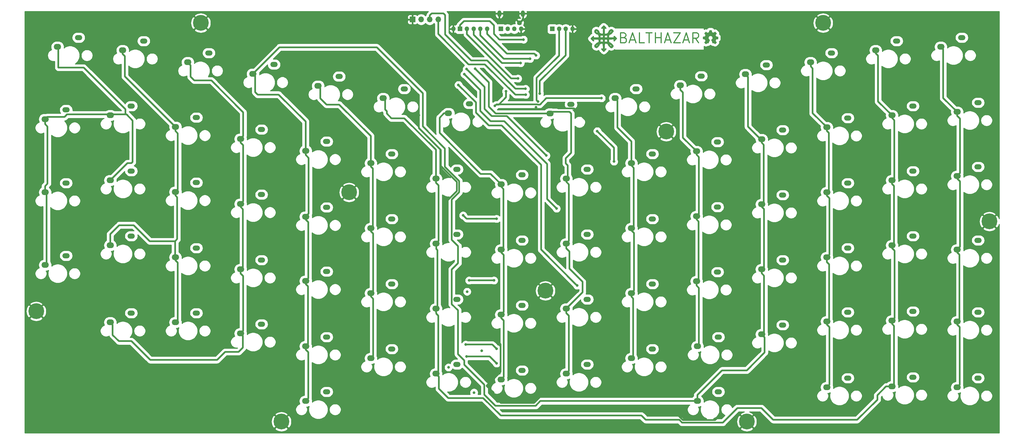
<source format=gtl>
G04 #@! TF.GenerationSoftware,KiCad,Pcbnew,5.1.9+dfsg1-1+deb11u1*
G04 #@! TF.CreationDate,2022-10-03T13:35:44+02:00*
G04 #@! TF.ProjectId,BalthazarKeyboard3-keycaps,42616c74-6861-47a6-9172-4b6579626f61,v0.2*
G04 #@! TF.SameCoordinates,Original*
G04 #@! TF.FileFunction,Copper,L1,Top*
G04 #@! TF.FilePolarity,Positive*
%FSLAX46Y46*%
G04 Gerber Fmt 4.6, Leading zero omitted, Abs format (unit mm)*
G04 Created by KiCad (PCBNEW 5.1.9+dfsg1-1+deb11u1) date 2022-10-03 13:35:44*
%MOMM*%
%LPD*%
G01*
G04 APERTURE LIST*
G04 #@! TA.AperFunction,NonConductor*
%ADD10C,0.300000*%
G04 #@! TD*
G04 #@! TA.AperFunction,EtchedComponent*
%ADD11C,0.010000*%
G04 #@! TD*
G04 #@! TA.AperFunction,ComponentPad*
%ADD12O,2.200000X1.500000*%
G04 #@! TD*
G04 #@! TA.AperFunction,ComponentPad*
%ADD13O,2.200000X1.700000*%
G04 #@! TD*
G04 #@! TA.AperFunction,ComponentPad*
%ADD14C,1.450000*%
G04 #@! TD*
G04 #@! TA.AperFunction,ComponentPad*
%ADD15O,1.200000X1.900000*%
G04 #@! TD*
G04 #@! TA.AperFunction,ComponentPad*
%ADD16C,4.700000*%
G04 #@! TD*
G04 #@! TA.AperFunction,ComponentPad*
%ADD17O,1.350000X1.350000*%
G04 #@! TD*
G04 #@! TA.AperFunction,ComponentPad*
%ADD18R,1.350000X1.350000*%
G04 #@! TD*
G04 #@! TA.AperFunction,ComponentPad*
%ADD19R,1.700000X1.700000*%
G04 #@! TD*
G04 #@! TA.AperFunction,ComponentPad*
%ADD20O,1.700000X1.700000*%
G04 #@! TD*
G04 #@! TA.AperFunction,ViaPad*
%ADD21C,0.800000*%
G04 #@! TD*
G04 #@! TA.AperFunction,Conductor*
%ADD22C,0.500000*%
G04 #@! TD*
G04 #@! TA.AperFunction,Conductor*
%ADD23C,0.254000*%
G04 #@! TD*
G04 #@! TA.AperFunction,Conductor*
%ADD24C,0.100000*%
G04 #@! TD*
G04 APERTURE END LIST*
D10*
X183302000Y-54395714D02*
X183730571Y-54538571D01*
X183873428Y-54681428D01*
X184016285Y-54967142D01*
X184016285Y-55395714D01*
X183873428Y-55681428D01*
X183730571Y-55824285D01*
X183444857Y-55967142D01*
X182302000Y-55967142D01*
X182302000Y-52967142D01*
X183302000Y-52967142D01*
X183587714Y-53110000D01*
X183730571Y-53252857D01*
X183873428Y-53538571D01*
X183873428Y-53824285D01*
X183730571Y-54110000D01*
X183587714Y-54252857D01*
X183302000Y-54395714D01*
X182302000Y-54395714D01*
X185159142Y-55110000D02*
X186587714Y-55110000D01*
X184873428Y-55967142D02*
X185873428Y-52967142D01*
X186873428Y-55967142D01*
X189302000Y-55967142D02*
X187873428Y-55967142D01*
X187873428Y-52967142D01*
X189873428Y-52967142D02*
X191587714Y-52967142D01*
X190730571Y-55967142D02*
X190730571Y-52967142D01*
X192587714Y-55967142D02*
X192587714Y-52967142D01*
X192587714Y-54395714D02*
X194302000Y-54395714D01*
X194302000Y-55967142D02*
X194302000Y-52967142D01*
X195587714Y-55110000D02*
X197016285Y-55110000D01*
X195302000Y-55967142D02*
X196302000Y-52967142D01*
X197302000Y-55967142D01*
X198016285Y-52967142D02*
X200016285Y-52967142D01*
X198016285Y-55967142D01*
X200016285Y-55967142D01*
X201016285Y-55110000D02*
X202444857Y-55110000D01*
X200730571Y-55967142D02*
X201730571Y-52967142D01*
X202730571Y-55967142D01*
X205444857Y-55967142D02*
X204444857Y-54538571D01*
X203730571Y-55967142D02*
X203730571Y-52967142D01*
X204873428Y-52967142D01*
X205159142Y-53110000D01*
X205302000Y-53252857D01*
X205444857Y-53538571D01*
X205444857Y-53967142D01*
X205302000Y-54252857D01*
X205159142Y-54395714D01*
X204873428Y-54538571D01*
X203730571Y-54538571D01*
D11*
G36*
X177445014Y-50860477D02*
G01*
X177635166Y-51012321D01*
X177822310Y-51211147D01*
X177966303Y-51412571D01*
X178027000Y-51572211D01*
X178022228Y-51607341D01*
X177924780Y-51706967D01*
X177756878Y-51696367D01*
X177546000Y-51643440D01*
X177546000Y-52402057D01*
X177552621Y-52741893D01*
X177570340Y-53011261D01*
X177595939Y-53169996D01*
X177609500Y-53194817D01*
X177726347Y-53207605D01*
X177944007Y-53199025D01*
X178038391Y-53190391D01*
X178247504Y-53158386D01*
X178383335Y-53090799D01*
X178492910Y-52947480D01*
X178516696Y-52900230D01*
X179110141Y-52900230D01*
X179200052Y-52907656D01*
X179344711Y-52838232D01*
X179423166Y-52776544D01*
X179539171Y-52626314D01*
X179577812Y-52485552D01*
X179526298Y-52410762D01*
X179506455Y-52408667D01*
X179396827Y-52471674D01*
X179250294Y-52624564D01*
X179120215Y-52810833D01*
X179110141Y-52900230D01*
X178516696Y-52900230D01*
X178621049Y-52692945D01*
X178866076Y-52275764D01*
X179135819Y-52017074D01*
X179442315Y-51906506D01*
X179540939Y-51900667D01*
X179806602Y-51973558D01*
X180029891Y-52158304D01*
X180157948Y-52404012D01*
X180170667Y-52506979D01*
X180108748Y-52660712D01*
X179951297Y-52869882D01*
X179740765Y-53091955D01*
X179519608Y-53284398D01*
X179330278Y-53404680D01*
X179254684Y-53424667D01*
X179042252Y-53501430D01*
X178887072Y-53705126D01*
X178817345Y-53995865D01*
X178816000Y-54045167D01*
X178816000Y-54356000D01*
X179541372Y-54356000D01*
X179891176Y-54353121D01*
X180102098Y-54339759D01*
X180204557Y-54308826D01*
X180228969Y-54253236D01*
X180216794Y-54198620D01*
X180235132Y-54012621D01*
X180299764Y-53930926D01*
X180390522Y-53886131D01*
X180499249Y-53919548D01*
X180661866Y-54049471D01*
X180809675Y-54190601D01*
X181006930Y-54394450D01*
X181143388Y-54555076D01*
X181186667Y-54629520D01*
X181128739Y-54741942D01*
X180982789Y-54920348D01*
X180790561Y-55122515D01*
X180593803Y-55306215D01*
X180434260Y-55429226D01*
X180368893Y-55456667D01*
X180238778Y-55389477D01*
X180187842Y-55241997D01*
X180244091Y-55095375D01*
X180324604Y-54988520D01*
X180298799Y-54920106D01*
X180149561Y-54884467D01*
X179859771Y-54875937D01*
X179599167Y-54881870D01*
X178858333Y-54906333D01*
X178848776Y-55312357D01*
X178839219Y-55718380D01*
X179314443Y-55952632D01*
X179665548Y-56171241D01*
X179946068Y-56433079D01*
X180123897Y-56702736D01*
X180170667Y-56896975D01*
X180101779Y-57079533D01*
X179933047Y-57273866D01*
X179721364Y-57427670D01*
X179527067Y-57488667D01*
X179296902Y-57417026D01*
X179041001Y-57227553D01*
X178799483Y-56958418D01*
X178612465Y-56647793D01*
X178590639Y-56597667D01*
X178508564Y-56431911D01*
X179082533Y-56431911D01*
X179098359Y-56519029D01*
X179185972Y-56679380D01*
X179187483Y-56681691D01*
X179327740Y-56833188D01*
X179464518Y-56893599D01*
X179553898Y-56854927D01*
X179562291Y-56749960D01*
X179485561Y-56630113D01*
X179337937Y-56509618D01*
X179182232Y-56430117D01*
X179082533Y-56431911D01*
X178508564Y-56431911D01*
X178468850Y-56351708D01*
X178335685Y-56223261D01*
X178168288Y-56168707D01*
X177915533Y-56129471D01*
X177748730Y-56143162D01*
X177648618Y-56235655D01*
X177595934Y-56432824D01*
X177571416Y-56760545D01*
X177563720Y-56980848D01*
X177556269Y-57356369D01*
X177563589Y-57584918D01*
X177588209Y-57688411D01*
X177632655Y-57688765D01*
X177644153Y-57678380D01*
X177818639Y-57580504D01*
X177969877Y-57622210D01*
X178025791Y-57706611D01*
X177995868Y-57856089D01*
X177828892Y-58086003D01*
X177709172Y-58214611D01*
X177509358Y-58410711D01*
X177357091Y-58546351D01*
X177292000Y-58589333D01*
X177211395Y-58533550D01*
X177050996Y-58388338D01*
X176874827Y-58214611D01*
X176656257Y-57954829D01*
X176557610Y-57753280D01*
X176580099Y-57626477D01*
X176724933Y-57590931D01*
X176830454Y-57609135D01*
X177044664Y-57662899D01*
X177020165Y-56920569D01*
X177000925Y-56534259D01*
X176959852Y-56290886D01*
X176875728Y-56164054D01*
X176727330Y-56127367D01*
X176493439Y-56154430D01*
X176415711Y-56168707D01*
X176232335Y-56232688D01*
X176102597Y-56371259D01*
X175993360Y-56597667D01*
X175819668Y-56909556D01*
X175585367Y-57187180D01*
X175330572Y-57392239D01*
X175095398Y-57486434D01*
X175060146Y-57488667D01*
X174832755Y-57413817D01*
X174634113Y-57226011D01*
X174513603Y-56980364D01*
X174498000Y-56861280D01*
X174526325Y-56749960D01*
X175021708Y-56749960D01*
X175043119Y-56872010D01*
X175146400Y-56888696D01*
X175287633Y-56808019D01*
X175396517Y-56681691D01*
X175484895Y-56520805D01*
X175501841Y-56432305D01*
X175501467Y-56431911D01*
X175398485Y-56431202D01*
X175242248Y-56512147D01*
X175095571Y-56633105D01*
X175021708Y-56749960D01*
X174526325Y-56749960D01*
X174580923Y-56535389D01*
X174824713Y-56236463D01*
X175221905Y-55973099D01*
X175304978Y-55932089D01*
X175777190Y-55708507D01*
X175771891Y-55626000D01*
X176266264Y-55626000D01*
X177047736Y-55626000D01*
X177536264Y-55626000D01*
X178317736Y-55626000D01*
X178291701Y-55266167D01*
X178267804Y-55040801D01*
X178207881Y-54937105D01*
X178064046Y-54907830D01*
X177927000Y-54906333D01*
X177714307Y-54914399D01*
X177612681Y-54970095D01*
X177574235Y-55120670D01*
X177562298Y-55266167D01*
X177536264Y-55626000D01*
X177047736Y-55626000D01*
X177021701Y-55266167D01*
X176997804Y-55040801D01*
X176937881Y-54937105D01*
X176794046Y-54907830D01*
X176657000Y-54906333D01*
X176444307Y-54914399D01*
X176342681Y-54970095D01*
X176304235Y-55120670D01*
X176292298Y-55266167D01*
X176266264Y-55626000D01*
X175771891Y-55626000D01*
X175751428Y-55307420D01*
X175725667Y-54906333D01*
X174984833Y-54881870D01*
X174598334Y-54876313D01*
X174363102Y-54894316D01*
X174262021Y-54941547D01*
X174277974Y-55023672D01*
X174339909Y-55095375D01*
X174396157Y-55242023D01*
X174345206Y-55389497D01*
X174215107Y-55456667D01*
X174098372Y-55398133D01*
X173915089Y-55246033D01*
X173740944Y-55071224D01*
X173385656Y-54685782D01*
X173703115Y-54330391D01*
X173893746Y-54123645D01*
X174047075Y-53969143D01*
X174108281Y-53916343D01*
X174239271Y-53906142D01*
X174345274Y-54007474D01*
X174375137Y-54164575D01*
X174367206Y-54198620D01*
X174356324Y-54274713D01*
X174403093Y-54321396D01*
X174537932Y-54345756D01*
X174791257Y-54354881D01*
X175042628Y-54356000D01*
X175768000Y-54356000D01*
X175768000Y-54023381D01*
X175765307Y-54007458D01*
X176276000Y-54007458D01*
X176276000Y-54356000D01*
X176657000Y-54356000D01*
X176891103Y-54349674D01*
X177001958Y-54306800D01*
X177035650Y-54191536D01*
X177038000Y-54059667D01*
X177546000Y-54059667D01*
X177554133Y-54241747D01*
X177609256Y-54327967D01*
X177757453Y-54354172D01*
X177927000Y-54356000D01*
X178308000Y-54356000D01*
X178308000Y-54008275D01*
X178296098Y-53788799D01*
X178250228Y-53703882D01*
X178174075Y-53711941D01*
X177991528Y-53750237D01*
X177793075Y-53763333D01*
X177626962Y-53780576D01*
X177558835Y-53866431D01*
X177546000Y-54059667D01*
X177038000Y-54059667D01*
X177020777Y-53857667D01*
X176948487Y-53774964D01*
X176847500Y-53762177D01*
X176602298Y-53738143D01*
X176466500Y-53709969D01*
X176345827Y-53693489D01*
X176290893Y-53757306D01*
X176276314Y-53941063D01*
X176276000Y-54007458D01*
X175765307Y-54007458D01*
X175714532Y-53707355D01*
X175566220Y-53499285D01*
X175342184Y-53424667D01*
X175194665Y-53369026D01*
X174986367Y-53226033D01*
X174840232Y-53099109D01*
X174626863Y-52870543D01*
X174523408Y-52677016D01*
X174498000Y-52477232D01*
X174500468Y-52465900D01*
X175008999Y-52465900D01*
X175039032Y-52603989D01*
X175146122Y-52761833D01*
X175291788Y-52874399D01*
X175433159Y-52918575D01*
X175511187Y-52878825D01*
X175514000Y-52858623D01*
X175457683Y-52753441D01*
X175327428Y-52603648D01*
X175181281Y-52468862D01*
X175077287Y-52408699D01*
X175075908Y-52408667D01*
X175008999Y-52465900D01*
X174500468Y-52465900D01*
X174564988Y-52169762D01*
X174755835Y-51972445D01*
X175055365Y-51900717D01*
X175064749Y-51900666D01*
X175376194Y-51974230D01*
X175656763Y-52199950D01*
X175915069Y-52585369D01*
X175970542Y-52693929D01*
X176102680Y-52949764D01*
X176211990Y-53090632D01*
X176346650Y-53155290D01*
X176554840Y-53182498D01*
X176580443Y-53184563D01*
X176817912Y-53195600D01*
X176973799Y-53188152D01*
X177001637Y-53178807D01*
X177017851Y-53083462D01*
X177030341Y-52859391D01*
X177037228Y-52547192D01*
X177038000Y-52392942D01*
X177038000Y-51643440D01*
X176827122Y-51696367D01*
X176645031Y-51702206D01*
X176561772Y-51607341D01*
X176587187Y-51470546D01*
X176708796Y-51277707D01*
X176886454Y-51073207D01*
X177080016Y-50901430D01*
X177249339Y-50806760D01*
X177292000Y-50800000D01*
X177445014Y-50860477D01*
G37*
X177445014Y-50860477D02*
X177635166Y-51012321D01*
X177822310Y-51211147D01*
X177966303Y-51412571D01*
X178027000Y-51572211D01*
X178022228Y-51607341D01*
X177924780Y-51706967D01*
X177756878Y-51696367D01*
X177546000Y-51643440D01*
X177546000Y-52402057D01*
X177552621Y-52741893D01*
X177570340Y-53011261D01*
X177595939Y-53169996D01*
X177609500Y-53194817D01*
X177726347Y-53207605D01*
X177944007Y-53199025D01*
X178038391Y-53190391D01*
X178247504Y-53158386D01*
X178383335Y-53090799D01*
X178492910Y-52947480D01*
X178516696Y-52900230D01*
X179110141Y-52900230D01*
X179200052Y-52907656D01*
X179344711Y-52838232D01*
X179423166Y-52776544D01*
X179539171Y-52626314D01*
X179577812Y-52485552D01*
X179526298Y-52410762D01*
X179506455Y-52408667D01*
X179396827Y-52471674D01*
X179250294Y-52624564D01*
X179120215Y-52810833D01*
X179110141Y-52900230D01*
X178516696Y-52900230D01*
X178621049Y-52692945D01*
X178866076Y-52275764D01*
X179135819Y-52017074D01*
X179442315Y-51906506D01*
X179540939Y-51900667D01*
X179806602Y-51973558D01*
X180029891Y-52158304D01*
X180157948Y-52404012D01*
X180170667Y-52506979D01*
X180108748Y-52660712D01*
X179951297Y-52869882D01*
X179740765Y-53091955D01*
X179519608Y-53284398D01*
X179330278Y-53404680D01*
X179254684Y-53424667D01*
X179042252Y-53501430D01*
X178887072Y-53705126D01*
X178817345Y-53995865D01*
X178816000Y-54045167D01*
X178816000Y-54356000D01*
X179541372Y-54356000D01*
X179891176Y-54353121D01*
X180102098Y-54339759D01*
X180204557Y-54308826D01*
X180228969Y-54253236D01*
X180216794Y-54198620D01*
X180235132Y-54012621D01*
X180299764Y-53930926D01*
X180390522Y-53886131D01*
X180499249Y-53919548D01*
X180661866Y-54049471D01*
X180809675Y-54190601D01*
X181006930Y-54394450D01*
X181143388Y-54555076D01*
X181186667Y-54629520D01*
X181128739Y-54741942D01*
X180982789Y-54920348D01*
X180790561Y-55122515D01*
X180593803Y-55306215D01*
X180434260Y-55429226D01*
X180368893Y-55456667D01*
X180238778Y-55389477D01*
X180187842Y-55241997D01*
X180244091Y-55095375D01*
X180324604Y-54988520D01*
X180298799Y-54920106D01*
X180149561Y-54884467D01*
X179859771Y-54875937D01*
X179599167Y-54881870D01*
X178858333Y-54906333D01*
X178848776Y-55312357D01*
X178839219Y-55718380D01*
X179314443Y-55952632D01*
X179665548Y-56171241D01*
X179946068Y-56433079D01*
X180123897Y-56702736D01*
X180170667Y-56896975D01*
X180101779Y-57079533D01*
X179933047Y-57273866D01*
X179721364Y-57427670D01*
X179527067Y-57488667D01*
X179296902Y-57417026D01*
X179041001Y-57227553D01*
X178799483Y-56958418D01*
X178612465Y-56647793D01*
X178590639Y-56597667D01*
X178508564Y-56431911D01*
X179082533Y-56431911D01*
X179098359Y-56519029D01*
X179185972Y-56679380D01*
X179187483Y-56681691D01*
X179327740Y-56833188D01*
X179464518Y-56893599D01*
X179553898Y-56854927D01*
X179562291Y-56749960D01*
X179485561Y-56630113D01*
X179337937Y-56509618D01*
X179182232Y-56430117D01*
X179082533Y-56431911D01*
X178508564Y-56431911D01*
X178468850Y-56351708D01*
X178335685Y-56223261D01*
X178168288Y-56168707D01*
X177915533Y-56129471D01*
X177748730Y-56143162D01*
X177648618Y-56235655D01*
X177595934Y-56432824D01*
X177571416Y-56760545D01*
X177563720Y-56980848D01*
X177556269Y-57356369D01*
X177563589Y-57584918D01*
X177588209Y-57688411D01*
X177632655Y-57688765D01*
X177644153Y-57678380D01*
X177818639Y-57580504D01*
X177969877Y-57622210D01*
X178025791Y-57706611D01*
X177995868Y-57856089D01*
X177828892Y-58086003D01*
X177709172Y-58214611D01*
X177509358Y-58410711D01*
X177357091Y-58546351D01*
X177292000Y-58589333D01*
X177211395Y-58533550D01*
X177050996Y-58388338D01*
X176874827Y-58214611D01*
X176656257Y-57954829D01*
X176557610Y-57753280D01*
X176580099Y-57626477D01*
X176724933Y-57590931D01*
X176830454Y-57609135D01*
X177044664Y-57662899D01*
X177020165Y-56920569D01*
X177000925Y-56534259D01*
X176959852Y-56290886D01*
X176875728Y-56164054D01*
X176727330Y-56127367D01*
X176493439Y-56154430D01*
X176415711Y-56168707D01*
X176232335Y-56232688D01*
X176102597Y-56371259D01*
X175993360Y-56597667D01*
X175819668Y-56909556D01*
X175585367Y-57187180D01*
X175330572Y-57392239D01*
X175095398Y-57486434D01*
X175060146Y-57488667D01*
X174832755Y-57413817D01*
X174634113Y-57226011D01*
X174513603Y-56980364D01*
X174498000Y-56861280D01*
X174526325Y-56749960D01*
X175021708Y-56749960D01*
X175043119Y-56872010D01*
X175146400Y-56888696D01*
X175287633Y-56808019D01*
X175396517Y-56681691D01*
X175484895Y-56520805D01*
X175501841Y-56432305D01*
X175501467Y-56431911D01*
X175398485Y-56431202D01*
X175242248Y-56512147D01*
X175095571Y-56633105D01*
X175021708Y-56749960D01*
X174526325Y-56749960D01*
X174580923Y-56535389D01*
X174824713Y-56236463D01*
X175221905Y-55973099D01*
X175304978Y-55932089D01*
X175777190Y-55708507D01*
X175771891Y-55626000D01*
X176266264Y-55626000D01*
X177047736Y-55626000D01*
X177536264Y-55626000D01*
X178317736Y-55626000D01*
X178291701Y-55266167D01*
X178267804Y-55040801D01*
X178207881Y-54937105D01*
X178064046Y-54907830D01*
X177927000Y-54906333D01*
X177714307Y-54914399D01*
X177612681Y-54970095D01*
X177574235Y-55120670D01*
X177562298Y-55266167D01*
X177536264Y-55626000D01*
X177047736Y-55626000D01*
X177021701Y-55266167D01*
X176997804Y-55040801D01*
X176937881Y-54937105D01*
X176794046Y-54907830D01*
X176657000Y-54906333D01*
X176444307Y-54914399D01*
X176342681Y-54970095D01*
X176304235Y-55120670D01*
X176292298Y-55266167D01*
X176266264Y-55626000D01*
X175771891Y-55626000D01*
X175751428Y-55307420D01*
X175725667Y-54906333D01*
X174984833Y-54881870D01*
X174598334Y-54876313D01*
X174363102Y-54894316D01*
X174262021Y-54941547D01*
X174277974Y-55023672D01*
X174339909Y-55095375D01*
X174396157Y-55242023D01*
X174345206Y-55389497D01*
X174215107Y-55456667D01*
X174098372Y-55398133D01*
X173915089Y-55246033D01*
X173740944Y-55071224D01*
X173385656Y-54685782D01*
X173703115Y-54330391D01*
X173893746Y-54123645D01*
X174047075Y-53969143D01*
X174108281Y-53916343D01*
X174239271Y-53906142D01*
X174345274Y-54007474D01*
X174375137Y-54164575D01*
X174367206Y-54198620D01*
X174356324Y-54274713D01*
X174403093Y-54321396D01*
X174537932Y-54345756D01*
X174791257Y-54354881D01*
X175042628Y-54356000D01*
X175768000Y-54356000D01*
X175768000Y-54023381D01*
X175765307Y-54007458D01*
X176276000Y-54007458D01*
X176276000Y-54356000D01*
X176657000Y-54356000D01*
X176891103Y-54349674D01*
X177001958Y-54306800D01*
X177035650Y-54191536D01*
X177038000Y-54059667D01*
X177546000Y-54059667D01*
X177554133Y-54241747D01*
X177609256Y-54327967D01*
X177757453Y-54354172D01*
X177927000Y-54356000D01*
X178308000Y-54356000D01*
X178308000Y-54008275D01*
X178296098Y-53788799D01*
X178250228Y-53703882D01*
X178174075Y-53711941D01*
X177991528Y-53750237D01*
X177793075Y-53763333D01*
X177626962Y-53780576D01*
X177558835Y-53866431D01*
X177546000Y-54059667D01*
X177038000Y-54059667D01*
X177020777Y-53857667D01*
X176948487Y-53774964D01*
X176847500Y-53762177D01*
X176602298Y-53738143D01*
X176466500Y-53709969D01*
X176345827Y-53693489D01*
X176290893Y-53757306D01*
X176276314Y-53941063D01*
X176276000Y-54007458D01*
X175765307Y-54007458D01*
X175714532Y-53707355D01*
X175566220Y-53499285D01*
X175342184Y-53424667D01*
X175194665Y-53369026D01*
X174986367Y-53226033D01*
X174840232Y-53099109D01*
X174626863Y-52870543D01*
X174523408Y-52677016D01*
X174498000Y-52477232D01*
X174500468Y-52465900D01*
X175008999Y-52465900D01*
X175039032Y-52603989D01*
X175146122Y-52761833D01*
X175291788Y-52874399D01*
X175433159Y-52918575D01*
X175511187Y-52878825D01*
X175514000Y-52858623D01*
X175457683Y-52753441D01*
X175327428Y-52603648D01*
X175181281Y-52468862D01*
X175077287Y-52408699D01*
X175075908Y-52408667D01*
X175008999Y-52465900D01*
X174500468Y-52465900D01*
X174564988Y-52169762D01*
X174755835Y-51972445D01*
X175055365Y-51900717D01*
X175064749Y-51900666D01*
X175376194Y-51974230D01*
X175656763Y-52199950D01*
X175915069Y-52585369D01*
X175970542Y-52693929D01*
X176102680Y-52949764D01*
X176211990Y-53090632D01*
X176346650Y-53155290D01*
X176554840Y-53182498D01*
X176580443Y-53184563D01*
X176817912Y-53195600D01*
X176973799Y-53188152D01*
X177001637Y-53178807D01*
X177017851Y-53083462D01*
X177030341Y-52859391D01*
X177037228Y-52547192D01*
X177038000Y-52392942D01*
X177038000Y-51643440D01*
X176827122Y-51696367D01*
X176645031Y-51702206D01*
X176561772Y-51607341D01*
X176587187Y-51470546D01*
X176708796Y-51277707D01*
X176886454Y-51073207D01*
X177080016Y-50901430D01*
X177249339Y-50806760D01*
X177292000Y-50800000D01*
X177445014Y-50860477D01*
G36*
X209291964Y-52535018D02*
G01*
X209348812Y-52836570D01*
X209768338Y-53009512D01*
X210019984Y-52838395D01*
X210090458Y-52790750D01*
X210154163Y-52748210D01*
X210208126Y-52712715D01*
X210249373Y-52686210D01*
X210274934Y-52670636D01*
X210281895Y-52667278D01*
X210294435Y-52675914D01*
X210321231Y-52699792D01*
X210359280Y-52735859D01*
X210405579Y-52781067D01*
X210457123Y-52832364D01*
X210510909Y-52886701D01*
X210563935Y-52941028D01*
X210613195Y-52992295D01*
X210655687Y-53037451D01*
X210688407Y-53073446D01*
X210708351Y-53097230D01*
X210713119Y-53105190D01*
X210706257Y-53119865D01*
X210687020Y-53152014D01*
X210657430Y-53198492D01*
X210619510Y-53256156D01*
X210575282Y-53321860D01*
X210549654Y-53359336D01*
X210502941Y-53427768D01*
X210461432Y-53489520D01*
X210427140Y-53541519D01*
X210402080Y-53580692D01*
X210388264Y-53603965D01*
X210386188Y-53608855D01*
X210390895Y-53622755D01*
X210403723Y-53655150D01*
X210422738Y-53701485D01*
X210446003Y-53757206D01*
X210471584Y-53817758D01*
X210497545Y-53878586D01*
X210521950Y-53935136D01*
X210542863Y-53982852D01*
X210558349Y-54017181D01*
X210566472Y-54033568D01*
X210566952Y-54034212D01*
X210579707Y-54037341D01*
X210613677Y-54044321D01*
X210665340Y-54054467D01*
X210731176Y-54067092D01*
X210807664Y-54081509D01*
X210852290Y-54089823D01*
X210934021Y-54105384D01*
X211007843Y-54120192D01*
X211070021Y-54133436D01*
X211116822Y-54144305D01*
X211144509Y-54151989D01*
X211150074Y-54154427D01*
X211155526Y-54170930D01*
X211159924Y-54208200D01*
X211163272Y-54261880D01*
X211165574Y-54327612D01*
X211166832Y-54401037D01*
X211167048Y-54477796D01*
X211166227Y-54553532D01*
X211164371Y-54623886D01*
X211161482Y-54684500D01*
X211157565Y-54731016D01*
X211152622Y-54759075D01*
X211149657Y-54764916D01*
X211131934Y-54771917D01*
X211094381Y-54781927D01*
X211041964Y-54793769D01*
X210979652Y-54806267D01*
X210957900Y-54810310D01*
X210853024Y-54829520D01*
X210770180Y-54844991D01*
X210706630Y-54857337D01*
X210659637Y-54867173D01*
X210626463Y-54875114D01*
X210604371Y-54881776D01*
X210590624Y-54887773D01*
X210582484Y-54893719D01*
X210581345Y-54894894D01*
X210569977Y-54913826D01*
X210552635Y-54950669D01*
X210531050Y-55000913D01*
X210506954Y-55060046D01*
X210482079Y-55123556D01*
X210458157Y-55186932D01*
X210436919Y-55245662D01*
X210420097Y-55295235D01*
X210409422Y-55331139D01*
X210406627Y-55348862D01*
X210406860Y-55349483D01*
X210416331Y-55363970D01*
X210437818Y-55395844D01*
X210469063Y-55441789D01*
X210507807Y-55498485D01*
X210551793Y-55562617D01*
X210564319Y-55580842D01*
X210608984Y-55646914D01*
X210648288Y-55707200D01*
X210680088Y-55758235D01*
X210702245Y-55796560D01*
X210712617Y-55818711D01*
X210713119Y-55821432D01*
X210704405Y-55835736D01*
X210680325Y-55864072D01*
X210643976Y-55903396D01*
X210598453Y-55950661D01*
X210546852Y-56002823D01*
X210492267Y-56056835D01*
X210437794Y-56109653D01*
X210386529Y-56158231D01*
X210341567Y-56199523D01*
X210306004Y-56230485D01*
X210282935Y-56248070D01*
X210276554Y-56250941D01*
X210261699Y-56244178D01*
X210231286Y-56225939D01*
X210190268Y-56199297D01*
X210158709Y-56177852D01*
X210101525Y-56138503D01*
X210033806Y-56092171D01*
X209965880Y-56045913D01*
X209929361Y-56021155D01*
X209805752Y-55937547D01*
X209701991Y-55993650D01*
X209654720Y-56018228D01*
X209614523Y-56037331D01*
X209587326Y-56048227D01*
X209580402Y-56049743D01*
X209572077Y-56038549D01*
X209555654Y-56006917D01*
X209532357Y-55957765D01*
X209503414Y-55894010D01*
X209470050Y-55818571D01*
X209433491Y-55734364D01*
X209394964Y-55644308D01*
X209355694Y-55551321D01*
X209316908Y-55458320D01*
X209279830Y-55368223D01*
X209245689Y-55283948D01*
X209215708Y-55208413D01*
X209191116Y-55144534D01*
X209173136Y-55095231D01*
X209162997Y-55063421D01*
X209161366Y-55052496D01*
X209174291Y-55038561D01*
X209202589Y-55015940D01*
X209240346Y-54989333D01*
X209243515Y-54987228D01*
X209341100Y-54909114D01*
X209419786Y-54817982D01*
X209478891Y-54716745D01*
X209517732Y-54608318D01*
X209535628Y-54495614D01*
X209531897Y-54381548D01*
X209505857Y-54269034D01*
X209456825Y-54160985D01*
X209442400Y-54137345D01*
X209367369Y-54041887D01*
X209278730Y-53965232D01*
X209179549Y-53907780D01*
X209072895Y-53869929D01*
X208961836Y-53852078D01*
X208849439Y-53854625D01*
X208738773Y-53877970D01*
X208632906Y-53922510D01*
X208534905Y-53988645D01*
X208504590Y-54015487D01*
X208427438Y-54099512D01*
X208371218Y-54187966D01*
X208332653Y-54287115D01*
X208311174Y-54385303D01*
X208305872Y-54495697D01*
X208323552Y-54606640D01*
X208362419Y-54714381D01*
X208420677Y-54815169D01*
X208496531Y-54905256D01*
X208588183Y-54980892D01*
X208600228Y-54988864D01*
X208638389Y-55014974D01*
X208667399Y-55037595D01*
X208681268Y-55052039D01*
X208681469Y-55052496D01*
X208678492Y-55068121D01*
X208666689Y-55103582D01*
X208647286Y-55155962D01*
X208621512Y-55222345D01*
X208590591Y-55299814D01*
X208555751Y-55385450D01*
X208518217Y-55476337D01*
X208479217Y-55569559D01*
X208439977Y-55662197D01*
X208401724Y-55751335D01*
X208365683Y-55834055D01*
X208333083Y-55907441D01*
X208305148Y-55968575D01*
X208283105Y-56014541D01*
X208268182Y-56042421D01*
X208262172Y-56049743D01*
X208243809Y-56044041D01*
X208209448Y-56028749D01*
X208165016Y-56006599D01*
X208140583Y-55993650D01*
X208036822Y-55937547D01*
X207913213Y-56021155D01*
X207850114Y-56063987D01*
X207781030Y-56111122D01*
X207716293Y-56155503D01*
X207683866Y-56177852D01*
X207638259Y-56208477D01*
X207599640Y-56232747D01*
X207573048Y-56247587D01*
X207564410Y-56250724D01*
X207551839Y-56242261D01*
X207524016Y-56218636D01*
X207483639Y-56182302D01*
X207433405Y-56135711D01*
X207376012Y-56081317D01*
X207339714Y-56046392D01*
X207276210Y-55983996D01*
X207221327Y-55928188D01*
X207177286Y-55881354D01*
X207146305Y-55845882D01*
X207130602Y-55824161D01*
X207129095Y-55819752D01*
X207136086Y-55802985D01*
X207155406Y-55769082D01*
X207184909Y-55721476D01*
X207222455Y-55663599D01*
X207265900Y-55598884D01*
X207278255Y-55580842D01*
X207323273Y-55515267D01*
X207363660Y-55456228D01*
X207397160Y-55407042D01*
X207421514Y-55371028D01*
X207434464Y-55351502D01*
X207435715Y-55349483D01*
X207433844Y-55333922D01*
X207423913Y-55299709D01*
X207407653Y-55251355D01*
X207386795Y-55193371D01*
X207363073Y-55130270D01*
X207338216Y-55066563D01*
X207313958Y-55006761D01*
X207292029Y-54955376D01*
X207274162Y-54916919D01*
X207262087Y-54895902D01*
X207261229Y-54894894D01*
X207253846Y-54888888D01*
X207241375Y-54882948D01*
X207221080Y-54876460D01*
X207190222Y-54868809D01*
X207146066Y-54859380D01*
X207085874Y-54847559D01*
X207006907Y-54832729D01*
X206906430Y-54814277D01*
X206884675Y-54810310D01*
X206820198Y-54797853D01*
X206763989Y-54785666D01*
X206721013Y-54774926D01*
X206696240Y-54766809D01*
X206692918Y-54764916D01*
X206687444Y-54748138D01*
X206682994Y-54710645D01*
X206679572Y-54656794D01*
X206677181Y-54590944D01*
X206675823Y-54517453D01*
X206675501Y-54440680D01*
X206676219Y-54364983D01*
X206677979Y-54294720D01*
X206680784Y-54234250D01*
X206684638Y-54187930D01*
X206689543Y-54160119D01*
X206692500Y-54154427D01*
X206708963Y-54148686D01*
X206746449Y-54139345D01*
X206801225Y-54127215D01*
X206869555Y-54113107D01*
X206947706Y-54097830D01*
X206990284Y-54089823D01*
X207071071Y-54074721D01*
X207143113Y-54061040D01*
X207202889Y-54049467D01*
X207246879Y-54040687D01*
X207271561Y-54035387D01*
X207275623Y-54034212D01*
X207282489Y-54020965D01*
X207297002Y-53989057D01*
X207317229Y-53943047D01*
X207341234Y-53887492D01*
X207367082Y-53826953D01*
X207392840Y-53765986D01*
X207416573Y-53709151D01*
X207436346Y-53661006D01*
X207450224Y-53626110D01*
X207456274Y-53609021D01*
X207456386Y-53608274D01*
X207449528Y-53594793D01*
X207430302Y-53563770D01*
X207400728Y-53518289D01*
X207362827Y-53461432D01*
X207318620Y-53396283D01*
X207292921Y-53358862D01*
X207246093Y-53290247D01*
X207204501Y-53227952D01*
X207170175Y-53175129D01*
X207145143Y-53134927D01*
X207131435Y-53110500D01*
X207129456Y-53105024D01*
X207137966Y-53092278D01*
X207161493Y-53065063D01*
X207197032Y-53026428D01*
X207241577Y-52979423D01*
X207292123Y-52927095D01*
X207345664Y-52872495D01*
X207399195Y-52818670D01*
X207449711Y-52768670D01*
X207494206Y-52725543D01*
X207529675Y-52692339D01*
X207553113Y-52672106D01*
X207560954Y-52667278D01*
X207573720Y-52674067D01*
X207604256Y-52693142D01*
X207649590Y-52722561D01*
X207706756Y-52760381D01*
X207772784Y-52804661D01*
X207822590Y-52838395D01*
X208074236Y-53009512D01*
X208283999Y-52923041D01*
X208493763Y-52836570D01*
X208550611Y-52535018D01*
X208607460Y-52233466D01*
X209235115Y-52233466D01*
X209291964Y-52535018D01*
G37*
X209291964Y-52535018D02*
X209348812Y-52836570D01*
X209768338Y-53009512D01*
X210019984Y-52838395D01*
X210090458Y-52790750D01*
X210154163Y-52748210D01*
X210208126Y-52712715D01*
X210249373Y-52686210D01*
X210274934Y-52670636D01*
X210281895Y-52667278D01*
X210294435Y-52675914D01*
X210321231Y-52699792D01*
X210359280Y-52735859D01*
X210405579Y-52781067D01*
X210457123Y-52832364D01*
X210510909Y-52886701D01*
X210563935Y-52941028D01*
X210613195Y-52992295D01*
X210655687Y-53037451D01*
X210688407Y-53073446D01*
X210708351Y-53097230D01*
X210713119Y-53105190D01*
X210706257Y-53119865D01*
X210687020Y-53152014D01*
X210657430Y-53198492D01*
X210619510Y-53256156D01*
X210575282Y-53321860D01*
X210549654Y-53359336D01*
X210502941Y-53427768D01*
X210461432Y-53489520D01*
X210427140Y-53541519D01*
X210402080Y-53580692D01*
X210388264Y-53603965D01*
X210386188Y-53608855D01*
X210390895Y-53622755D01*
X210403723Y-53655150D01*
X210422738Y-53701485D01*
X210446003Y-53757206D01*
X210471584Y-53817758D01*
X210497545Y-53878586D01*
X210521950Y-53935136D01*
X210542863Y-53982852D01*
X210558349Y-54017181D01*
X210566472Y-54033568D01*
X210566952Y-54034212D01*
X210579707Y-54037341D01*
X210613677Y-54044321D01*
X210665340Y-54054467D01*
X210731176Y-54067092D01*
X210807664Y-54081509D01*
X210852290Y-54089823D01*
X210934021Y-54105384D01*
X211007843Y-54120192D01*
X211070021Y-54133436D01*
X211116822Y-54144305D01*
X211144509Y-54151989D01*
X211150074Y-54154427D01*
X211155526Y-54170930D01*
X211159924Y-54208200D01*
X211163272Y-54261880D01*
X211165574Y-54327612D01*
X211166832Y-54401037D01*
X211167048Y-54477796D01*
X211166227Y-54553532D01*
X211164371Y-54623886D01*
X211161482Y-54684500D01*
X211157565Y-54731016D01*
X211152622Y-54759075D01*
X211149657Y-54764916D01*
X211131934Y-54771917D01*
X211094381Y-54781927D01*
X211041964Y-54793769D01*
X210979652Y-54806267D01*
X210957900Y-54810310D01*
X210853024Y-54829520D01*
X210770180Y-54844991D01*
X210706630Y-54857337D01*
X210659637Y-54867173D01*
X210626463Y-54875114D01*
X210604371Y-54881776D01*
X210590624Y-54887773D01*
X210582484Y-54893719D01*
X210581345Y-54894894D01*
X210569977Y-54913826D01*
X210552635Y-54950669D01*
X210531050Y-55000913D01*
X210506954Y-55060046D01*
X210482079Y-55123556D01*
X210458157Y-55186932D01*
X210436919Y-55245662D01*
X210420097Y-55295235D01*
X210409422Y-55331139D01*
X210406627Y-55348862D01*
X210406860Y-55349483D01*
X210416331Y-55363970D01*
X210437818Y-55395844D01*
X210469063Y-55441789D01*
X210507807Y-55498485D01*
X210551793Y-55562617D01*
X210564319Y-55580842D01*
X210608984Y-55646914D01*
X210648288Y-55707200D01*
X210680088Y-55758235D01*
X210702245Y-55796560D01*
X210712617Y-55818711D01*
X210713119Y-55821432D01*
X210704405Y-55835736D01*
X210680325Y-55864072D01*
X210643976Y-55903396D01*
X210598453Y-55950661D01*
X210546852Y-56002823D01*
X210492267Y-56056835D01*
X210437794Y-56109653D01*
X210386529Y-56158231D01*
X210341567Y-56199523D01*
X210306004Y-56230485D01*
X210282935Y-56248070D01*
X210276554Y-56250941D01*
X210261699Y-56244178D01*
X210231286Y-56225939D01*
X210190268Y-56199297D01*
X210158709Y-56177852D01*
X210101525Y-56138503D01*
X210033806Y-56092171D01*
X209965880Y-56045913D01*
X209929361Y-56021155D01*
X209805752Y-55937547D01*
X209701991Y-55993650D01*
X209654720Y-56018228D01*
X209614523Y-56037331D01*
X209587326Y-56048227D01*
X209580402Y-56049743D01*
X209572077Y-56038549D01*
X209555654Y-56006917D01*
X209532357Y-55957765D01*
X209503414Y-55894010D01*
X209470050Y-55818571D01*
X209433491Y-55734364D01*
X209394964Y-55644308D01*
X209355694Y-55551321D01*
X209316908Y-55458320D01*
X209279830Y-55368223D01*
X209245689Y-55283948D01*
X209215708Y-55208413D01*
X209191116Y-55144534D01*
X209173136Y-55095231D01*
X209162997Y-55063421D01*
X209161366Y-55052496D01*
X209174291Y-55038561D01*
X209202589Y-55015940D01*
X209240346Y-54989333D01*
X209243515Y-54987228D01*
X209341100Y-54909114D01*
X209419786Y-54817982D01*
X209478891Y-54716745D01*
X209517732Y-54608318D01*
X209535628Y-54495614D01*
X209531897Y-54381548D01*
X209505857Y-54269034D01*
X209456825Y-54160985D01*
X209442400Y-54137345D01*
X209367369Y-54041887D01*
X209278730Y-53965232D01*
X209179549Y-53907780D01*
X209072895Y-53869929D01*
X208961836Y-53852078D01*
X208849439Y-53854625D01*
X208738773Y-53877970D01*
X208632906Y-53922510D01*
X208534905Y-53988645D01*
X208504590Y-54015487D01*
X208427438Y-54099512D01*
X208371218Y-54187966D01*
X208332653Y-54287115D01*
X208311174Y-54385303D01*
X208305872Y-54495697D01*
X208323552Y-54606640D01*
X208362419Y-54714381D01*
X208420677Y-54815169D01*
X208496531Y-54905256D01*
X208588183Y-54980892D01*
X208600228Y-54988864D01*
X208638389Y-55014974D01*
X208667399Y-55037595D01*
X208681268Y-55052039D01*
X208681469Y-55052496D01*
X208678492Y-55068121D01*
X208666689Y-55103582D01*
X208647286Y-55155962D01*
X208621512Y-55222345D01*
X208590591Y-55299814D01*
X208555751Y-55385450D01*
X208518217Y-55476337D01*
X208479217Y-55569559D01*
X208439977Y-55662197D01*
X208401724Y-55751335D01*
X208365683Y-55834055D01*
X208333083Y-55907441D01*
X208305148Y-55968575D01*
X208283105Y-56014541D01*
X208268182Y-56042421D01*
X208262172Y-56049743D01*
X208243809Y-56044041D01*
X208209448Y-56028749D01*
X208165016Y-56006599D01*
X208140583Y-55993650D01*
X208036822Y-55937547D01*
X207913213Y-56021155D01*
X207850114Y-56063987D01*
X207781030Y-56111122D01*
X207716293Y-56155503D01*
X207683866Y-56177852D01*
X207638259Y-56208477D01*
X207599640Y-56232747D01*
X207573048Y-56247587D01*
X207564410Y-56250724D01*
X207551839Y-56242261D01*
X207524016Y-56218636D01*
X207483639Y-56182302D01*
X207433405Y-56135711D01*
X207376012Y-56081317D01*
X207339714Y-56046392D01*
X207276210Y-55983996D01*
X207221327Y-55928188D01*
X207177286Y-55881354D01*
X207146305Y-55845882D01*
X207130602Y-55824161D01*
X207129095Y-55819752D01*
X207136086Y-55802985D01*
X207155406Y-55769082D01*
X207184909Y-55721476D01*
X207222455Y-55663599D01*
X207265900Y-55598884D01*
X207278255Y-55580842D01*
X207323273Y-55515267D01*
X207363660Y-55456228D01*
X207397160Y-55407042D01*
X207421514Y-55371028D01*
X207434464Y-55351502D01*
X207435715Y-55349483D01*
X207433844Y-55333922D01*
X207423913Y-55299709D01*
X207407653Y-55251355D01*
X207386795Y-55193371D01*
X207363073Y-55130270D01*
X207338216Y-55066563D01*
X207313958Y-55006761D01*
X207292029Y-54955376D01*
X207274162Y-54916919D01*
X207262087Y-54895902D01*
X207261229Y-54894894D01*
X207253846Y-54888888D01*
X207241375Y-54882948D01*
X207221080Y-54876460D01*
X207190222Y-54868809D01*
X207146066Y-54859380D01*
X207085874Y-54847559D01*
X207006907Y-54832729D01*
X206906430Y-54814277D01*
X206884675Y-54810310D01*
X206820198Y-54797853D01*
X206763989Y-54785666D01*
X206721013Y-54774926D01*
X206696240Y-54766809D01*
X206692918Y-54764916D01*
X206687444Y-54748138D01*
X206682994Y-54710645D01*
X206679572Y-54656794D01*
X206677181Y-54590944D01*
X206675823Y-54517453D01*
X206675501Y-54440680D01*
X206676219Y-54364983D01*
X206677979Y-54294720D01*
X206680784Y-54234250D01*
X206684638Y-54187930D01*
X206689543Y-54160119D01*
X206692500Y-54154427D01*
X206708963Y-54148686D01*
X206746449Y-54139345D01*
X206801225Y-54127215D01*
X206869555Y-54113107D01*
X206947706Y-54097830D01*
X206990284Y-54089823D01*
X207071071Y-54074721D01*
X207143113Y-54061040D01*
X207202889Y-54049467D01*
X207246879Y-54040687D01*
X207271561Y-54035387D01*
X207275623Y-54034212D01*
X207282489Y-54020965D01*
X207297002Y-53989057D01*
X207317229Y-53943047D01*
X207341234Y-53887492D01*
X207367082Y-53826953D01*
X207392840Y-53765986D01*
X207416573Y-53709151D01*
X207436346Y-53661006D01*
X207450224Y-53626110D01*
X207456274Y-53609021D01*
X207456386Y-53608274D01*
X207449528Y-53594793D01*
X207430302Y-53563770D01*
X207400728Y-53518289D01*
X207362827Y-53461432D01*
X207318620Y-53396283D01*
X207292921Y-53358862D01*
X207246093Y-53290247D01*
X207204501Y-53227952D01*
X207170175Y-53175129D01*
X207145143Y-53134927D01*
X207131435Y-53110500D01*
X207129456Y-53105024D01*
X207137966Y-53092278D01*
X207161493Y-53065063D01*
X207197032Y-53026428D01*
X207241577Y-52979423D01*
X207292123Y-52927095D01*
X207345664Y-52872495D01*
X207399195Y-52818670D01*
X207449711Y-52768670D01*
X207494206Y-52725543D01*
X207529675Y-52692339D01*
X207553113Y-52672106D01*
X207560954Y-52667278D01*
X207573720Y-52674067D01*
X207604256Y-52693142D01*
X207649590Y-52722561D01*
X207706756Y-52760381D01*
X207772784Y-52804661D01*
X207822590Y-52838395D01*
X208074236Y-53009512D01*
X208283999Y-52923041D01*
X208493763Y-52836570D01*
X208550611Y-52535018D01*
X208607460Y-52233466D01*
X209235115Y-52233466D01*
X209291964Y-52535018D01*
D12*
X249642000Y-97570000D03*
D13*
X243392000Y-100340000D03*
D12*
X133818000Y-151418000D03*
D13*
X127568000Y-154188000D03*
D12*
X249642000Y-135924000D03*
D13*
X243392000Y-138694000D03*
D12*
X21677000Y-54390000D03*
D13*
X15427000Y-57160000D03*
D12*
X40981000Y-55406000D03*
D13*
X34731000Y-58176000D03*
D12*
X60285000Y-58962000D03*
D13*
X54035000Y-61732000D03*
D12*
X79589000Y-62391000D03*
D13*
X73339000Y-65161000D03*
D12*
X98893000Y-65947000D03*
D13*
X92643000Y-68717000D03*
D12*
X118197000Y-69630000D03*
D13*
X111947000Y-72400000D03*
D12*
X137501000Y-74075000D03*
D13*
X131251000Y-76845000D03*
D12*
X37298000Y-74710000D03*
D13*
X31048000Y-77480000D03*
D12*
X56602000Y-78139000D03*
D13*
X50352000Y-80909000D03*
D12*
X75906000Y-81695000D03*
D13*
X69656000Y-84465000D03*
D12*
X95210000Y-85251000D03*
D13*
X88960000Y-88021000D03*
D12*
X114514000Y-88934000D03*
D13*
X108264000Y-91704000D03*
D12*
X133818000Y-93506000D03*
D13*
X127568000Y-96276000D03*
D12*
X153122000Y-95157000D03*
D13*
X146872000Y-97927000D03*
D12*
X17994000Y-75853000D03*
D13*
X11744000Y-78623000D03*
D12*
X56602000Y-97443000D03*
D13*
X50352000Y-100213000D03*
D12*
X75906000Y-100999000D03*
D13*
X69656000Y-103769000D03*
D12*
X95210000Y-104809000D03*
D13*
X88960000Y-107579000D03*
D12*
X114514000Y-108238000D03*
D13*
X108264000Y-111008000D03*
D12*
X133818000Y-112810000D03*
D13*
X127568000Y-115580000D03*
D12*
X153122000Y-114588000D03*
D13*
X146872000Y-117358000D03*
D12*
X37298000Y-94014000D03*
D13*
X31048000Y-96784000D03*
D12*
X56602000Y-116874000D03*
D13*
X50352000Y-119644000D03*
D12*
X75906000Y-120430000D03*
D13*
X69656000Y-123200000D03*
D12*
X95210000Y-123859000D03*
D13*
X88960000Y-126629000D03*
D12*
X114514000Y-127542000D03*
D13*
X108264000Y-130312000D03*
D12*
X133818000Y-132114000D03*
D13*
X127568000Y-134884000D03*
D12*
X153122000Y-133892000D03*
D13*
X146872000Y-136662000D03*
D12*
X17994000Y-97570000D03*
D13*
X11744000Y-100340000D03*
D12*
X56602000Y-136178000D03*
D13*
X50352000Y-138948000D03*
D12*
X75906000Y-139480000D03*
D13*
X69656000Y-142250000D03*
D12*
X95210000Y-143290000D03*
D13*
X88960000Y-146060000D03*
D12*
X114514000Y-146846000D03*
D13*
X108264000Y-149616000D03*
D12*
X153122000Y-153196000D03*
D13*
X146872000Y-155966000D03*
D12*
X17994000Y-119160000D03*
D13*
X11744000Y-121930000D03*
D12*
X37298000Y-113318000D03*
D13*
X31048000Y-116088000D03*
D12*
X37298000Y-136178000D03*
D13*
X31048000Y-138948000D03*
D12*
X95210000Y-159546000D03*
D13*
X88960000Y-162316000D03*
D12*
X211288000Y-159546000D03*
D13*
X205038000Y-162316000D03*
D12*
X249642000Y-155482000D03*
D13*
X243392000Y-158252000D03*
D12*
X268946000Y-155228000D03*
D13*
X262696000Y-157998000D03*
D12*
X288250000Y-155482000D03*
D13*
X282000000Y-158252000D03*
D12*
X167600000Y-74202000D03*
D13*
X161350000Y-76972000D03*
D12*
X186904000Y-69630000D03*
D13*
X180654000Y-72400000D03*
D12*
X206208000Y-65820000D03*
D13*
X199958000Y-68590000D03*
D12*
X225512000Y-62518000D03*
D13*
X219262000Y-65288000D03*
D12*
X244816000Y-58962000D03*
D13*
X238566000Y-61732000D03*
D12*
X264120000Y-55406000D03*
D13*
X257870000Y-58176000D03*
D12*
X283424000Y-54390000D03*
D13*
X277174000Y-57160000D03*
D12*
X172426000Y-93506000D03*
D13*
X166176000Y-96276000D03*
D12*
X191730000Y-88934000D03*
D13*
X185480000Y-91704000D03*
D12*
X211034000Y-85378000D03*
D13*
X204784000Y-88148000D03*
D12*
X230338000Y-81822000D03*
D13*
X224088000Y-84592000D03*
D12*
X249642000Y-78266000D03*
D13*
X243392000Y-81036000D03*
D12*
X268946000Y-74710000D03*
D13*
X262696000Y-77480000D03*
D12*
X288250000Y-73694000D03*
D13*
X282000000Y-76464000D03*
D12*
X172426000Y-112810000D03*
D13*
X166176000Y-115580000D03*
D12*
X191730000Y-108238000D03*
D13*
X185480000Y-111008000D03*
D12*
X211034000Y-104682000D03*
D13*
X204784000Y-107452000D03*
D12*
X230338000Y-101126000D03*
D13*
X224088000Y-103896000D03*
D12*
X268946000Y-94014000D03*
D13*
X262696000Y-96784000D03*
D12*
X288250000Y-92744000D03*
D13*
X282000000Y-95514000D03*
D12*
X172426000Y-132114000D03*
D13*
X166176000Y-134884000D03*
D12*
X191730000Y-127542000D03*
D13*
X185480000Y-130312000D03*
D12*
X211034000Y-123986000D03*
D13*
X204784000Y-126756000D03*
D12*
X230338000Y-120430000D03*
D13*
X224088000Y-123200000D03*
D12*
X249642000Y-116874000D03*
D13*
X243392000Y-119644000D03*
D12*
X268946000Y-113318000D03*
D13*
X262696000Y-116088000D03*
D12*
X288250000Y-114588000D03*
D13*
X282000000Y-117358000D03*
D12*
X172426000Y-151418000D03*
D13*
X166176000Y-154188000D03*
D12*
X191730000Y-146846000D03*
D13*
X185480000Y-149616000D03*
D12*
X211288000Y-143290000D03*
D13*
X205038000Y-146060000D03*
D12*
X230338000Y-139734000D03*
D13*
X224088000Y-142504000D03*
D12*
X268946000Y-135670000D03*
D13*
X262696000Y-138440000D03*
D12*
X288250000Y-135924000D03*
D13*
X282000000Y-138694000D03*
D14*
X152360000Y-49976500D03*
D15*
X146360000Y-47276500D03*
X153360000Y-47276500D03*
D16*
X101854000Y-100330000D03*
X195834000Y-82296000D03*
X9144000Y-135636000D03*
X291592000Y-108966000D03*
X160020000Y-129540000D03*
D17*
X168052000Y-51816000D03*
X166052000Y-51816000D03*
X164052000Y-51816000D03*
D18*
X162052000Y-51816000D03*
D17*
X152812000Y-51816000D03*
X150812000Y-51816000D03*
X148812000Y-51816000D03*
D18*
X146812000Y-51816000D03*
D16*
X81788000Y-168402000D03*
X57912000Y-50038000D03*
X219710000Y-168402000D03*
X242316000Y-50038000D03*
D17*
X142748000Y-51816000D03*
X140748000Y-51816000D03*
X138748000Y-51816000D03*
X136748000Y-51816000D03*
D18*
X134748000Y-51816000D03*
D17*
X132748000Y-51816000D03*
D19*
X120650000Y-49022000D03*
D20*
X123190000Y-49022000D03*
X125730000Y-49022000D03*
X128270000Y-49022000D03*
D21*
X136820000Y-129830000D03*
X131300000Y-152310000D03*
X141130000Y-147350000D03*
X138860000Y-159780000D03*
X145542000Y-108204000D03*
X135635996Y-107188004D03*
X137414002Y-126492000D03*
X144780020Y-126492000D03*
X145542000Y-146812000D03*
X136398000Y-145542000D03*
X136652000Y-149098000D03*
X145542000Y-151130000D03*
X139191986Y-63627000D03*
X136652000Y-63754006D03*
X160274000Y-89408000D03*
X163322000Y-105155999D03*
X136016996Y-65278000D03*
X134239000Y-68453000D03*
X169418016Y-128016000D03*
X148336000Y-70358000D03*
X176657001Y-72390000D03*
X145034000Y-74676000D03*
X146685000Y-71755000D03*
X160274000Y-159258000D03*
X125603000Y-70231000D03*
X87757000Y-61595000D03*
X172593000Y-79502000D03*
X166624000Y-67564000D03*
X161798000Y-68580000D03*
X193675000Y-73660000D03*
X176784000Y-79375000D03*
X211709000Y-73660000D03*
X159004000Y-56642000D03*
X91440000Y-161798000D03*
X65024000Y-141224000D03*
X104648000Y-164084000D03*
X157240002Y-75100000D03*
X122300000Y-128510000D03*
X178900000Y-111590000D03*
X199060000Y-111590000D03*
X218740000Y-128890000D03*
X198120000Y-129180000D03*
X239060000Y-126560000D03*
X178530000Y-134840000D03*
X102970000Y-122930000D03*
X125270000Y-161950000D03*
X71290000Y-59730000D03*
X250970000Y-63270000D03*
X272290000Y-63480000D03*
X62140000Y-116820000D03*
X49220000Y-58320000D03*
X195460000Y-164230000D03*
X145770000Y-132910000D03*
X163590000Y-84760000D03*
X162490000Y-96470000D03*
X163290000Y-109560000D03*
X216000000Y-160330000D03*
X154110000Y-111300000D03*
X150080000Y-93140000D03*
X150520000Y-143500000D03*
X150170000Y-153880000D03*
X144430000Y-153650000D03*
X147650000Y-161350000D03*
X29820000Y-56570000D03*
X31770000Y-65480000D03*
X130800000Y-103060000D03*
X122480000Y-77430000D03*
X163040000Y-74710000D03*
X129820000Y-122620000D03*
X129920000Y-130640000D03*
X130540000Y-142380000D03*
X131630000Y-147010000D03*
X189470000Y-98790000D03*
X181990000Y-97090000D03*
X135310000Y-84050000D03*
X166960000Y-159750000D03*
X169290000Y-164360000D03*
X203190000Y-65590000D03*
X57110000Y-59370000D03*
X38150000Y-57030000D03*
X17850000Y-55570000D03*
X115600000Y-69830000D03*
X96350000Y-67210000D03*
X78100000Y-64280000D03*
X150610000Y-124340000D03*
X170440000Y-141440000D03*
X170680000Y-122010000D03*
X141450000Y-151170000D03*
X135770000Y-154030000D03*
X153543000Y-54991000D03*
X152653992Y-61976000D03*
X180340000Y-91185996D03*
X175387000Y-82168994D03*
X158368992Y-70993000D03*
X157798781Y-73408613D03*
X151892000Y-66548000D03*
X154140000Y-69596000D03*
X154178000Y-71374000D03*
X157226000Y-59690000D03*
X155448000Y-60706000D03*
D22*
X136651992Y-108204000D02*
X135635996Y-107188004D01*
X145542000Y-108204000D02*
X136651992Y-108204000D01*
X137414002Y-126492000D02*
X144780020Y-126492000D01*
X144272000Y-145542000D02*
X136398000Y-145542000D01*
X145542000Y-146812000D02*
X144272000Y-145542000D01*
X143510000Y-149098000D02*
X145542000Y-151130000D01*
X136652000Y-149098000D02*
X143510000Y-149098000D01*
X18211000Y-77216000D02*
X18024000Y-77403000D01*
X31496000Y-77216000D02*
X18211000Y-77216000D01*
X18024000Y-77403000D02*
X18024000Y-77480000D01*
X18024000Y-77480000D02*
X17526000Y-77978000D01*
X12389000Y-77978000D02*
X11744000Y-78623000D01*
X17526000Y-77978000D02*
X12389000Y-77978000D01*
X35564000Y-77216000D02*
X31496000Y-77216000D01*
X11744000Y-78623000D02*
X11744000Y-80054000D01*
X11744000Y-80054000D02*
X12490000Y-80800000D01*
X12490000Y-80800000D02*
X12490000Y-97760000D01*
X11744000Y-98506000D02*
X11744000Y-100340000D01*
X12490000Y-97760000D02*
X11744000Y-98506000D01*
X148590000Y-77724000D02*
X160274000Y-89408000D01*
X141986000Y-75565000D02*
X144145000Y-77724000D01*
X144145000Y-77724000D02*
X148590000Y-77724000D01*
X136652000Y-63754006D02*
X141986000Y-69088006D01*
X141986000Y-69088006D02*
X141986000Y-75565000D01*
X160528000Y-102362000D02*
X163321999Y-105155999D01*
X160528000Y-91948000D02*
X160528000Y-102362000D01*
X140716000Y-69977004D02*
X140716000Y-76200000D01*
X136016996Y-65278000D02*
X140716000Y-69977004D01*
X140716000Y-76200000D02*
X143764000Y-79248000D01*
X147828000Y-79248000D02*
X160528000Y-91948000D01*
X143764000Y-79248000D02*
X147828000Y-79248000D01*
X37700000Y-91310000D02*
X37328000Y-91682000D01*
X37700000Y-79020000D02*
X37700000Y-91310000D01*
X35896000Y-77216000D02*
X37700000Y-79020000D01*
X35564000Y-77216000D02*
X35896000Y-77216000D01*
X15680000Y-57413000D02*
X15427000Y-57160000D01*
X15680000Y-63300000D02*
X15680000Y-57413000D01*
X23168000Y-63300000D02*
X15680000Y-63300000D01*
X34520000Y-74652000D02*
X23168000Y-63300000D01*
X34520000Y-74660000D02*
X34520000Y-74652000D01*
X35560000Y-75700000D02*
X34520000Y-74660000D01*
X35560000Y-77212000D02*
X35560000Y-75700000D01*
X35564000Y-77216000D02*
X35560000Y-77212000D01*
X36150000Y-91682000D02*
X31048000Y-96784000D01*
X37328000Y-91682000D02*
X36150000Y-91682000D01*
X11744000Y-100340000D02*
X12220000Y-100816000D01*
X12220000Y-121454000D02*
X11744000Y-121930000D01*
X12220000Y-100816000D02*
X12220000Y-121454000D01*
X166176000Y-96276000D02*
X166176000Y-97166000D01*
X166176000Y-97166000D02*
X167010000Y-98000000D01*
X167010000Y-114746000D02*
X166176000Y-115580000D01*
X167010000Y-98000000D02*
X167010000Y-114746000D01*
X166176000Y-115580000D02*
X166176000Y-116946000D01*
X166176000Y-116946000D02*
X167150000Y-117920000D01*
X167150000Y-117920000D02*
X167150000Y-123030000D01*
X167150000Y-123030000D02*
X171040000Y-126920000D01*
X171040000Y-130020000D02*
X166176000Y-134884000D01*
X171040000Y-126920000D02*
X171040000Y-130020000D01*
X166176000Y-134884000D02*
X166176000Y-136196000D01*
X166176000Y-136196000D02*
X166950000Y-136970000D01*
X166950000Y-153414000D02*
X166176000Y-154188000D01*
X166950000Y-136970000D02*
X166950000Y-153414000D01*
X166628465Y-95823535D02*
X166176000Y-96276000D01*
X166628465Y-92318465D02*
X166628465Y-95823535D01*
X166030000Y-91720000D02*
X166628465Y-92318465D01*
X166030000Y-90210000D02*
X166030000Y-91720000D01*
X167630000Y-88610000D02*
X166030000Y-90210000D01*
X167630000Y-76952000D02*
X167630000Y-88610000D01*
X167132000Y-76454000D02*
X167630000Y-76952000D01*
X161868000Y-76454000D02*
X161350000Y-76972000D01*
X167132000Y-76454000D02*
X161868000Y-76454000D01*
X143256000Y-74930000D02*
X145298000Y-76972000D01*
X139191986Y-63627000D02*
X143256000Y-67691014D01*
X143256000Y-67691014D02*
X143256000Y-74930000D01*
X145298000Y-76972000D02*
X161350000Y-76972000D01*
X50352000Y-119644000D02*
X50352000Y-120522000D01*
X50352000Y-120522000D02*
X51050000Y-121220000D01*
X51050000Y-138250000D02*
X50352000Y-138948000D01*
X51050000Y-121220000D02*
X51050000Y-138250000D01*
X50870000Y-119126000D02*
X50352000Y-119644000D01*
X50268000Y-114868000D02*
X50270000Y-114870000D01*
X50268000Y-119560000D02*
X50352000Y-119644000D01*
X50268000Y-114868000D02*
X50268000Y-119560000D01*
X50352000Y-100213000D02*
X50352000Y-101252000D01*
X50352000Y-101252000D02*
X50910000Y-101810000D01*
X50910000Y-114226000D02*
X50268000Y-114868000D01*
X50910000Y-101810000D02*
X50910000Y-114226000D01*
X34731000Y-58176000D02*
X34731000Y-59211000D01*
X34731000Y-59211000D02*
X35410000Y-59890000D01*
X35410000Y-65967000D02*
X50352000Y-80909000D01*
X35410000Y-59890000D02*
X35410000Y-65967000D01*
X42788000Y-114868000D02*
X50268000Y-114868000D01*
X38000000Y-110080000D02*
X42788000Y-114868000D01*
X38000000Y-110080000D02*
X33740000Y-110080000D01*
X31048000Y-112772000D02*
X31048000Y-116088000D01*
X33740000Y-110080000D02*
X31048000Y-112772000D01*
X50352000Y-80909000D02*
X50352000Y-82132000D01*
X50352000Y-82132000D02*
X51090000Y-82870000D01*
X51090000Y-99475000D02*
X50352000Y-100213000D01*
X51090000Y-82870000D02*
X51090000Y-99475000D01*
X185480000Y-91704000D02*
X185480000Y-92380000D01*
X185480000Y-92380000D02*
X186170000Y-93070000D01*
X186170000Y-110318000D02*
X185480000Y-111008000D01*
X186170000Y-93070000D02*
X186170000Y-110318000D01*
X185480000Y-111008000D02*
X185480000Y-111670000D01*
X185480000Y-111670000D02*
X186250000Y-112440000D01*
X186250000Y-129542000D02*
X185480000Y-130312000D01*
X186250000Y-112440000D02*
X186250000Y-129542000D01*
X185480000Y-130312000D02*
X185480000Y-131310000D01*
X185480000Y-131310000D02*
X186010000Y-131840000D01*
X186010000Y-149086000D02*
X185480000Y-149616000D01*
X186010000Y-131840000D02*
X186010000Y-149086000D01*
X180654000Y-72400000D02*
X181360000Y-73106000D01*
X181360000Y-73106000D02*
X181360000Y-81080000D01*
X185480000Y-85200000D02*
X185480000Y-91704000D01*
X181360000Y-81080000D02*
X185480000Y-85200000D01*
X70390000Y-142984000D02*
X69656000Y-142250000D01*
X70390000Y-146430000D02*
X70390000Y-142984000D01*
X69100000Y-147720000D02*
X70390000Y-146430000D01*
X65132000Y-147720000D02*
X69100000Y-147720000D01*
X62738000Y-150114000D02*
X65132000Y-147720000D01*
X42926000Y-150114000D02*
X62738000Y-150114000D01*
X37328000Y-144516000D02*
X42926000Y-150114000D01*
X33596000Y-144516000D02*
X37328000Y-144516000D01*
X31800000Y-142720000D02*
X33596000Y-144516000D01*
X31800000Y-139700000D02*
X31048000Y-138948000D01*
X31800000Y-142720000D02*
X31800000Y-139700000D01*
X70470000Y-83651000D02*
X69656000Y-84465000D01*
X70470000Y-76566000D02*
X70470000Y-83651000D01*
X55980000Y-67120000D02*
X61024000Y-67120000D01*
X54890000Y-66030000D02*
X55980000Y-67120000D01*
X61024000Y-67120000D02*
X70470000Y-76566000D01*
X54890000Y-62587000D02*
X54890000Y-66030000D01*
X54035000Y-61732000D02*
X54890000Y-62587000D01*
X69656000Y-84465000D02*
X69656000Y-85546000D01*
X69656000Y-85546000D02*
X70450000Y-86340000D01*
X70450000Y-102975000D02*
X69656000Y-103769000D01*
X70450000Y-86340000D02*
X70450000Y-102975000D01*
X69656000Y-103769000D02*
X69656000Y-104636000D01*
X69656000Y-104636000D02*
X70400000Y-105380000D01*
X70400000Y-122456000D02*
X69656000Y-123200000D01*
X70400000Y-105380000D02*
X70400000Y-122456000D01*
X69656000Y-123200000D02*
X69656000Y-124436000D01*
X69656000Y-124436000D02*
X70420000Y-125200000D01*
X70420000Y-141486000D02*
X69656000Y-142250000D01*
X70420000Y-125200000D02*
X70420000Y-141486000D01*
X199958000Y-68590000D02*
X199958000Y-69868000D01*
X199958000Y-69868000D02*
X200760000Y-70670000D01*
X200760000Y-84124000D02*
X204784000Y-88148000D01*
X200760000Y-70670000D02*
X200760000Y-84124000D01*
X204784000Y-88148000D02*
X204784000Y-89134000D01*
X204784000Y-89134000D02*
X205520000Y-89870000D01*
X205520000Y-106716000D02*
X204784000Y-107452000D01*
X205520000Y-89870000D02*
X205520000Y-106716000D01*
X204784000Y-107452000D02*
X204784000Y-108384000D01*
X204784000Y-108384000D02*
X205450000Y-109050000D01*
X205450000Y-126090000D02*
X204784000Y-126756000D01*
X205450000Y-109050000D02*
X205450000Y-126090000D01*
X204784000Y-126756000D02*
X204784000Y-128024000D01*
X204784000Y-128024000D02*
X205520000Y-128760000D01*
X205520000Y-145578000D02*
X205038000Y-146060000D01*
X205520000Y-128760000D02*
X205520000Y-145578000D01*
X88960000Y-126629000D02*
X88960000Y-127540000D01*
X88960000Y-127540000D02*
X89630000Y-128210000D01*
X89630000Y-145390000D02*
X88960000Y-146060000D01*
X89630000Y-128210000D02*
X89630000Y-145390000D01*
X74010000Y-65832000D02*
X73339000Y-65161000D01*
X74010000Y-70570000D02*
X74010000Y-65832000D01*
X74760000Y-71320000D02*
X74010000Y-70570000D01*
X80972000Y-71320000D02*
X74760000Y-71320000D01*
X88960000Y-79308000D02*
X80972000Y-71320000D01*
X88960000Y-88021000D02*
X88960000Y-79308000D01*
X88960000Y-88021000D02*
X88960000Y-89230000D01*
X88960000Y-89230000D02*
X89870000Y-90140000D01*
X89870000Y-106669000D02*
X88960000Y-107579000D01*
X89870000Y-90140000D02*
X89870000Y-106669000D01*
X88960000Y-107579000D02*
X88960000Y-108460000D01*
X88960000Y-108460000D02*
X89730000Y-109230000D01*
X89730000Y-125859000D02*
X88960000Y-126629000D01*
X89730000Y-109230000D02*
X89730000Y-125859000D01*
X88960000Y-146060000D02*
X88960000Y-147060000D01*
X88960000Y-147060000D02*
X89730000Y-147830000D01*
X89730000Y-161546000D02*
X88960000Y-162316000D01*
X89730000Y-147830000D02*
X89730000Y-161546000D01*
X219262000Y-65288000D02*
X220030000Y-66056000D01*
X220030000Y-66056000D02*
X220030000Y-80840000D01*
X223782000Y-84592000D02*
X224088000Y-84592000D01*
X220030000Y-80840000D02*
X223782000Y-84592000D01*
X224088000Y-84592000D02*
X224088000Y-85578000D01*
X224088000Y-85578000D02*
X224750000Y-86240000D01*
X224750000Y-103234000D02*
X224088000Y-103896000D01*
X224750000Y-86240000D02*
X224750000Y-103234000D01*
X224088000Y-103896000D02*
X224088000Y-104598000D01*
X224088000Y-104598000D02*
X224800000Y-105310000D01*
X224800000Y-122488000D02*
X224088000Y-123200000D01*
X224800000Y-105310000D02*
X224800000Y-122488000D01*
X205038000Y-162316000D02*
X205038000Y-160502000D01*
X205038000Y-160502000D02*
X212350000Y-153190000D01*
X212350000Y-153190000D02*
X219690000Y-153190000D01*
X219690000Y-153190000D02*
X224990000Y-147890000D01*
X224990000Y-143406000D02*
X224088000Y-142504000D01*
X224990000Y-147890000D02*
X224990000Y-143406000D01*
X224088000Y-124328000D02*
X224840000Y-125080000D01*
X224840000Y-141752000D02*
X224088000Y-142504000D01*
X224840000Y-125080000D02*
X224840000Y-141752000D01*
X224088000Y-123200000D02*
X224088000Y-124328000D01*
X141929989Y-157482919D02*
X135970000Y-151522930D01*
X157159954Y-163700011D02*
X145250046Y-163700011D01*
X132267990Y-133537990D02*
X132267990Y-123262010D01*
X135970000Y-151522930D02*
X135970000Y-150250000D01*
X158543965Y-162316000D02*
X157159954Y-163700011D01*
X145250046Y-163700011D02*
X141929989Y-160379954D01*
X134160000Y-121370000D02*
X134160000Y-116290000D01*
X135970000Y-150250000D02*
X134100000Y-148380000D01*
X134100000Y-148380000D02*
X134100000Y-135370000D01*
X132267990Y-123262010D02*
X134160000Y-121370000D01*
X205038000Y-162316000D02*
X158543965Y-162316000D01*
X132267990Y-102471977D02*
X134468012Y-100271955D01*
X141929989Y-160379954D02*
X141929989Y-157482919D01*
X134100000Y-135370000D02*
X132267990Y-133537990D01*
X123710000Y-80770000D02*
X123710000Y-70900000D01*
X81240000Y-57260000D02*
X73339000Y-65161000D01*
X130250000Y-92750035D02*
X130250000Y-87310000D01*
X110070000Y-57260000D02*
X81240000Y-57260000D01*
X134468012Y-96968047D02*
X130250000Y-92750035D01*
X123710000Y-70900000D02*
X110070000Y-57260000D01*
X130250000Y-87310000D02*
X123710000Y-80770000D01*
X134468012Y-100271955D02*
X134468012Y-96968047D01*
X134160000Y-116290000D02*
X132267990Y-114397990D01*
X132267990Y-114397990D02*
X132267990Y-102471977D01*
X169018017Y-127616001D02*
X169418016Y-128016000D01*
X158750000Y-117347984D02*
X169018017Y-127616001D01*
X158750000Y-92202000D02*
X158750000Y-117347984D01*
X139446000Y-76708000D02*
X143256000Y-80518000D01*
X134239000Y-68453000D02*
X139446000Y-73660000D01*
X139446000Y-73660000D02*
X139446000Y-76708000D01*
X147066000Y-80518000D02*
X158750000Y-92202000D01*
X143256000Y-80518000D02*
X147066000Y-80518000D01*
X93340000Y-72450000D02*
X93340000Y-69414000D01*
X95175000Y-74285000D02*
X93340000Y-72450000D01*
X98923000Y-74285000D02*
X95175000Y-74285000D01*
X93340000Y-69414000D02*
X92643000Y-68717000D01*
X108264000Y-83626000D02*
X98923000Y-74285000D01*
X108264000Y-91704000D02*
X108264000Y-83626000D01*
X108264000Y-91704000D02*
X108264000Y-92664000D01*
X108264000Y-92664000D02*
X108900000Y-93300000D01*
X108900000Y-110372000D02*
X108264000Y-111008000D01*
X108900000Y-93300000D02*
X108900000Y-110372000D01*
X108264000Y-111008000D02*
X108264000Y-111894000D01*
X108264000Y-111894000D02*
X108940000Y-112570000D01*
X108940000Y-129636000D02*
X108264000Y-130312000D01*
X108940000Y-112570000D02*
X108940000Y-129636000D01*
X108264000Y-130312000D02*
X108264000Y-131214000D01*
X108264000Y-131214000D02*
X108980000Y-131930000D01*
X108980000Y-131930000D02*
X108980000Y-149500000D01*
X108864000Y-149616000D02*
X108264000Y-149616000D01*
X108980000Y-149500000D02*
X108864000Y-149616000D01*
X238566000Y-61732000D02*
X238566000Y-62506000D01*
X238651001Y-62591001D02*
X238651001Y-62991001D01*
X238566000Y-62506000D02*
X238651001Y-62591001D01*
X238651001Y-62991001D02*
X239210000Y-63550000D01*
X239210000Y-76854000D02*
X243392000Y-81036000D01*
X239210000Y-63550000D02*
X239210000Y-76854000D01*
X243392000Y-81036000D02*
X243392000Y-82072000D01*
X243392000Y-82072000D02*
X244030000Y-82710000D01*
X244030000Y-99702000D02*
X243392000Y-100340000D01*
X244030000Y-82710000D02*
X244030000Y-99702000D01*
X243392000Y-100340000D02*
X243392000Y-101282000D01*
X243392000Y-101282000D02*
X244190000Y-102080000D01*
X244190000Y-118846000D02*
X243392000Y-119644000D01*
X244190000Y-102080000D02*
X244190000Y-118846000D01*
X243392000Y-119644000D02*
X243392000Y-121012000D01*
X243392000Y-121012000D02*
X244090000Y-121710000D01*
X244090000Y-137996000D02*
X243392000Y-138694000D01*
X244090000Y-121710000D02*
X244090000Y-137996000D01*
X243392000Y-138694000D02*
X243392000Y-139592000D01*
X243392000Y-139592000D02*
X244170000Y-140370000D01*
X244170000Y-157474000D02*
X243392000Y-158252000D01*
X244170000Y-140370000D02*
X244170000Y-157474000D01*
X114419000Y-78349000D02*
X118227000Y-78349000D01*
X113000000Y-76930000D02*
X114419000Y-78349000D01*
X113000000Y-76230000D02*
X113000000Y-76930000D01*
X112520000Y-75750000D02*
X113000000Y-76230000D01*
X112520000Y-72973000D02*
X112520000Y-75750000D01*
X127568000Y-87690000D02*
X127568000Y-96276000D01*
X118227000Y-78349000D02*
X127568000Y-87690000D01*
X111947000Y-72400000D02*
X112520000Y-72973000D01*
X127568000Y-96276000D02*
X127568000Y-97498000D01*
X127568000Y-97498000D02*
X128360000Y-98290000D01*
X128360000Y-114788000D02*
X127568000Y-115580000D01*
X128360000Y-98290000D02*
X128360000Y-114788000D01*
X127653001Y-115665001D02*
X127653001Y-117143001D01*
X127568000Y-115580000D02*
X127653001Y-115665001D01*
X127653001Y-117143001D02*
X128020000Y-117510000D01*
X128020000Y-134432000D02*
X127568000Y-134884000D01*
X128020000Y-117510000D02*
X128020000Y-134432000D01*
X127568000Y-134884000D02*
X127568000Y-135948000D01*
X127653001Y-136033001D02*
X127653001Y-136353001D01*
X127568000Y-135948000D02*
X127653001Y-136033001D01*
X127653001Y-136353001D02*
X128240000Y-136940000D01*
X128240000Y-153516000D02*
X127568000Y-154188000D01*
X128240000Y-136940000D02*
X128240000Y-153516000D01*
X257870000Y-58176000D02*
X257870000Y-59070000D01*
X257870000Y-59070000D02*
X258580000Y-59780000D01*
X258580000Y-73364000D02*
X262696000Y-77480000D01*
X258580000Y-59780000D02*
X258580000Y-73364000D01*
X262696000Y-77480000D02*
X262696000Y-78236000D01*
X262696000Y-78236000D02*
X263430000Y-78970000D01*
X263430000Y-96050000D02*
X262696000Y-96784000D01*
X263430000Y-78970000D02*
X263430000Y-96050000D01*
X262696000Y-96784000D02*
X262696000Y-97856000D01*
X262696000Y-97856000D02*
X263310000Y-98470000D01*
X263310000Y-115474000D02*
X262696000Y-116088000D01*
X263310000Y-98470000D02*
X263310000Y-115474000D01*
X262696000Y-116088000D02*
X262696000Y-116906000D01*
X262696000Y-116906000D02*
X263450000Y-117660000D01*
X263450000Y-137686000D02*
X262696000Y-138440000D01*
X263450000Y-117660000D02*
X263450000Y-137686000D01*
X262696000Y-138440000D02*
X262696000Y-139326000D01*
X262696000Y-139326000D02*
X263350000Y-139980000D01*
X263350000Y-157344000D02*
X262696000Y-157998000D01*
X263350000Y-139980000D02*
X263350000Y-157344000D01*
X127568000Y-154188000D02*
X128470000Y-155090000D01*
X128470000Y-155090000D02*
X128470000Y-158670000D01*
X128470000Y-158670000D02*
X131217000Y-161417000D01*
X131217000Y-161417000D02*
X141605000Y-161417000D01*
X141605000Y-161417000D02*
X146812000Y-166624000D01*
X146812000Y-166624000D02*
X188468000Y-166624000D01*
X227534000Y-167894000D02*
X252396000Y-167894000D01*
X189738000Y-167894000D02*
X199714035Y-167894000D01*
X261096000Y-157998000D02*
X262696000Y-157998000D01*
X224020000Y-164380000D02*
X227534000Y-167894000D01*
X260962000Y-157998000D02*
X261096000Y-157998000D01*
X216910000Y-164380000D02*
X224020000Y-164380000D01*
X212619989Y-168670011D02*
X216910000Y-164380000D01*
X258370000Y-160590000D02*
X260962000Y-157998000D01*
X258370000Y-161920000D02*
X258370000Y-160590000D01*
X200490046Y-168670011D02*
X212619989Y-168670011D01*
X188468000Y-166624000D02*
X189738000Y-167894000D01*
X252396000Y-167894000D02*
X258370000Y-161920000D01*
X199714035Y-167894000D02*
X200490046Y-168670011D01*
X145433999Y-74276001D02*
X145034000Y-74676000D01*
X146195999Y-74276001D02*
X145433999Y-74276001D01*
X148336000Y-70358000D02*
X148336000Y-72136000D01*
X148336000Y-72136000D02*
X146195999Y-74276001D01*
X131251000Y-76845000D02*
X130005000Y-76845000D01*
X128685999Y-78164001D02*
X128685999Y-82685999D01*
X130005000Y-76845000D02*
X128685999Y-78164001D01*
X128685999Y-82685999D02*
X140840000Y-94840000D01*
X143785000Y-94840000D02*
X146872000Y-97927000D01*
X140840000Y-94840000D02*
X143785000Y-94840000D01*
X146872000Y-97927000D02*
X146872000Y-98632000D01*
X146872000Y-98632000D02*
X147610000Y-99370000D01*
X147610000Y-116620000D02*
X146872000Y-117358000D01*
X147610000Y-99370000D02*
X147610000Y-116620000D01*
X146872000Y-117358000D02*
X146872000Y-118152000D01*
X146872000Y-118152000D02*
X147650000Y-118930000D01*
X147650000Y-135884000D02*
X146872000Y-136662000D01*
X147650000Y-118930000D02*
X147650000Y-135884000D01*
X146872000Y-136662000D02*
X146872000Y-137602000D01*
X146872000Y-137602000D02*
X147690000Y-138420000D01*
X147690000Y-155148000D02*
X146872000Y-155966000D01*
X147690000Y-138420000D02*
X147690000Y-155148000D01*
X277174000Y-57160000D02*
X277870000Y-57856000D01*
X277870000Y-72334000D02*
X282000000Y-76464000D01*
X277870000Y-57856000D02*
X277870000Y-72334000D01*
X282000000Y-76464000D02*
X282000000Y-77580000D01*
X282000000Y-77580000D02*
X282860000Y-78440000D01*
X282860000Y-94654000D02*
X282000000Y-95514000D01*
X282860000Y-78440000D02*
X282860000Y-94654000D01*
X282000000Y-95514000D02*
X282000000Y-96250000D01*
X282000000Y-96250000D02*
X282860000Y-97110000D01*
X282860000Y-116498000D02*
X282000000Y-117358000D01*
X282860000Y-97110000D02*
X282860000Y-116498000D01*
X282000000Y-117358000D02*
X282000000Y-118130000D01*
X282000000Y-118130000D02*
X282730000Y-118860000D01*
X282730000Y-137964000D02*
X282000000Y-138694000D01*
X282730000Y-118860000D02*
X282730000Y-137964000D01*
X282000000Y-138694000D02*
X282000000Y-139600000D01*
X282000000Y-139600000D02*
X282760000Y-140360000D01*
X282760000Y-157492000D02*
X282000000Y-158252000D01*
X282760000Y-140360000D02*
X282760000Y-157492000D01*
X157678001Y-74249999D02*
X145460001Y-74249999D01*
X160277943Y-72390000D02*
X158387944Y-74279999D01*
X157708001Y-74279999D02*
X157678001Y-74249999D01*
X176657001Y-72390000D02*
X160277943Y-72390000D01*
X158387944Y-74279999D02*
X157708001Y-74279999D01*
X145460001Y-74249999D02*
X145433999Y-74276001D01*
X145770000Y-132910000D02*
X145770000Y-134830000D01*
X145770000Y-134830000D02*
X142800000Y-137800000D01*
X142800000Y-137800000D02*
X142800000Y-141480000D01*
X142800000Y-141480000D02*
X146710000Y-145390000D01*
X146710000Y-145390000D02*
X146710000Y-153670000D01*
X146710000Y-153670000D02*
X142630000Y-157750000D01*
X144701001Y-159821001D02*
X144701001Y-160751001D01*
X142630000Y-157750000D02*
X144701001Y-159821001D01*
X144701001Y-160751001D02*
X146840000Y-162890000D01*
X156642000Y-162890000D02*
X160274000Y-159258000D01*
X146840000Y-162890000D02*
X156642000Y-162890000D01*
X163590000Y-95370000D02*
X162490000Y-96470000D01*
X163590000Y-84760000D02*
X163590000Y-95370000D01*
X162490000Y-96470000D02*
X162490000Y-100700000D01*
X162490000Y-100700000D02*
X165620000Y-103830000D01*
X165620000Y-107230000D02*
X163290000Y-109560000D01*
X165620000Y-103830000D02*
X165620000Y-107230000D01*
X195460000Y-164230000D02*
X197040000Y-164230000D01*
X197040000Y-164230000D02*
X200780000Y-167970000D01*
X200780000Y-167970000D02*
X210340000Y-167970000D01*
X210340000Y-167970000D02*
X211790000Y-166520000D01*
X211790000Y-166520000D02*
X211790000Y-163300000D01*
X214760000Y-160330000D02*
X216000000Y-160330000D01*
X211790000Y-163300000D02*
X214760000Y-160330000D01*
X133768001Y-99982001D02*
X133768001Y-97258001D01*
X130800000Y-102950002D02*
X133768001Y-99982001D01*
X130800000Y-103060000D02*
X130800000Y-102950002D01*
X133768001Y-97258001D02*
X129010000Y-92500000D01*
X129010000Y-92500000D02*
X129010000Y-87810000D01*
X122480000Y-81280000D02*
X122480000Y-77430000D01*
X129010000Y-87810000D02*
X122480000Y-81280000D01*
X168493010Y-75402010D02*
X172593000Y-79502000D01*
X163732010Y-75402010D02*
X168493010Y-75402010D01*
X163040000Y-74710000D02*
X163732010Y-75402010D01*
X134748000Y-50672000D02*
X134748000Y-51816000D01*
X135890000Y-49530000D02*
X134748000Y-50672000D01*
X146431000Y-54991000D02*
X144780000Y-53340000D01*
X153543000Y-54991000D02*
X146431000Y-54991000D01*
X144780000Y-50800000D02*
X143510000Y-49530000D01*
X144780000Y-53340000D02*
X144780000Y-50800000D01*
X143510000Y-49530000D02*
X135890000Y-49530000D01*
X138748000Y-53531000D02*
X138748000Y-51816000D01*
X152653992Y-61976000D02*
X147193000Y-61976000D01*
X147193000Y-61976000D02*
X138748000Y-53531000D01*
X180340000Y-87121994D02*
X175387000Y-82168994D01*
X180340000Y-91185996D02*
X180340000Y-87121994D01*
X158369000Y-67310000D02*
X158369000Y-70992992D01*
X166052000Y-51816000D02*
X166052000Y-59627000D01*
X158369000Y-70992992D02*
X158368992Y-70993000D01*
X166052000Y-59627000D02*
X158369000Y-67310000D01*
X157398782Y-73008614D02*
X157798781Y-73408613D01*
X164052000Y-51816000D02*
X164052000Y-59722000D01*
X164052000Y-59722000D02*
X157398782Y-66375218D01*
X157398782Y-66375218D02*
X157398782Y-73008614D01*
X151892000Y-66548000D02*
X149860000Y-66548000D01*
X136748000Y-53436000D02*
X136748000Y-51816000D01*
X149860000Y-66548000D02*
X136748000Y-53436000D01*
X154204002Y-69660002D02*
X154140000Y-69596000D01*
X125730000Y-47819919D02*
X125730000Y-49022000D01*
X126305919Y-47244000D02*
X125730000Y-47819919D01*
X129794000Y-47244000D02*
X126305919Y-47244000D01*
X130302000Y-47752000D02*
X129794000Y-47244000D01*
X154140000Y-69596000D02*
X151130000Y-69596000D01*
X130302000Y-53467000D02*
X130302000Y-47752000D01*
X151130000Y-69596000D02*
X142748000Y-61214000D01*
X142748000Y-61214000D02*
X138049000Y-61214000D01*
X138049000Y-61214000D02*
X130302000Y-53467000D01*
X128270000Y-53340000D02*
X128270000Y-49022000D01*
X137287000Y-62357000D02*
X128270000Y-53340000D01*
X142113000Y-62357000D02*
X137287000Y-62357000D01*
X154178000Y-71374000D02*
X151130000Y-71374000D01*
X151130000Y-71374000D02*
X142113000Y-62357000D01*
X148590000Y-59182000D02*
X156718000Y-59182000D01*
X156718000Y-59182000D02*
X157226000Y-59690000D01*
X142748000Y-51816000D02*
X142748000Y-53340000D01*
X142748000Y-53340000D02*
X148590000Y-59182000D01*
X154882315Y-60706000D02*
X155448000Y-60706000D01*
X147701000Y-60706000D02*
X154882315Y-60706000D01*
X140748000Y-51816000D02*
X140748000Y-53753000D01*
X140748000Y-53753000D02*
X147701000Y-60706000D01*
D23*
X124972242Y-46983859D02*
X124929235Y-47019154D01*
X124788400Y-47190762D01*
X124683750Y-47386549D01*
X124619307Y-47598989D01*
X124609326Y-47700328D01*
X124460000Y-47849654D01*
X124290898Y-47680552D01*
X124008041Y-47491553D01*
X123693747Y-47361368D01*
X123360095Y-47295000D01*
X123019905Y-47295000D01*
X122686253Y-47361368D01*
X122371959Y-47491553D01*
X122089102Y-47680552D01*
X121995203Y-47774451D01*
X121951185Y-47720815D01*
X121854494Y-47641463D01*
X121744180Y-47582498D01*
X121624482Y-47546188D01*
X121500000Y-47533928D01*
X120935750Y-47537000D01*
X120777000Y-47695750D01*
X120777000Y-48895000D01*
X120797000Y-48895000D01*
X120797000Y-49149000D01*
X120777000Y-49149000D01*
X120777000Y-50348250D01*
X120935750Y-50507000D01*
X121500000Y-50510072D01*
X121624482Y-50497812D01*
X121744180Y-50461502D01*
X121854494Y-50402537D01*
X121951185Y-50323185D01*
X121995203Y-50269549D01*
X122089102Y-50363448D01*
X122371959Y-50552447D01*
X122686253Y-50682632D01*
X123019905Y-50749000D01*
X123360095Y-50749000D01*
X123693747Y-50682632D01*
X124008041Y-50552447D01*
X124290898Y-50363448D01*
X124460000Y-50194346D01*
X124629102Y-50363448D01*
X124911959Y-50552447D01*
X125226253Y-50682632D01*
X125559905Y-50749000D01*
X125900095Y-50749000D01*
X126233747Y-50682632D01*
X126548041Y-50552447D01*
X126830898Y-50363448D01*
X127000000Y-50194346D01*
X127143001Y-50337347D01*
X127143000Y-53284645D01*
X127137548Y-53340000D01*
X127143000Y-53395354D01*
X127143000Y-53395364D01*
X127159307Y-53560930D01*
X127223750Y-53773370D01*
X127328400Y-53969157D01*
X127469235Y-54140765D01*
X127512242Y-54176060D01*
X135994008Y-62657827D01*
X135837960Y-62762095D01*
X135660089Y-62939966D01*
X135520337Y-63149120D01*
X135424074Y-63381519D01*
X135375000Y-63628232D01*
X135375000Y-63879780D01*
X135424074Y-64126493D01*
X135429338Y-64139201D01*
X135412110Y-64146337D01*
X135202956Y-64286089D01*
X135025085Y-64463960D01*
X134885333Y-64673114D01*
X134789070Y-64905513D01*
X134739996Y-65152226D01*
X134739996Y-65403774D01*
X134789070Y-65650487D01*
X134885333Y-65882886D01*
X135025085Y-66092040D01*
X135202956Y-66269911D01*
X135412110Y-66409663D01*
X135644509Y-66505926D01*
X135652741Y-66507564D01*
X139589000Y-70443823D01*
X139589000Y-72209181D01*
X135468564Y-68088745D01*
X135466926Y-68080513D01*
X135370663Y-67848114D01*
X135230911Y-67638960D01*
X135053040Y-67461089D01*
X134843886Y-67321337D01*
X134611487Y-67225074D01*
X134364774Y-67176000D01*
X134113226Y-67176000D01*
X133866513Y-67225074D01*
X133634114Y-67321337D01*
X133424960Y-67461089D01*
X133247089Y-67638960D01*
X133107337Y-67848114D01*
X133011074Y-68080513D01*
X132962000Y-68327226D01*
X132962000Y-68578774D01*
X133011074Y-68825487D01*
X133107337Y-69057886D01*
X133247089Y-69267040D01*
X133424960Y-69444911D01*
X133634114Y-69584663D01*
X133866513Y-69680926D01*
X133874745Y-69682564D01*
X136702901Y-72510719D01*
X136525362Y-72564575D01*
X136242714Y-72715654D01*
X135994971Y-72918971D01*
X135791654Y-73166714D01*
X135640575Y-73449362D01*
X135547542Y-73756052D01*
X135516128Y-74075000D01*
X135547542Y-74393948D01*
X135640575Y-74700638D01*
X135791654Y-74983286D01*
X135994971Y-75231029D01*
X136242714Y-75434346D01*
X136525362Y-75585425D01*
X136832052Y-75678458D01*
X137071075Y-75702000D01*
X137930925Y-75702000D01*
X138169948Y-75678458D01*
X138319001Y-75633244D01*
X138319001Y-76652636D01*
X138313548Y-76708000D01*
X138319001Y-76763364D01*
X138319001Y-76763365D01*
X138335308Y-76928931D01*
X138336163Y-76931750D01*
X138399750Y-77141370D01*
X138504400Y-77337156D01*
X138609942Y-77465760D01*
X138609946Y-77465764D01*
X138645236Y-77508765D01*
X138688237Y-77544055D01*
X139044500Y-77900319D01*
X138874165Y-78014133D01*
X138630133Y-78258165D01*
X138438398Y-78545117D01*
X138306329Y-78863961D01*
X138239000Y-79202443D01*
X138239000Y-79547557D01*
X138306329Y-79886039D01*
X138438398Y-80204883D01*
X138630133Y-80491835D01*
X138874165Y-80735867D01*
X139161117Y-80927602D01*
X139479961Y-81059671D01*
X139818443Y-81127000D01*
X140163557Y-81127000D01*
X140502039Y-81059671D01*
X140820883Y-80927602D01*
X141107835Y-80735867D01*
X141351867Y-80491835D01*
X141465681Y-80321500D01*
X142419945Y-81275764D01*
X142455235Y-81318765D01*
X142498236Y-81354055D01*
X142498239Y-81354058D01*
X142553193Y-81399157D01*
X142626843Y-81459600D01*
X142822629Y-81564250D01*
X143035069Y-81628693D01*
X143200635Y-81645000D01*
X143200643Y-81645000D01*
X143256000Y-81650452D01*
X143311357Y-81645000D01*
X146599182Y-81645000D01*
X157623000Y-92668819D01*
X157623001Y-117292620D01*
X157617548Y-117347984D01*
X157623001Y-117403348D01*
X157623001Y-117403349D01*
X157639308Y-117568915D01*
X157650144Y-117604635D01*
X157703750Y-117781354D01*
X157808400Y-117977140D01*
X157913942Y-118105744D01*
X157913946Y-118105748D01*
X157949236Y-118148749D01*
X157992237Y-118184039D01*
X168188453Y-128380256D01*
X168190090Y-128388487D01*
X168286353Y-128620886D01*
X168426105Y-128830040D01*
X168603976Y-129007911D01*
X168813130Y-129147663D01*
X169045529Y-129243926D01*
X169292242Y-129293000D01*
X169543790Y-129293000D01*
X169790503Y-129243926D01*
X169913001Y-129193186D01*
X169913001Y-129553180D01*
X166309182Y-133157000D01*
X165841159Y-133157000D01*
X165587449Y-133181988D01*
X165261908Y-133280740D01*
X164961888Y-133441104D01*
X164698918Y-133656918D01*
X164483104Y-133919888D01*
X164322740Y-134219908D01*
X164223988Y-134545449D01*
X164190644Y-134884000D01*
X164223988Y-135222551D01*
X164322740Y-135548092D01*
X164420583Y-135731143D01*
X164106117Y-135861398D01*
X163819165Y-136053133D01*
X163575133Y-136297165D01*
X163383398Y-136584117D01*
X163251329Y-136902961D01*
X163184000Y-137241443D01*
X163184000Y-137586557D01*
X163251329Y-137925039D01*
X163383398Y-138243883D01*
X163575133Y-138530835D01*
X163819165Y-138774867D01*
X164106117Y-138966602D01*
X164424961Y-139098671D01*
X164763443Y-139166000D01*
X165108557Y-139166000D01*
X165447039Y-139098671D01*
X165765883Y-138966602D01*
X165823000Y-138928438D01*
X165823001Y-152462788D01*
X165587449Y-152485988D01*
X165261908Y-152584740D01*
X164961888Y-152745104D01*
X164698918Y-152960918D01*
X164483104Y-153223888D01*
X164322740Y-153523908D01*
X164223988Y-153849449D01*
X164190644Y-154188000D01*
X164223988Y-154526551D01*
X164322740Y-154852092D01*
X164420583Y-155035143D01*
X164106117Y-155165398D01*
X163819165Y-155357133D01*
X163575133Y-155601165D01*
X163383398Y-155888117D01*
X163251329Y-156206961D01*
X163184000Y-156545443D01*
X163184000Y-156890557D01*
X163251329Y-157229039D01*
X163383398Y-157547883D01*
X163575133Y-157834835D01*
X163819165Y-158078867D01*
X164106117Y-158270602D01*
X164424961Y-158402671D01*
X164763443Y-158470000D01*
X165108557Y-158470000D01*
X165447039Y-158402671D01*
X165765883Y-158270602D01*
X166052835Y-158078867D01*
X166296867Y-157834835D01*
X166488602Y-157547883D01*
X166620671Y-157229039D01*
X166688000Y-156890557D01*
X166688000Y-156545443D01*
X166620671Y-156206961D01*
X166499737Y-155915000D01*
X166510841Y-155915000D01*
X166764551Y-155890012D01*
X167090092Y-155791260D01*
X167225892Y-155718674D01*
X167159561Y-155878810D01*
X167049000Y-156434640D01*
X167049000Y-157001360D01*
X167159561Y-157557190D01*
X167376435Y-158080771D01*
X167691288Y-158551981D01*
X168092019Y-158952712D01*
X168563229Y-159267565D01*
X169086810Y-159484439D01*
X169642640Y-159595000D01*
X170209360Y-159595000D01*
X170765190Y-159484439D01*
X171288771Y-159267565D01*
X171759981Y-158952712D01*
X172160712Y-158551981D01*
X172475565Y-158080771D01*
X172692439Y-157557190D01*
X172803000Y-157001360D01*
X172803000Y-156545443D01*
X173164000Y-156545443D01*
X173164000Y-156890557D01*
X173231329Y-157229039D01*
X173363398Y-157547883D01*
X173555133Y-157834835D01*
X173799165Y-158078867D01*
X174086117Y-158270602D01*
X174404961Y-158402671D01*
X174743443Y-158470000D01*
X175088557Y-158470000D01*
X175427039Y-158402671D01*
X175745883Y-158270602D01*
X176032835Y-158078867D01*
X176276867Y-157834835D01*
X176468602Y-157547883D01*
X176600671Y-157229039D01*
X176668000Y-156890557D01*
X176668000Y-156545443D01*
X176600671Y-156206961D01*
X176468602Y-155888117D01*
X176276867Y-155601165D01*
X176032835Y-155357133D01*
X175745883Y-155165398D01*
X175427039Y-155033329D01*
X175088557Y-154966000D01*
X174743443Y-154966000D01*
X174404961Y-155033329D01*
X174086117Y-155165398D01*
X173799165Y-155357133D01*
X173555133Y-155601165D01*
X173363398Y-155888117D01*
X173231329Y-156206961D01*
X173164000Y-156545443D01*
X172803000Y-156545443D01*
X172803000Y-156434640D01*
X172692439Y-155878810D01*
X172475565Y-155355229D01*
X172160712Y-154884019D01*
X171759981Y-154483288D01*
X171288771Y-154168435D01*
X170765190Y-153951561D01*
X170209360Y-153841000D01*
X169642640Y-153841000D01*
X169086810Y-153951561D01*
X168563229Y-154168435D01*
X168135109Y-154454496D01*
X168161356Y-154188000D01*
X168128012Y-153849449D01*
X168061243Y-153629343D01*
X168077000Y-153469365D01*
X168077000Y-153469355D01*
X168082452Y-153414001D01*
X168077000Y-153358646D01*
X168077000Y-151418000D01*
X170441128Y-151418000D01*
X170472542Y-151736948D01*
X170565575Y-152043638D01*
X170716654Y-152326286D01*
X170919971Y-152574029D01*
X171167714Y-152777346D01*
X171450362Y-152928425D01*
X171757052Y-153021458D01*
X171996075Y-153045000D01*
X172855925Y-153045000D01*
X173094948Y-153021458D01*
X173401638Y-152928425D01*
X173684286Y-152777346D01*
X173932029Y-152574029D01*
X174135346Y-152326286D01*
X174286425Y-152043638D01*
X174379458Y-151736948D01*
X174410872Y-151418000D01*
X174379458Y-151099052D01*
X174286425Y-150792362D01*
X174135346Y-150509714D01*
X173932029Y-150261971D01*
X173684286Y-150058654D01*
X173401638Y-149907575D01*
X173094948Y-149814542D01*
X172855925Y-149791000D01*
X171996075Y-149791000D01*
X171757052Y-149814542D01*
X171450362Y-149907575D01*
X171167714Y-150058654D01*
X170919971Y-150261971D01*
X170716654Y-150509714D01*
X170565575Y-150792362D01*
X170472542Y-151099052D01*
X170441128Y-151418000D01*
X168077000Y-151418000D01*
X168077000Y-139633693D01*
X168092019Y-139648712D01*
X168563229Y-139963565D01*
X169086810Y-140180439D01*
X169642640Y-140291000D01*
X170209360Y-140291000D01*
X170765190Y-140180439D01*
X171288771Y-139963565D01*
X171759981Y-139648712D01*
X172160712Y-139247981D01*
X172475565Y-138776771D01*
X172692439Y-138253190D01*
X172803000Y-137697360D01*
X172803000Y-137241443D01*
X173164000Y-137241443D01*
X173164000Y-137586557D01*
X173231329Y-137925039D01*
X173363398Y-138243883D01*
X173555133Y-138530835D01*
X173799165Y-138774867D01*
X174086117Y-138966602D01*
X174404961Y-139098671D01*
X174743443Y-139166000D01*
X175088557Y-139166000D01*
X175427039Y-139098671D01*
X175745883Y-138966602D01*
X176032835Y-138774867D01*
X176276867Y-138530835D01*
X176468602Y-138243883D01*
X176600671Y-137925039D01*
X176668000Y-137586557D01*
X176668000Y-137241443D01*
X176600671Y-136902961D01*
X176468602Y-136584117D01*
X176276867Y-136297165D01*
X176032835Y-136053133D01*
X175745883Y-135861398D01*
X175427039Y-135729329D01*
X175088557Y-135662000D01*
X174743443Y-135662000D01*
X174404961Y-135729329D01*
X174086117Y-135861398D01*
X173799165Y-136053133D01*
X173555133Y-136297165D01*
X173363398Y-136584117D01*
X173231329Y-136902961D01*
X173164000Y-137241443D01*
X172803000Y-137241443D01*
X172803000Y-137130640D01*
X172692439Y-136574810D01*
X172475565Y-136051229D01*
X172160712Y-135580019D01*
X171759981Y-135179288D01*
X171288771Y-134864435D01*
X170765190Y-134647561D01*
X170209360Y-134537000D01*
X169642640Y-134537000D01*
X169086810Y-134647561D01*
X168563229Y-134864435D01*
X168135109Y-135150496D01*
X168161356Y-134884000D01*
X168128012Y-134545449D01*
X168123440Y-134530378D01*
X170449977Y-132203842D01*
X170472542Y-132432948D01*
X170565575Y-132739638D01*
X170716654Y-133022286D01*
X170919971Y-133270029D01*
X171167714Y-133473346D01*
X171450362Y-133624425D01*
X171757052Y-133717458D01*
X171996075Y-133741000D01*
X172855925Y-133741000D01*
X173094948Y-133717458D01*
X173401638Y-133624425D01*
X173684286Y-133473346D01*
X173932029Y-133270029D01*
X174135346Y-133022286D01*
X174286425Y-132739638D01*
X174379458Y-132432948D01*
X174410872Y-132114000D01*
X174379458Y-131795052D01*
X174286425Y-131488362D01*
X174135346Y-131205714D01*
X173932029Y-130957971D01*
X173684286Y-130754654D01*
X173401638Y-130603575D01*
X173094948Y-130510542D01*
X172855925Y-130487000D01*
X172068275Y-130487000D01*
X172086250Y-130453371D01*
X172150693Y-130240931D01*
X172154479Y-130202487D01*
X172167000Y-130075365D01*
X172167000Y-130075357D01*
X172172452Y-130020000D01*
X172167000Y-129964643D01*
X172167000Y-126975357D01*
X172172452Y-126920000D01*
X172167000Y-126864643D01*
X172167000Y-126864635D01*
X172150693Y-126699069D01*
X172086250Y-126486629D01*
X171981600Y-126290843D01*
X171917267Y-126212453D01*
X171876058Y-126162239D01*
X171876055Y-126162236D01*
X171840765Y-126119235D01*
X171797764Y-126083945D01*
X168277000Y-122563182D01*
X168277000Y-120468313D01*
X168563229Y-120659565D01*
X169086810Y-120876439D01*
X169642640Y-120987000D01*
X170209360Y-120987000D01*
X170765190Y-120876439D01*
X171288771Y-120659565D01*
X171759981Y-120344712D01*
X172160712Y-119943981D01*
X172475565Y-119472771D01*
X172692439Y-118949190D01*
X172803000Y-118393360D01*
X172803000Y-117937443D01*
X173164000Y-117937443D01*
X173164000Y-118282557D01*
X173231329Y-118621039D01*
X173363398Y-118939883D01*
X173555133Y-119226835D01*
X173799165Y-119470867D01*
X174086117Y-119662602D01*
X174404961Y-119794671D01*
X174743443Y-119862000D01*
X175088557Y-119862000D01*
X175427039Y-119794671D01*
X175745883Y-119662602D01*
X176032835Y-119470867D01*
X176276867Y-119226835D01*
X176468602Y-118939883D01*
X176600671Y-118621039D01*
X176668000Y-118282557D01*
X176668000Y-117937443D01*
X176600671Y-117598961D01*
X176468602Y-117280117D01*
X176276867Y-116993165D01*
X176032835Y-116749133D01*
X175745883Y-116557398D01*
X175427039Y-116425329D01*
X175088557Y-116358000D01*
X174743443Y-116358000D01*
X174404961Y-116425329D01*
X174086117Y-116557398D01*
X173799165Y-116749133D01*
X173555133Y-116993165D01*
X173363398Y-117280117D01*
X173231329Y-117598961D01*
X173164000Y-117937443D01*
X172803000Y-117937443D01*
X172803000Y-117826640D01*
X172692439Y-117270810D01*
X172475565Y-116747229D01*
X172160712Y-116276019D01*
X171759981Y-115875288D01*
X171288771Y-115560435D01*
X170765190Y-115343561D01*
X170209360Y-115233000D01*
X169642640Y-115233000D01*
X169086810Y-115343561D01*
X168563229Y-115560435D01*
X168135109Y-115846496D01*
X168161356Y-115580000D01*
X168128012Y-115241449D01*
X168082715Y-115092126D01*
X168120693Y-114966931D01*
X168137000Y-114801365D01*
X168137000Y-114801355D01*
X168142452Y-114746001D01*
X168137000Y-114690646D01*
X168137000Y-112810000D01*
X170441128Y-112810000D01*
X170472542Y-113128948D01*
X170565575Y-113435638D01*
X170716654Y-113718286D01*
X170919971Y-113966029D01*
X171167714Y-114169346D01*
X171450362Y-114320425D01*
X171757052Y-114413458D01*
X171996075Y-114437000D01*
X172855925Y-114437000D01*
X173094948Y-114413458D01*
X173401638Y-114320425D01*
X173684286Y-114169346D01*
X173932029Y-113966029D01*
X174135346Y-113718286D01*
X174286425Y-113435638D01*
X174379458Y-113128948D01*
X174410872Y-112810000D01*
X174379458Y-112491052D01*
X174286425Y-112184362D01*
X174135346Y-111901714D01*
X173932029Y-111653971D01*
X173684286Y-111450654D01*
X173401638Y-111299575D01*
X173094948Y-111206542D01*
X172855925Y-111183000D01*
X171996075Y-111183000D01*
X171757052Y-111206542D01*
X171450362Y-111299575D01*
X171167714Y-111450654D01*
X170919971Y-111653971D01*
X170716654Y-111901714D01*
X170565575Y-112184362D01*
X170472542Y-112491052D01*
X170441128Y-112810000D01*
X168137000Y-112810000D01*
X168137000Y-101070767D01*
X168563229Y-101355565D01*
X169086810Y-101572439D01*
X169642640Y-101683000D01*
X170209360Y-101683000D01*
X170765190Y-101572439D01*
X171288771Y-101355565D01*
X171759981Y-101040712D01*
X172160712Y-100639981D01*
X172475565Y-100168771D01*
X172692439Y-99645190D01*
X172803000Y-99089360D01*
X172803000Y-98633443D01*
X173164000Y-98633443D01*
X173164000Y-98978557D01*
X173231329Y-99317039D01*
X173363398Y-99635883D01*
X173555133Y-99922835D01*
X173799165Y-100166867D01*
X174086117Y-100358602D01*
X174404961Y-100490671D01*
X174743443Y-100558000D01*
X175088557Y-100558000D01*
X175427039Y-100490671D01*
X175745883Y-100358602D01*
X176032835Y-100166867D01*
X176276867Y-99922835D01*
X176468602Y-99635883D01*
X176600671Y-99317039D01*
X176668000Y-98978557D01*
X176668000Y-98633443D01*
X176600671Y-98294961D01*
X176468602Y-97976117D01*
X176276867Y-97689165D01*
X176032835Y-97445133D01*
X175745883Y-97253398D01*
X175427039Y-97121329D01*
X175088557Y-97054000D01*
X174743443Y-97054000D01*
X174404961Y-97121329D01*
X174086117Y-97253398D01*
X173799165Y-97445133D01*
X173555133Y-97689165D01*
X173363398Y-97976117D01*
X173231329Y-98294961D01*
X173164000Y-98633443D01*
X172803000Y-98633443D01*
X172803000Y-98522640D01*
X172692439Y-97966810D01*
X172475565Y-97443229D01*
X172160712Y-96972019D01*
X171759981Y-96571288D01*
X171288771Y-96256435D01*
X170765190Y-96039561D01*
X170209360Y-95929000D01*
X169642640Y-95929000D01*
X169086810Y-96039561D01*
X168563229Y-96256435D01*
X168135109Y-96542496D01*
X168161356Y-96276000D01*
X168128012Y-95937449D01*
X168029260Y-95611908D01*
X167868896Y-95311888D01*
X167755465Y-95173672D01*
X167755465Y-93506000D01*
X170441128Y-93506000D01*
X170472542Y-93824948D01*
X170565575Y-94131638D01*
X170716654Y-94414286D01*
X170919971Y-94662029D01*
X171167714Y-94865346D01*
X171450362Y-95016425D01*
X171757052Y-95109458D01*
X171996075Y-95133000D01*
X172855925Y-95133000D01*
X173094948Y-95109458D01*
X173401638Y-95016425D01*
X173684286Y-94865346D01*
X173932029Y-94662029D01*
X174135346Y-94414286D01*
X174286425Y-94131638D01*
X174379458Y-93824948D01*
X174410872Y-93506000D01*
X174379458Y-93187052D01*
X174286425Y-92880362D01*
X174135346Y-92597714D01*
X173932029Y-92349971D01*
X173684286Y-92146654D01*
X173401638Y-91995575D01*
X173094948Y-91902542D01*
X172855925Y-91879000D01*
X171996075Y-91879000D01*
X171757052Y-91902542D01*
X171450362Y-91995575D01*
X171167714Y-92146654D01*
X170919971Y-92349971D01*
X170716654Y-92597714D01*
X170565575Y-92880362D01*
X170472542Y-93187052D01*
X170441128Y-93506000D01*
X167755465Y-93506000D01*
X167755465Y-92373819D01*
X167760917Y-92318464D01*
X167755465Y-92263110D01*
X167755465Y-92263100D01*
X167739158Y-92097534D01*
X167674715Y-91885094D01*
X167570065Y-91689308D01*
X167429230Y-91517700D01*
X167386223Y-91482405D01*
X167157000Y-91253182D01*
X167157000Y-90676818D01*
X168387764Y-89446055D01*
X168430765Y-89410765D01*
X168466055Y-89367764D01*
X168466058Y-89367761D01*
X168571600Y-89239157D01*
X168676250Y-89043371D01*
X168740693Y-88830931D01*
X168747747Y-88759307D01*
X168757000Y-88665365D01*
X168757000Y-88665357D01*
X168762452Y-88610000D01*
X168757000Y-88554643D01*
X168757000Y-82043220D01*
X174110000Y-82043220D01*
X174110000Y-82294768D01*
X174159074Y-82541481D01*
X174255337Y-82773880D01*
X174395089Y-82983034D01*
X174572960Y-83160905D01*
X174782114Y-83300657D01*
X175014513Y-83396920D01*
X175022745Y-83398558D01*
X179213001Y-87588814D01*
X179213000Y-90574131D01*
X179208337Y-90581110D01*
X179112074Y-90813509D01*
X179063000Y-91060222D01*
X179063000Y-91311770D01*
X179112074Y-91558483D01*
X179208337Y-91790882D01*
X179348089Y-92000036D01*
X179525960Y-92177907D01*
X179735114Y-92317659D01*
X179967513Y-92413922D01*
X180214226Y-92462996D01*
X180465774Y-92462996D01*
X180712487Y-92413922D01*
X180944886Y-92317659D01*
X181154040Y-92177907D01*
X181331911Y-92000036D01*
X181471663Y-91790882D01*
X181567926Y-91558483D01*
X181617000Y-91311770D01*
X181617000Y-91060222D01*
X181567926Y-90813509D01*
X181471663Y-90581110D01*
X181467000Y-90574131D01*
X181467000Y-87177351D01*
X181472452Y-87121994D01*
X181467000Y-87066637D01*
X181467000Y-87066629D01*
X181450693Y-86901063D01*
X181386250Y-86688623D01*
X181281600Y-86492837D01*
X181219970Y-86417740D01*
X181176058Y-86364233D01*
X181176055Y-86364230D01*
X181140765Y-86321229D01*
X181097764Y-86285939D01*
X176616564Y-81804739D01*
X176614926Y-81796507D01*
X176518663Y-81564108D01*
X176378911Y-81354954D01*
X176201040Y-81177083D01*
X175991886Y-81037331D01*
X175759487Y-80941068D01*
X175512774Y-80891994D01*
X175261226Y-80891994D01*
X175014513Y-80941068D01*
X174782114Y-81037331D01*
X174572960Y-81177083D01*
X174395089Y-81354954D01*
X174255337Y-81564108D01*
X174159074Y-81796507D01*
X174110000Y-82043220D01*
X168757000Y-82043220D01*
X168757000Y-80646702D01*
X168973165Y-80862867D01*
X169260117Y-81054602D01*
X169578961Y-81186671D01*
X169917443Y-81254000D01*
X170262557Y-81254000D01*
X170601039Y-81186671D01*
X170919883Y-81054602D01*
X171206835Y-80862867D01*
X171450867Y-80618835D01*
X171642602Y-80331883D01*
X171774671Y-80013039D01*
X171842000Y-79674557D01*
X171842000Y-79329443D01*
X171774671Y-78990961D01*
X171642602Y-78672117D01*
X171450867Y-78385165D01*
X171206835Y-78141133D01*
X170919883Y-77949398D01*
X170601039Y-77817329D01*
X170262557Y-77750000D01*
X169917443Y-77750000D01*
X169578961Y-77817329D01*
X169260117Y-77949398D01*
X168973165Y-78141133D01*
X168757000Y-78357298D01*
X168757000Y-77007354D01*
X168762452Y-76951999D01*
X168757000Y-76896645D01*
X168757000Y-76896635D01*
X168740693Y-76731069D01*
X168676250Y-76518629D01*
X168571600Y-76322843D01*
X168430765Y-76151235D01*
X168387758Y-76115940D01*
X168094462Y-75822644D01*
X168268948Y-75805458D01*
X168575638Y-75712425D01*
X168858286Y-75561346D01*
X169106029Y-75358029D01*
X169309346Y-75110286D01*
X169460425Y-74827638D01*
X169481718Y-74757443D01*
X177662000Y-74757443D01*
X177662000Y-75102557D01*
X177729329Y-75441039D01*
X177861398Y-75759883D01*
X178053133Y-76046835D01*
X178297165Y-76290867D01*
X178584117Y-76482602D01*
X178902961Y-76614671D01*
X179241443Y-76682000D01*
X179586557Y-76682000D01*
X179925039Y-76614671D01*
X180233000Y-76487110D01*
X180233001Y-81024636D01*
X180227548Y-81080000D01*
X180233001Y-81135364D01*
X180233001Y-81135365D01*
X180246594Y-81273370D01*
X180249308Y-81300930D01*
X180313750Y-81513370D01*
X180418400Y-81709156D01*
X180523942Y-81837760D01*
X180523946Y-81837764D01*
X180559236Y-81880765D01*
X180602237Y-81916055D01*
X184353000Y-85666819D01*
X184353001Y-90214541D01*
X184265888Y-90261104D01*
X184002918Y-90476918D01*
X183787104Y-90739888D01*
X183626740Y-91039908D01*
X183527988Y-91365449D01*
X183494644Y-91704000D01*
X183527988Y-92042551D01*
X183626740Y-92368092D01*
X183724583Y-92551143D01*
X183410117Y-92681398D01*
X183123165Y-92873133D01*
X182879133Y-93117165D01*
X182687398Y-93404117D01*
X182555329Y-93722961D01*
X182488000Y-94061443D01*
X182488000Y-94406557D01*
X182555329Y-94745039D01*
X182687398Y-95063883D01*
X182879133Y-95350835D01*
X183123165Y-95594867D01*
X183410117Y-95786602D01*
X183728961Y-95918671D01*
X184067443Y-95986000D01*
X184412557Y-95986000D01*
X184751039Y-95918671D01*
X185043000Y-95797737D01*
X185043001Y-109291062D01*
X184891449Y-109305988D01*
X184565908Y-109404740D01*
X184265888Y-109565104D01*
X184002918Y-109780918D01*
X183787104Y-110043888D01*
X183626740Y-110343908D01*
X183527988Y-110669449D01*
X183494644Y-111008000D01*
X183527988Y-111346551D01*
X183626740Y-111672092D01*
X183724583Y-111855143D01*
X183410117Y-111985398D01*
X183123165Y-112177133D01*
X182879133Y-112421165D01*
X182687398Y-112708117D01*
X182555329Y-113026961D01*
X182488000Y-113365443D01*
X182488000Y-113710557D01*
X182555329Y-114049039D01*
X182687398Y-114367883D01*
X182879133Y-114654835D01*
X183123165Y-114898867D01*
X183410117Y-115090602D01*
X183728961Y-115222671D01*
X184067443Y-115290000D01*
X184412557Y-115290000D01*
X184751039Y-115222671D01*
X185069883Y-115090602D01*
X185123000Y-115055110D01*
X185123001Y-128587182D01*
X184891449Y-128609988D01*
X184565908Y-128708740D01*
X184265888Y-128869104D01*
X184002918Y-129084918D01*
X183787104Y-129347888D01*
X183626740Y-129647908D01*
X183527988Y-129973449D01*
X183494644Y-130312000D01*
X183527988Y-130650551D01*
X183626740Y-130976092D01*
X183724583Y-131159143D01*
X183410117Y-131289398D01*
X183123165Y-131481133D01*
X182879133Y-131725165D01*
X182687398Y-132012117D01*
X182555329Y-132330961D01*
X182488000Y-132669443D01*
X182488000Y-133014557D01*
X182555329Y-133353039D01*
X182687398Y-133671883D01*
X182879133Y-133958835D01*
X183123165Y-134202867D01*
X183410117Y-134394602D01*
X183728961Y-134526671D01*
X184067443Y-134594000D01*
X184412557Y-134594000D01*
X184751039Y-134526671D01*
X184883000Y-134472011D01*
X184883001Y-147916551D01*
X184565908Y-148012740D01*
X184265888Y-148173104D01*
X184002918Y-148388918D01*
X183787104Y-148651888D01*
X183626740Y-148951908D01*
X183527988Y-149277449D01*
X183494644Y-149616000D01*
X183527988Y-149954551D01*
X183626740Y-150280092D01*
X183724583Y-150463143D01*
X183410117Y-150593398D01*
X183123165Y-150785133D01*
X182879133Y-151029165D01*
X182687398Y-151316117D01*
X182555329Y-151634961D01*
X182488000Y-151973443D01*
X182488000Y-152318557D01*
X182555329Y-152657039D01*
X182687398Y-152975883D01*
X182879133Y-153262835D01*
X183123165Y-153506867D01*
X183410117Y-153698602D01*
X183728961Y-153830671D01*
X184067443Y-153898000D01*
X184412557Y-153898000D01*
X184751039Y-153830671D01*
X185069883Y-153698602D01*
X185356835Y-153506867D01*
X185600867Y-153262835D01*
X185792602Y-152975883D01*
X185924671Y-152657039D01*
X185992000Y-152318557D01*
X185992000Y-151973443D01*
X185924671Y-151634961D01*
X185803737Y-151343000D01*
X185814841Y-151343000D01*
X186068551Y-151318012D01*
X186394092Y-151219260D01*
X186529892Y-151146674D01*
X186463561Y-151306810D01*
X186353000Y-151862640D01*
X186353000Y-152429360D01*
X186463561Y-152985190D01*
X186680435Y-153508771D01*
X186995288Y-153979981D01*
X187396019Y-154380712D01*
X187867229Y-154695565D01*
X188390810Y-154912439D01*
X188946640Y-155023000D01*
X189513360Y-155023000D01*
X190069190Y-154912439D01*
X190592771Y-154695565D01*
X191063981Y-154380712D01*
X191464712Y-153979981D01*
X191779565Y-153508771D01*
X191996439Y-152985190D01*
X192107000Y-152429360D01*
X192107000Y-151973443D01*
X192468000Y-151973443D01*
X192468000Y-152318557D01*
X192535329Y-152657039D01*
X192667398Y-152975883D01*
X192859133Y-153262835D01*
X193103165Y-153506867D01*
X193390117Y-153698602D01*
X193708961Y-153830671D01*
X194047443Y-153898000D01*
X194392557Y-153898000D01*
X194731039Y-153830671D01*
X195049883Y-153698602D01*
X195336835Y-153506867D01*
X195580867Y-153262835D01*
X195772602Y-152975883D01*
X195904671Y-152657039D01*
X195972000Y-152318557D01*
X195972000Y-151973443D01*
X195904671Y-151634961D01*
X195772602Y-151316117D01*
X195580867Y-151029165D01*
X195336835Y-150785133D01*
X195049883Y-150593398D01*
X194731039Y-150461329D01*
X194392557Y-150394000D01*
X194047443Y-150394000D01*
X193708961Y-150461329D01*
X193390117Y-150593398D01*
X193103165Y-150785133D01*
X192859133Y-151029165D01*
X192667398Y-151316117D01*
X192535329Y-151634961D01*
X192468000Y-151973443D01*
X192107000Y-151973443D01*
X192107000Y-151862640D01*
X191996439Y-151306810D01*
X191779565Y-150783229D01*
X191464712Y-150312019D01*
X191063981Y-149911288D01*
X190592771Y-149596435D01*
X190069190Y-149379561D01*
X189513360Y-149269000D01*
X188946640Y-149269000D01*
X188390810Y-149379561D01*
X187867229Y-149596435D01*
X187439109Y-149882496D01*
X187465356Y-149616000D01*
X187432012Y-149277449D01*
X187333260Y-148951908D01*
X187172896Y-148651888D01*
X187137000Y-148608149D01*
X187137000Y-146846000D01*
X189745128Y-146846000D01*
X189776542Y-147164948D01*
X189869575Y-147471638D01*
X190020654Y-147754286D01*
X190223971Y-148002029D01*
X190471714Y-148205346D01*
X190754362Y-148356425D01*
X191061052Y-148449458D01*
X191300075Y-148473000D01*
X192159925Y-148473000D01*
X192398948Y-148449458D01*
X192705638Y-148356425D01*
X192988286Y-148205346D01*
X193236029Y-148002029D01*
X193439346Y-147754286D01*
X193590425Y-147471638D01*
X193683458Y-147164948D01*
X193714872Y-146846000D01*
X193683458Y-146527052D01*
X193590425Y-146220362D01*
X193439346Y-145937714D01*
X193236029Y-145689971D01*
X192988286Y-145486654D01*
X192705638Y-145335575D01*
X192398948Y-145242542D01*
X192159925Y-145219000D01*
X191300075Y-145219000D01*
X191061052Y-145242542D01*
X190754362Y-145335575D01*
X190471714Y-145486654D01*
X190223971Y-145689971D01*
X190020654Y-145937714D01*
X189869575Y-146220362D01*
X189776542Y-146527052D01*
X189745128Y-146846000D01*
X187137000Y-146846000D01*
X187137000Y-134817693D01*
X187396019Y-135076712D01*
X187867229Y-135391565D01*
X188390810Y-135608439D01*
X188946640Y-135719000D01*
X189513360Y-135719000D01*
X190069190Y-135608439D01*
X190592771Y-135391565D01*
X191063981Y-135076712D01*
X191464712Y-134675981D01*
X191779565Y-134204771D01*
X191996439Y-133681190D01*
X192107000Y-133125360D01*
X192107000Y-132669443D01*
X192468000Y-132669443D01*
X192468000Y-133014557D01*
X192535329Y-133353039D01*
X192667398Y-133671883D01*
X192859133Y-133958835D01*
X193103165Y-134202867D01*
X193390117Y-134394602D01*
X193708961Y-134526671D01*
X194047443Y-134594000D01*
X194392557Y-134594000D01*
X194731039Y-134526671D01*
X195049883Y-134394602D01*
X195336835Y-134202867D01*
X195580867Y-133958835D01*
X195772602Y-133671883D01*
X195904671Y-133353039D01*
X195972000Y-133014557D01*
X195972000Y-132669443D01*
X195904671Y-132330961D01*
X195772602Y-132012117D01*
X195580867Y-131725165D01*
X195336835Y-131481133D01*
X195049883Y-131289398D01*
X194731039Y-131157329D01*
X194392557Y-131090000D01*
X194047443Y-131090000D01*
X193708961Y-131157329D01*
X193390117Y-131289398D01*
X193103165Y-131481133D01*
X192859133Y-131725165D01*
X192667398Y-132012117D01*
X192535329Y-132330961D01*
X192468000Y-132669443D01*
X192107000Y-132669443D01*
X192107000Y-132558640D01*
X191996439Y-132002810D01*
X191779565Y-131479229D01*
X191464712Y-131008019D01*
X191063981Y-130607288D01*
X190592771Y-130292435D01*
X190069190Y-130075561D01*
X189513360Y-129965000D01*
X188946640Y-129965000D01*
X188390810Y-130075561D01*
X187867229Y-130292435D01*
X187439109Y-130578496D01*
X187465356Y-130312000D01*
X187432012Y-129973449D01*
X187362521Y-129744369D01*
X187377000Y-129597365D01*
X187377000Y-129597355D01*
X187382452Y-129542001D01*
X187377000Y-129486646D01*
X187377000Y-127542000D01*
X189745128Y-127542000D01*
X189776542Y-127860948D01*
X189869575Y-128167638D01*
X190020654Y-128450286D01*
X190223971Y-128698029D01*
X190471714Y-128901346D01*
X190754362Y-129052425D01*
X191061052Y-129145458D01*
X191300075Y-129169000D01*
X192159925Y-129169000D01*
X192398948Y-129145458D01*
X192705638Y-129052425D01*
X192988286Y-128901346D01*
X193236029Y-128698029D01*
X193439346Y-128450286D01*
X193590425Y-128167638D01*
X193683458Y-127860948D01*
X193714872Y-127542000D01*
X193683458Y-127223052D01*
X193590425Y-126916362D01*
X193439346Y-126633714D01*
X193236029Y-126385971D01*
X192988286Y-126182654D01*
X192705638Y-126031575D01*
X192398948Y-125938542D01*
X192159925Y-125915000D01*
X191300075Y-125915000D01*
X191061052Y-125938542D01*
X190754362Y-126031575D01*
X190471714Y-126182654D01*
X190223971Y-126385971D01*
X190020654Y-126633714D01*
X189869575Y-126916362D01*
X189776542Y-127223052D01*
X189745128Y-127542000D01*
X187377000Y-127542000D01*
X187377000Y-115753693D01*
X187396019Y-115772712D01*
X187867229Y-116087565D01*
X188390810Y-116304439D01*
X188946640Y-116415000D01*
X189513360Y-116415000D01*
X190069190Y-116304439D01*
X190592771Y-116087565D01*
X191063981Y-115772712D01*
X191464712Y-115371981D01*
X191779565Y-114900771D01*
X191996439Y-114377190D01*
X192107000Y-113821360D01*
X192107000Y-113365443D01*
X192468000Y-113365443D01*
X192468000Y-113710557D01*
X192535329Y-114049039D01*
X192667398Y-114367883D01*
X192859133Y-114654835D01*
X193103165Y-114898867D01*
X193390117Y-115090602D01*
X193708961Y-115222671D01*
X194047443Y-115290000D01*
X194392557Y-115290000D01*
X194731039Y-115222671D01*
X195049883Y-115090602D01*
X195336835Y-114898867D01*
X195580867Y-114654835D01*
X195772602Y-114367883D01*
X195904671Y-114049039D01*
X195972000Y-113710557D01*
X195972000Y-113365443D01*
X195904671Y-113026961D01*
X195772602Y-112708117D01*
X195580867Y-112421165D01*
X195336835Y-112177133D01*
X195049883Y-111985398D01*
X194731039Y-111853329D01*
X194392557Y-111786000D01*
X194047443Y-111786000D01*
X193708961Y-111853329D01*
X193390117Y-111985398D01*
X193103165Y-112177133D01*
X192859133Y-112421165D01*
X192667398Y-112708117D01*
X192535329Y-113026961D01*
X192468000Y-113365443D01*
X192107000Y-113365443D01*
X192107000Y-113254640D01*
X191996439Y-112698810D01*
X191779565Y-112175229D01*
X191464712Y-111704019D01*
X191063981Y-111303288D01*
X190592771Y-110988435D01*
X190069190Y-110771561D01*
X189513360Y-110661000D01*
X188946640Y-110661000D01*
X188390810Y-110771561D01*
X187867229Y-110988435D01*
X187439109Y-111274496D01*
X187465356Y-111008000D01*
X187432012Y-110669449D01*
X187333260Y-110343908D01*
X187298621Y-110279103D01*
X187297000Y-110262646D01*
X187297000Y-108238000D01*
X189745128Y-108238000D01*
X189776542Y-108556948D01*
X189869575Y-108863638D01*
X190020654Y-109146286D01*
X190223971Y-109394029D01*
X190471714Y-109597346D01*
X190754362Y-109748425D01*
X191061052Y-109841458D01*
X191300075Y-109865000D01*
X192159925Y-109865000D01*
X192398948Y-109841458D01*
X192705638Y-109748425D01*
X192988286Y-109597346D01*
X193236029Y-109394029D01*
X193439346Y-109146286D01*
X193590425Y-108863638D01*
X193683458Y-108556948D01*
X193714872Y-108238000D01*
X193683458Y-107919052D01*
X193590425Y-107612362D01*
X193439346Y-107329714D01*
X193236029Y-107081971D01*
X192988286Y-106878654D01*
X192705638Y-106727575D01*
X192398948Y-106634542D01*
X192159925Y-106611000D01*
X191300075Y-106611000D01*
X191061052Y-106634542D01*
X190754362Y-106727575D01*
X190471714Y-106878654D01*
X190223971Y-107081971D01*
X190020654Y-107329714D01*
X189869575Y-107612362D01*
X189776542Y-107919052D01*
X189745128Y-108238000D01*
X187297000Y-108238000D01*
X187297000Y-96369693D01*
X187396019Y-96468712D01*
X187867229Y-96783565D01*
X188390810Y-97000439D01*
X188946640Y-97111000D01*
X189513360Y-97111000D01*
X190069190Y-97000439D01*
X190592771Y-96783565D01*
X191063981Y-96468712D01*
X191464712Y-96067981D01*
X191779565Y-95596771D01*
X191996439Y-95073190D01*
X192107000Y-94517360D01*
X192107000Y-94061443D01*
X192468000Y-94061443D01*
X192468000Y-94406557D01*
X192535329Y-94745039D01*
X192667398Y-95063883D01*
X192859133Y-95350835D01*
X193103165Y-95594867D01*
X193390117Y-95786602D01*
X193708961Y-95918671D01*
X194047443Y-95986000D01*
X194392557Y-95986000D01*
X194731039Y-95918671D01*
X195049883Y-95786602D01*
X195336835Y-95594867D01*
X195580867Y-95350835D01*
X195772602Y-95063883D01*
X195904671Y-94745039D01*
X195972000Y-94406557D01*
X195972000Y-94061443D01*
X195904671Y-93722961D01*
X195772602Y-93404117D01*
X195580867Y-93117165D01*
X195336835Y-92873133D01*
X195049883Y-92681398D01*
X194731039Y-92549329D01*
X194392557Y-92482000D01*
X194047443Y-92482000D01*
X193708961Y-92549329D01*
X193390117Y-92681398D01*
X193103165Y-92873133D01*
X192859133Y-93117165D01*
X192667398Y-93404117D01*
X192535329Y-93722961D01*
X192468000Y-94061443D01*
X192107000Y-94061443D01*
X192107000Y-93950640D01*
X191996439Y-93394810D01*
X191779565Y-92871229D01*
X191464712Y-92400019D01*
X191063981Y-91999288D01*
X190592771Y-91684435D01*
X190069190Y-91467561D01*
X189513360Y-91357000D01*
X188946640Y-91357000D01*
X188390810Y-91467561D01*
X187867229Y-91684435D01*
X187439109Y-91970496D01*
X187465356Y-91704000D01*
X187432012Y-91365449D01*
X187333260Y-91039908D01*
X187172896Y-90739888D01*
X186957082Y-90476918D01*
X186694112Y-90261104D01*
X186607000Y-90214542D01*
X186607000Y-88934000D01*
X189745128Y-88934000D01*
X189776542Y-89252948D01*
X189869575Y-89559638D01*
X190020654Y-89842286D01*
X190223971Y-90090029D01*
X190471714Y-90293346D01*
X190754362Y-90444425D01*
X191061052Y-90537458D01*
X191300075Y-90561000D01*
X192159925Y-90561000D01*
X192398948Y-90537458D01*
X192705638Y-90444425D01*
X192988286Y-90293346D01*
X193236029Y-90090029D01*
X193439346Y-89842286D01*
X193590425Y-89559638D01*
X193683458Y-89252948D01*
X193714872Y-88934000D01*
X193683458Y-88615052D01*
X193590425Y-88308362D01*
X193439346Y-88025714D01*
X193236029Y-87777971D01*
X192988286Y-87574654D01*
X192705638Y-87423575D01*
X192398948Y-87330542D01*
X192159925Y-87307000D01*
X191300075Y-87307000D01*
X191061052Y-87330542D01*
X190754362Y-87423575D01*
X190471714Y-87574654D01*
X190223971Y-87777971D01*
X190020654Y-88025714D01*
X189869575Y-88308362D01*
X189776542Y-88615052D01*
X189745128Y-88934000D01*
X186607000Y-88934000D01*
X186607000Y-85255357D01*
X186612452Y-85200000D01*
X186607000Y-85144643D01*
X186607000Y-85144635D01*
X186590693Y-84979069D01*
X186526250Y-84766629D01*
X186421600Y-84570843D01*
X186334737Y-84465000D01*
X186316058Y-84442239D01*
X186316055Y-84442236D01*
X186280765Y-84399235D01*
X186272520Y-84392468D01*
X193917137Y-84392468D01*
X194175298Y-84795073D01*
X194694715Y-85070651D01*
X195257913Y-85239601D01*
X195843250Y-85295430D01*
X196428233Y-85235992D01*
X196990379Y-85063571D01*
X197492702Y-84795073D01*
X197750863Y-84392468D01*
X195834000Y-82475605D01*
X193917137Y-84392468D01*
X186272520Y-84392468D01*
X186237764Y-84363945D01*
X184179069Y-82305250D01*
X192834570Y-82305250D01*
X192894008Y-82890233D01*
X193066429Y-83452379D01*
X193334927Y-83954702D01*
X193737532Y-84212863D01*
X195654395Y-82296000D01*
X196013605Y-82296000D01*
X197930468Y-84212863D01*
X198333073Y-83954702D01*
X198608651Y-83435285D01*
X198777601Y-82872087D01*
X198833430Y-82286750D01*
X198773992Y-81701767D01*
X198601571Y-81139621D01*
X198333073Y-80637298D01*
X197930468Y-80379137D01*
X196013605Y-82296000D01*
X195654395Y-82296000D01*
X193737532Y-80379137D01*
X193334927Y-80637298D01*
X193059349Y-81156715D01*
X192890399Y-81719913D01*
X192834570Y-82305250D01*
X184179069Y-82305250D01*
X182487000Y-80613182D01*
X182487000Y-80199532D01*
X193917137Y-80199532D01*
X195834000Y-82116395D01*
X197750863Y-80199532D01*
X197492702Y-79796927D01*
X196973285Y-79521349D01*
X196410087Y-79352399D01*
X195824750Y-79296570D01*
X195239767Y-79356008D01*
X194677621Y-79528429D01*
X194175298Y-79796927D01*
X193917137Y-80199532D01*
X182487000Y-80199532D01*
X182487000Y-77081693D01*
X182570019Y-77164712D01*
X183041229Y-77479565D01*
X183564810Y-77696439D01*
X184120640Y-77807000D01*
X184687360Y-77807000D01*
X185243190Y-77696439D01*
X185766771Y-77479565D01*
X186237981Y-77164712D01*
X186638712Y-76763981D01*
X186953565Y-76292771D01*
X187170439Y-75769190D01*
X187281000Y-75213360D01*
X187281000Y-74757443D01*
X187642000Y-74757443D01*
X187642000Y-75102557D01*
X187709329Y-75441039D01*
X187841398Y-75759883D01*
X188033133Y-76046835D01*
X188277165Y-76290867D01*
X188564117Y-76482602D01*
X188882961Y-76614671D01*
X189221443Y-76682000D01*
X189566557Y-76682000D01*
X189905039Y-76614671D01*
X190223883Y-76482602D01*
X190510835Y-76290867D01*
X190754867Y-76046835D01*
X190946602Y-75759883D01*
X191078671Y-75441039D01*
X191146000Y-75102557D01*
X191146000Y-74757443D01*
X191078671Y-74418961D01*
X190946602Y-74100117D01*
X190754867Y-73813165D01*
X190510835Y-73569133D01*
X190223883Y-73377398D01*
X189905039Y-73245329D01*
X189566557Y-73178000D01*
X189221443Y-73178000D01*
X188882961Y-73245329D01*
X188564117Y-73377398D01*
X188277165Y-73569133D01*
X188033133Y-73813165D01*
X187841398Y-74100117D01*
X187709329Y-74418961D01*
X187642000Y-74757443D01*
X187281000Y-74757443D01*
X187281000Y-74646640D01*
X187170439Y-74090810D01*
X186953565Y-73567229D01*
X186638712Y-73096019D01*
X186237981Y-72695288D01*
X185766771Y-72380435D01*
X185243190Y-72163561D01*
X184687360Y-72053000D01*
X184120640Y-72053000D01*
X183564810Y-72163561D01*
X183041229Y-72380435D01*
X182613109Y-72666496D01*
X182639356Y-72400000D01*
X182606012Y-72061449D01*
X182507260Y-71735908D01*
X182346896Y-71435888D01*
X182131082Y-71172918D01*
X181868112Y-70957104D01*
X181568092Y-70796740D01*
X181242551Y-70697988D01*
X180988841Y-70673000D01*
X180319159Y-70673000D01*
X180065449Y-70697988D01*
X179739908Y-70796740D01*
X179439888Y-70957104D01*
X179176918Y-71172918D01*
X178961104Y-71435888D01*
X178800740Y-71735908D01*
X178701988Y-72061449D01*
X178668644Y-72400000D01*
X178701988Y-72738551D01*
X178800740Y-73064092D01*
X178898583Y-73247143D01*
X178584117Y-73377398D01*
X178297165Y-73569133D01*
X178053133Y-73813165D01*
X177861398Y-74100117D01*
X177729329Y-74418961D01*
X177662000Y-74757443D01*
X169481718Y-74757443D01*
X169553458Y-74520948D01*
X169584872Y-74202000D01*
X169553458Y-73883052D01*
X169460425Y-73576362D01*
X169428695Y-73517000D01*
X176045136Y-73517000D01*
X176052115Y-73521663D01*
X176284514Y-73617926D01*
X176531227Y-73667000D01*
X176782775Y-73667000D01*
X177029488Y-73617926D01*
X177261887Y-73521663D01*
X177471041Y-73381911D01*
X177648912Y-73204040D01*
X177788664Y-72994886D01*
X177884927Y-72762487D01*
X177934001Y-72515774D01*
X177934001Y-72264226D01*
X177884927Y-72017513D01*
X177788664Y-71785114D01*
X177648912Y-71575960D01*
X177471041Y-71398089D01*
X177261887Y-71258337D01*
X177029488Y-71162074D01*
X176782775Y-71113000D01*
X176531227Y-71113000D01*
X176284514Y-71162074D01*
X176052115Y-71258337D01*
X176045136Y-71263000D01*
X160333297Y-71263000D01*
X160277942Y-71257548D01*
X160222588Y-71263000D01*
X160222578Y-71263000D01*
X160057012Y-71279307D01*
X159844572Y-71343750D01*
X159690014Y-71426363D01*
X159648786Y-71448400D01*
X159520182Y-71553942D01*
X159520179Y-71553945D01*
X159518175Y-71555590D01*
X159596918Y-71365487D01*
X159645992Y-71118774D01*
X159645992Y-70867226D01*
X159596918Y-70620513D01*
X159500655Y-70388114D01*
X159496000Y-70381147D01*
X159496000Y-69630000D01*
X184919128Y-69630000D01*
X184950542Y-69948948D01*
X185043575Y-70255638D01*
X185194654Y-70538286D01*
X185397971Y-70786029D01*
X185645714Y-70989346D01*
X185928362Y-71140425D01*
X186235052Y-71233458D01*
X186474075Y-71257000D01*
X187333925Y-71257000D01*
X187572948Y-71233458D01*
X187879638Y-71140425D01*
X188162286Y-70989346D01*
X188213345Y-70947443D01*
X196966000Y-70947443D01*
X196966000Y-71292557D01*
X197033329Y-71631039D01*
X197165398Y-71949883D01*
X197357133Y-72236835D01*
X197601165Y-72480867D01*
X197888117Y-72672602D01*
X198206961Y-72804671D01*
X198545443Y-72872000D01*
X198890557Y-72872000D01*
X199229039Y-72804671D01*
X199547883Y-72672602D01*
X199633000Y-72615729D01*
X199633001Y-84068636D01*
X199627548Y-84124000D01*
X199649308Y-84344930D01*
X199713750Y-84557370D01*
X199818400Y-84753156D01*
X199923942Y-84881760D01*
X199923946Y-84881764D01*
X199959236Y-84924765D01*
X200002237Y-84960055D01*
X202836560Y-87794378D01*
X202831988Y-87809449D01*
X202798644Y-88148000D01*
X202831988Y-88486551D01*
X202930740Y-88812092D01*
X203028583Y-88995143D01*
X202714117Y-89125398D01*
X202427165Y-89317133D01*
X202183133Y-89561165D01*
X201991398Y-89848117D01*
X201859329Y-90166961D01*
X201792000Y-90505443D01*
X201792000Y-90850557D01*
X201859329Y-91189039D01*
X201991398Y-91507883D01*
X202183133Y-91794835D01*
X202427165Y-92038867D01*
X202714117Y-92230602D01*
X203032961Y-92362671D01*
X203371443Y-92430000D01*
X203716557Y-92430000D01*
X204055039Y-92362671D01*
X204373883Y-92230602D01*
X204393000Y-92217828D01*
X204393001Y-105730531D01*
X204195449Y-105749988D01*
X203869908Y-105848740D01*
X203569888Y-106009104D01*
X203306918Y-106224918D01*
X203091104Y-106487888D01*
X202930740Y-106787908D01*
X202831988Y-107113449D01*
X202798644Y-107452000D01*
X202831988Y-107790551D01*
X202930740Y-108116092D01*
X203028583Y-108299143D01*
X202714117Y-108429398D01*
X202427165Y-108621133D01*
X202183133Y-108865165D01*
X201991398Y-109152117D01*
X201859329Y-109470961D01*
X201792000Y-109809443D01*
X201792000Y-110154557D01*
X201859329Y-110493039D01*
X201991398Y-110811883D01*
X202183133Y-111098835D01*
X202427165Y-111342867D01*
X202714117Y-111534602D01*
X203032961Y-111666671D01*
X203371443Y-111734000D01*
X203716557Y-111734000D01*
X204055039Y-111666671D01*
X204323000Y-111555678D01*
X204323001Y-125041425D01*
X204195449Y-125053988D01*
X203869908Y-125152740D01*
X203569888Y-125313104D01*
X203306918Y-125528918D01*
X203091104Y-125791888D01*
X202930740Y-126091908D01*
X202831988Y-126417449D01*
X202798644Y-126756000D01*
X202831988Y-127094551D01*
X202930740Y-127420092D01*
X203028583Y-127603143D01*
X202714117Y-127733398D01*
X202427165Y-127925133D01*
X202183133Y-128169165D01*
X201991398Y-128456117D01*
X201859329Y-128774961D01*
X201792000Y-129113443D01*
X201792000Y-129458557D01*
X201859329Y-129797039D01*
X201991398Y-130115883D01*
X202183133Y-130402835D01*
X202427165Y-130646867D01*
X202714117Y-130838602D01*
X203032961Y-130970671D01*
X203371443Y-131038000D01*
X203716557Y-131038000D01*
X204055039Y-130970671D01*
X204373883Y-130838602D01*
X204393000Y-130825828D01*
X204393001Y-144375111D01*
X204123908Y-144456740D01*
X203823888Y-144617104D01*
X203560918Y-144832918D01*
X203345104Y-145095888D01*
X203184740Y-145395908D01*
X203085988Y-145721449D01*
X203052644Y-146060000D01*
X203085988Y-146398551D01*
X203184740Y-146724092D01*
X203282583Y-146907143D01*
X202968117Y-147037398D01*
X202681165Y-147229133D01*
X202437133Y-147473165D01*
X202245398Y-147760117D01*
X202113329Y-148078961D01*
X202046000Y-148417443D01*
X202046000Y-148762557D01*
X202113329Y-149101039D01*
X202245398Y-149419883D01*
X202437133Y-149706835D01*
X202681165Y-149950867D01*
X202968117Y-150142602D01*
X203286961Y-150274671D01*
X203625443Y-150342000D01*
X203970557Y-150342000D01*
X204309039Y-150274671D01*
X204627883Y-150142602D01*
X204914835Y-149950867D01*
X205158867Y-149706835D01*
X205350602Y-149419883D01*
X205482671Y-149101039D01*
X205550000Y-148762557D01*
X205550000Y-148417443D01*
X205482671Y-148078961D01*
X205361737Y-147787000D01*
X205372841Y-147787000D01*
X205626551Y-147762012D01*
X205952092Y-147663260D01*
X206087892Y-147590674D01*
X206021561Y-147750810D01*
X205911000Y-148306640D01*
X205911000Y-148873360D01*
X206021561Y-149429190D01*
X206238435Y-149952771D01*
X206553288Y-150423981D01*
X206954019Y-150824712D01*
X207425229Y-151139565D01*
X207948810Y-151356439D01*
X208504640Y-151467000D01*
X209071360Y-151467000D01*
X209627190Y-151356439D01*
X210150771Y-151139565D01*
X210621981Y-150824712D01*
X211022712Y-150423981D01*
X211337565Y-149952771D01*
X211554439Y-149429190D01*
X211665000Y-148873360D01*
X211665000Y-148417443D01*
X212026000Y-148417443D01*
X212026000Y-148762557D01*
X212093329Y-149101039D01*
X212225398Y-149419883D01*
X212417133Y-149706835D01*
X212661165Y-149950867D01*
X212948117Y-150142602D01*
X213266961Y-150274671D01*
X213605443Y-150342000D01*
X213950557Y-150342000D01*
X214289039Y-150274671D01*
X214607883Y-150142602D01*
X214894835Y-149950867D01*
X215138867Y-149706835D01*
X215330602Y-149419883D01*
X215462671Y-149101039D01*
X215530000Y-148762557D01*
X215530000Y-148417443D01*
X215462671Y-148078961D01*
X215330602Y-147760117D01*
X215138867Y-147473165D01*
X214894835Y-147229133D01*
X214607883Y-147037398D01*
X214289039Y-146905329D01*
X213950557Y-146838000D01*
X213605443Y-146838000D01*
X213266961Y-146905329D01*
X212948117Y-147037398D01*
X212661165Y-147229133D01*
X212417133Y-147473165D01*
X212225398Y-147760117D01*
X212093329Y-148078961D01*
X212026000Y-148417443D01*
X211665000Y-148417443D01*
X211665000Y-148306640D01*
X211554439Y-147750810D01*
X211337565Y-147227229D01*
X211022712Y-146756019D01*
X210621981Y-146355288D01*
X210150771Y-146040435D01*
X209627190Y-145823561D01*
X209071360Y-145713000D01*
X208504640Y-145713000D01*
X207948810Y-145823561D01*
X207425229Y-146040435D01*
X206997109Y-146326496D01*
X207023356Y-146060000D01*
X206990012Y-145721449D01*
X206891260Y-145395908D01*
X206730896Y-145095888D01*
X206647000Y-144993660D01*
X206647000Y-143290000D01*
X209303128Y-143290000D01*
X209334542Y-143608948D01*
X209427575Y-143915638D01*
X209578654Y-144198286D01*
X209781971Y-144446029D01*
X210029714Y-144649346D01*
X210312362Y-144800425D01*
X210619052Y-144893458D01*
X210858075Y-144917000D01*
X211717925Y-144917000D01*
X211956948Y-144893458D01*
X212263638Y-144800425D01*
X212546286Y-144649346D01*
X212794029Y-144446029D01*
X212997346Y-144198286D01*
X213148425Y-143915638D01*
X213241458Y-143608948D01*
X213272872Y-143290000D01*
X213241458Y-142971052D01*
X213148425Y-142664362D01*
X212997346Y-142381714D01*
X212794029Y-142133971D01*
X212546286Y-141930654D01*
X212263638Y-141779575D01*
X211956948Y-141686542D01*
X211717925Y-141663000D01*
X210858075Y-141663000D01*
X210619052Y-141686542D01*
X210312362Y-141779575D01*
X210029714Y-141930654D01*
X209781971Y-142133971D01*
X209578654Y-142381714D01*
X209427575Y-142664362D01*
X209334542Y-142971052D01*
X209303128Y-143290000D01*
X206647000Y-143290000D01*
X206647000Y-131467693D01*
X206700019Y-131520712D01*
X207171229Y-131835565D01*
X207694810Y-132052439D01*
X208250640Y-132163000D01*
X208817360Y-132163000D01*
X209373190Y-132052439D01*
X209896771Y-131835565D01*
X210367981Y-131520712D01*
X210768712Y-131119981D01*
X211083565Y-130648771D01*
X211300439Y-130125190D01*
X211411000Y-129569360D01*
X211411000Y-129113443D01*
X211772000Y-129113443D01*
X211772000Y-129458557D01*
X211839329Y-129797039D01*
X211971398Y-130115883D01*
X212163133Y-130402835D01*
X212407165Y-130646867D01*
X212694117Y-130838602D01*
X213012961Y-130970671D01*
X213351443Y-131038000D01*
X213696557Y-131038000D01*
X214035039Y-130970671D01*
X214353883Y-130838602D01*
X214640835Y-130646867D01*
X214884867Y-130402835D01*
X215076602Y-130115883D01*
X215208671Y-129797039D01*
X215276000Y-129458557D01*
X215276000Y-129113443D01*
X215208671Y-128774961D01*
X215076602Y-128456117D01*
X214884867Y-128169165D01*
X214640835Y-127925133D01*
X214353883Y-127733398D01*
X214035039Y-127601329D01*
X213696557Y-127534000D01*
X213351443Y-127534000D01*
X213012961Y-127601329D01*
X212694117Y-127733398D01*
X212407165Y-127925133D01*
X212163133Y-128169165D01*
X211971398Y-128456117D01*
X211839329Y-128774961D01*
X211772000Y-129113443D01*
X211411000Y-129113443D01*
X211411000Y-129002640D01*
X211300439Y-128446810D01*
X211083565Y-127923229D01*
X210768712Y-127452019D01*
X210367981Y-127051288D01*
X209896771Y-126736435D01*
X209373190Y-126519561D01*
X208817360Y-126409000D01*
X208250640Y-126409000D01*
X207694810Y-126519561D01*
X207171229Y-126736435D01*
X206743109Y-127022496D01*
X206769356Y-126756000D01*
X206736012Y-126417449D01*
X206637260Y-126091908D01*
X206577000Y-125979169D01*
X206577000Y-123986000D01*
X209049128Y-123986000D01*
X209080542Y-124304948D01*
X209173575Y-124611638D01*
X209324654Y-124894286D01*
X209527971Y-125142029D01*
X209775714Y-125345346D01*
X210058362Y-125496425D01*
X210365052Y-125589458D01*
X210604075Y-125613000D01*
X211463925Y-125613000D01*
X211702948Y-125589458D01*
X212009638Y-125496425D01*
X212292286Y-125345346D01*
X212540029Y-125142029D01*
X212743346Y-124894286D01*
X212894425Y-124611638D01*
X212987458Y-124304948D01*
X213018872Y-123986000D01*
X212987458Y-123667052D01*
X212894425Y-123360362D01*
X212743346Y-123077714D01*
X212540029Y-122829971D01*
X212292286Y-122626654D01*
X212009638Y-122475575D01*
X211702948Y-122382542D01*
X211463925Y-122359000D01*
X210604075Y-122359000D01*
X210365052Y-122382542D01*
X210058362Y-122475575D01*
X209775714Y-122626654D01*
X209527971Y-122829971D01*
X209324654Y-123077714D01*
X209173575Y-123360362D01*
X209080542Y-123667052D01*
X209049128Y-123986000D01*
X206577000Y-123986000D01*
X206577000Y-112093693D01*
X206700019Y-112216712D01*
X207171229Y-112531565D01*
X207694810Y-112748439D01*
X208250640Y-112859000D01*
X208817360Y-112859000D01*
X209373190Y-112748439D01*
X209896771Y-112531565D01*
X210367981Y-112216712D01*
X210768712Y-111815981D01*
X211083565Y-111344771D01*
X211300439Y-110821190D01*
X211411000Y-110265360D01*
X211411000Y-109809443D01*
X211772000Y-109809443D01*
X211772000Y-110154557D01*
X211839329Y-110493039D01*
X211971398Y-110811883D01*
X212163133Y-111098835D01*
X212407165Y-111342867D01*
X212694117Y-111534602D01*
X213012961Y-111666671D01*
X213351443Y-111734000D01*
X213696557Y-111734000D01*
X214035039Y-111666671D01*
X214353883Y-111534602D01*
X214640835Y-111342867D01*
X214884867Y-111098835D01*
X215076602Y-110811883D01*
X215208671Y-110493039D01*
X215276000Y-110154557D01*
X215276000Y-109809443D01*
X215208671Y-109470961D01*
X215076602Y-109152117D01*
X214884867Y-108865165D01*
X214640835Y-108621133D01*
X214353883Y-108429398D01*
X214035039Y-108297329D01*
X213696557Y-108230000D01*
X213351443Y-108230000D01*
X213012961Y-108297329D01*
X212694117Y-108429398D01*
X212407165Y-108621133D01*
X212163133Y-108865165D01*
X211971398Y-109152117D01*
X211839329Y-109470961D01*
X211772000Y-109809443D01*
X211411000Y-109809443D01*
X211411000Y-109698640D01*
X211300439Y-109142810D01*
X211083565Y-108619229D01*
X210768712Y-108148019D01*
X210367981Y-107747288D01*
X209896771Y-107432435D01*
X209373190Y-107215561D01*
X208817360Y-107105000D01*
X208250640Y-107105000D01*
X207694810Y-107215561D01*
X207171229Y-107432435D01*
X206743109Y-107718496D01*
X206769356Y-107452000D01*
X206736012Y-107113449D01*
X206643383Y-106808092D01*
X206647000Y-106771365D01*
X206647000Y-106771355D01*
X206652452Y-106716001D01*
X206647000Y-106660646D01*
X206647000Y-104682000D01*
X209049128Y-104682000D01*
X209080542Y-105000948D01*
X209173575Y-105307638D01*
X209324654Y-105590286D01*
X209527971Y-105838029D01*
X209775714Y-106041346D01*
X210058362Y-106192425D01*
X210365052Y-106285458D01*
X210604075Y-106309000D01*
X211463925Y-106309000D01*
X211702948Y-106285458D01*
X212009638Y-106192425D01*
X212292286Y-106041346D01*
X212540029Y-105838029D01*
X212743346Y-105590286D01*
X212894425Y-105307638D01*
X212987458Y-105000948D01*
X213018872Y-104682000D01*
X212987458Y-104363052D01*
X212894425Y-104056362D01*
X212743346Y-103773714D01*
X212540029Y-103525971D01*
X212292286Y-103322654D01*
X212009638Y-103171575D01*
X211702948Y-103078542D01*
X211463925Y-103055000D01*
X210604075Y-103055000D01*
X210365052Y-103078542D01*
X210058362Y-103171575D01*
X209775714Y-103322654D01*
X209527971Y-103525971D01*
X209324654Y-103773714D01*
X209173575Y-104056362D01*
X209080542Y-104363052D01*
X209049128Y-104682000D01*
X206647000Y-104682000D01*
X206647000Y-92859693D01*
X206700019Y-92912712D01*
X207171229Y-93227565D01*
X207694810Y-93444439D01*
X208250640Y-93555000D01*
X208817360Y-93555000D01*
X209373190Y-93444439D01*
X209896771Y-93227565D01*
X210367981Y-92912712D01*
X210768712Y-92511981D01*
X211083565Y-92040771D01*
X211300439Y-91517190D01*
X211411000Y-90961360D01*
X211411000Y-90505443D01*
X211772000Y-90505443D01*
X211772000Y-90850557D01*
X211839329Y-91189039D01*
X211971398Y-91507883D01*
X212163133Y-91794835D01*
X212407165Y-92038867D01*
X212694117Y-92230602D01*
X213012961Y-92362671D01*
X213351443Y-92430000D01*
X213696557Y-92430000D01*
X214035039Y-92362671D01*
X214353883Y-92230602D01*
X214640835Y-92038867D01*
X214884867Y-91794835D01*
X215076602Y-91507883D01*
X215208671Y-91189039D01*
X215276000Y-90850557D01*
X215276000Y-90505443D01*
X215208671Y-90166961D01*
X215076602Y-89848117D01*
X214884867Y-89561165D01*
X214640835Y-89317133D01*
X214353883Y-89125398D01*
X214035039Y-88993329D01*
X213696557Y-88926000D01*
X213351443Y-88926000D01*
X213012961Y-88993329D01*
X212694117Y-89125398D01*
X212407165Y-89317133D01*
X212163133Y-89561165D01*
X211971398Y-89848117D01*
X211839329Y-90166961D01*
X211772000Y-90505443D01*
X211411000Y-90505443D01*
X211411000Y-90394640D01*
X211300439Y-89838810D01*
X211083565Y-89315229D01*
X210768712Y-88844019D01*
X210367981Y-88443288D01*
X209896771Y-88128435D01*
X209373190Y-87911561D01*
X208817360Y-87801000D01*
X208250640Y-87801000D01*
X207694810Y-87911561D01*
X207171229Y-88128435D01*
X206743109Y-88414496D01*
X206769356Y-88148000D01*
X206736012Y-87809449D01*
X206637260Y-87483908D01*
X206476896Y-87183888D01*
X206261082Y-86920918D01*
X205998112Y-86705104D01*
X205698092Y-86544740D01*
X205372551Y-86445988D01*
X205118841Y-86421000D01*
X204650819Y-86421000D01*
X203607819Y-85378000D01*
X209049128Y-85378000D01*
X209080542Y-85696948D01*
X209173575Y-86003638D01*
X209324654Y-86286286D01*
X209527971Y-86534029D01*
X209775714Y-86737346D01*
X210058362Y-86888425D01*
X210365052Y-86981458D01*
X210604075Y-87005000D01*
X211463925Y-87005000D01*
X211702948Y-86981458D01*
X212009638Y-86888425D01*
X212292286Y-86737346D01*
X212540029Y-86534029D01*
X212743346Y-86286286D01*
X212894425Y-86003638D01*
X212987458Y-85696948D01*
X213018872Y-85378000D01*
X212987458Y-85059052D01*
X212894425Y-84752362D01*
X212743346Y-84469714D01*
X212540029Y-84221971D01*
X212292286Y-84018654D01*
X212009638Y-83867575D01*
X211702948Y-83774542D01*
X211463925Y-83751000D01*
X210604075Y-83751000D01*
X210365052Y-83774542D01*
X210058362Y-83867575D01*
X209775714Y-84018654D01*
X209527971Y-84221971D01*
X209324654Y-84469714D01*
X209173575Y-84752362D01*
X209080542Y-85059052D01*
X209049128Y-85378000D01*
X203607819Y-85378000D01*
X201887000Y-83657182D01*
X201887000Y-73363386D01*
X202345229Y-73669565D01*
X202868810Y-73886439D01*
X203424640Y-73997000D01*
X203991360Y-73997000D01*
X204547190Y-73886439D01*
X205070771Y-73669565D01*
X205541981Y-73354712D01*
X205942712Y-72953981D01*
X206257565Y-72482771D01*
X206474439Y-71959190D01*
X206585000Y-71403360D01*
X206585000Y-70947443D01*
X206946000Y-70947443D01*
X206946000Y-71292557D01*
X207013329Y-71631039D01*
X207145398Y-71949883D01*
X207337133Y-72236835D01*
X207581165Y-72480867D01*
X207868117Y-72672602D01*
X208186961Y-72804671D01*
X208525443Y-72872000D01*
X208870557Y-72872000D01*
X209209039Y-72804671D01*
X209527883Y-72672602D01*
X209814835Y-72480867D01*
X210058867Y-72236835D01*
X210250602Y-71949883D01*
X210382671Y-71631039D01*
X210450000Y-71292557D01*
X210450000Y-70947443D01*
X210382671Y-70608961D01*
X210250602Y-70290117D01*
X210058867Y-70003165D01*
X209814835Y-69759133D01*
X209527883Y-69567398D01*
X209209039Y-69435329D01*
X208870557Y-69368000D01*
X208525443Y-69368000D01*
X208186961Y-69435329D01*
X207868117Y-69567398D01*
X207581165Y-69759133D01*
X207337133Y-70003165D01*
X207145398Y-70290117D01*
X207013329Y-70608961D01*
X206946000Y-70947443D01*
X206585000Y-70947443D01*
X206585000Y-70836640D01*
X206474439Y-70280810D01*
X206257565Y-69757229D01*
X205942712Y-69286019D01*
X205541981Y-68885288D01*
X205070771Y-68570435D01*
X204547190Y-68353561D01*
X203991360Y-68243000D01*
X203424640Y-68243000D01*
X202868810Y-68353561D01*
X202345229Y-68570435D01*
X201917109Y-68856496D01*
X201943356Y-68590000D01*
X201910012Y-68251449D01*
X201811260Y-67925908D01*
X201650896Y-67625888D01*
X201435082Y-67362918D01*
X201172112Y-67147104D01*
X200872092Y-66986740D01*
X200546551Y-66887988D01*
X200292841Y-66863000D01*
X199623159Y-66863000D01*
X199369449Y-66887988D01*
X199043908Y-66986740D01*
X198743888Y-67147104D01*
X198480918Y-67362918D01*
X198265104Y-67625888D01*
X198104740Y-67925908D01*
X198005988Y-68251449D01*
X197972644Y-68590000D01*
X198005988Y-68928551D01*
X198104740Y-69254092D01*
X198202583Y-69437143D01*
X197888117Y-69567398D01*
X197601165Y-69759133D01*
X197357133Y-70003165D01*
X197165398Y-70290117D01*
X197033329Y-70608961D01*
X196966000Y-70947443D01*
X188213345Y-70947443D01*
X188410029Y-70786029D01*
X188613346Y-70538286D01*
X188764425Y-70255638D01*
X188857458Y-69948948D01*
X188888872Y-69630000D01*
X188857458Y-69311052D01*
X188764425Y-69004362D01*
X188613346Y-68721714D01*
X188410029Y-68473971D01*
X188162286Y-68270654D01*
X187879638Y-68119575D01*
X187572948Y-68026542D01*
X187333925Y-68003000D01*
X186474075Y-68003000D01*
X186235052Y-68026542D01*
X185928362Y-68119575D01*
X185645714Y-68270654D01*
X185397971Y-68473971D01*
X185194654Y-68721714D01*
X185043575Y-69004362D01*
X184950542Y-69311052D01*
X184919128Y-69630000D01*
X159496000Y-69630000D01*
X159496000Y-67776818D01*
X161452818Y-65820000D01*
X204223128Y-65820000D01*
X204254542Y-66138948D01*
X204347575Y-66445638D01*
X204498654Y-66728286D01*
X204701971Y-66976029D01*
X204949714Y-67179346D01*
X205232362Y-67330425D01*
X205539052Y-67423458D01*
X205778075Y-67447000D01*
X206637925Y-67447000D01*
X206876948Y-67423458D01*
X207183638Y-67330425D01*
X207466286Y-67179346D01*
X207714029Y-66976029D01*
X207917346Y-66728286D01*
X208068425Y-66445638D01*
X208161458Y-66138948D01*
X208192872Y-65820000D01*
X208161458Y-65501052D01*
X208068425Y-65194362D01*
X207917346Y-64911714D01*
X207714029Y-64663971D01*
X207466286Y-64460654D01*
X207183638Y-64309575D01*
X206876948Y-64216542D01*
X206637925Y-64193000D01*
X205778075Y-64193000D01*
X205539052Y-64216542D01*
X205232362Y-64309575D01*
X204949714Y-64460654D01*
X204701971Y-64663971D01*
X204498654Y-64911714D01*
X204347575Y-65194362D01*
X204254542Y-65501052D01*
X204223128Y-65820000D01*
X161452818Y-65820000D01*
X164754818Y-62518000D01*
X223527128Y-62518000D01*
X223558542Y-62836948D01*
X223651575Y-63143638D01*
X223802654Y-63426286D01*
X224005971Y-63674029D01*
X224253714Y-63877346D01*
X224536362Y-64028425D01*
X224843052Y-64121458D01*
X225082075Y-64145000D01*
X225941925Y-64145000D01*
X226180948Y-64121458D01*
X226286487Y-64089443D01*
X235574000Y-64089443D01*
X235574000Y-64434557D01*
X235641329Y-64773039D01*
X235773398Y-65091883D01*
X235965133Y-65378835D01*
X236209165Y-65622867D01*
X236496117Y-65814602D01*
X236814961Y-65946671D01*
X237153443Y-66014000D01*
X237498557Y-66014000D01*
X237837039Y-65946671D01*
X238083000Y-65844791D01*
X238083001Y-76798636D01*
X238077548Y-76854000D01*
X238083001Y-76909364D01*
X238083001Y-76909365D01*
X238099308Y-77074931D01*
X238105348Y-77094843D01*
X238163750Y-77287370D01*
X238268400Y-77483156D01*
X238373942Y-77611760D01*
X238373946Y-77611764D01*
X238409236Y-77654765D01*
X238452237Y-77690055D01*
X241444560Y-80682378D01*
X241439988Y-80697449D01*
X241406644Y-81036000D01*
X241439988Y-81374551D01*
X241538740Y-81700092D01*
X241636583Y-81883143D01*
X241322117Y-82013398D01*
X241035165Y-82205133D01*
X240791133Y-82449165D01*
X240599398Y-82736117D01*
X240467329Y-83054961D01*
X240400000Y-83393443D01*
X240400000Y-83738557D01*
X240467329Y-84077039D01*
X240599398Y-84395883D01*
X240791133Y-84682835D01*
X241035165Y-84926867D01*
X241322117Y-85118602D01*
X241640961Y-85250671D01*
X241979443Y-85318000D01*
X242324557Y-85318000D01*
X242663039Y-85250671D01*
X242903000Y-85151276D01*
X242903001Y-98628183D01*
X242803449Y-98637988D01*
X242477908Y-98736740D01*
X242177888Y-98897104D01*
X241914918Y-99112918D01*
X241699104Y-99375888D01*
X241538740Y-99675908D01*
X241439988Y-100001449D01*
X241406644Y-100340000D01*
X241439988Y-100678551D01*
X241538740Y-101004092D01*
X241636583Y-101187143D01*
X241322117Y-101317398D01*
X241035165Y-101509133D01*
X240791133Y-101753165D01*
X240599398Y-102040117D01*
X240467329Y-102358961D01*
X240400000Y-102697443D01*
X240400000Y-103042557D01*
X240467329Y-103381039D01*
X240599398Y-103699883D01*
X240791133Y-103986835D01*
X241035165Y-104230867D01*
X241322117Y-104422602D01*
X241640961Y-104554671D01*
X241979443Y-104622000D01*
X242324557Y-104622000D01*
X242663039Y-104554671D01*
X242981883Y-104422602D01*
X243063000Y-104368401D01*
X243063001Y-117917000D01*
X243057159Y-117917000D01*
X242803449Y-117941988D01*
X242477908Y-118040740D01*
X242177888Y-118201104D01*
X241914918Y-118416918D01*
X241699104Y-118679888D01*
X241538740Y-118979908D01*
X241439988Y-119305449D01*
X241406644Y-119644000D01*
X241439988Y-119982551D01*
X241538740Y-120308092D01*
X241636583Y-120491143D01*
X241322117Y-120621398D01*
X241035165Y-120813133D01*
X240791133Y-121057165D01*
X240599398Y-121344117D01*
X240467329Y-121662961D01*
X240400000Y-122001443D01*
X240400000Y-122346557D01*
X240467329Y-122685039D01*
X240599398Y-123003883D01*
X240791133Y-123290835D01*
X241035165Y-123534867D01*
X241322117Y-123726602D01*
X241640961Y-123858671D01*
X241979443Y-123926000D01*
X242324557Y-123926000D01*
X242663039Y-123858671D01*
X242963000Y-123734424D01*
X242963001Y-136976274D01*
X242803449Y-136991988D01*
X242477908Y-137090740D01*
X242177888Y-137251104D01*
X241914918Y-137466918D01*
X241699104Y-137729888D01*
X241538740Y-138029908D01*
X241439988Y-138355449D01*
X241406644Y-138694000D01*
X241439988Y-139032551D01*
X241538740Y-139358092D01*
X241636583Y-139541143D01*
X241322117Y-139671398D01*
X241035165Y-139863133D01*
X240791133Y-140107165D01*
X240599398Y-140394117D01*
X240467329Y-140712961D01*
X240400000Y-141051443D01*
X240400000Y-141396557D01*
X240467329Y-141735039D01*
X240599398Y-142053883D01*
X240791133Y-142340835D01*
X241035165Y-142584867D01*
X241322117Y-142776602D01*
X241640961Y-142908671D01*
X241979443Y-142976000D01*
X242324557Y-142976000D01*
X242663039Y-142908671D01*
X242981883Y-142776602D01*
X243043000Y-142735765D01*
X243043001Y-156526394D01*
X242803449Y-156549988D01*
X242477908Y-156648740D01*
X242177888Y-156809104D01*
X241914918Y-157024918D01*
X241699104Y-157287888D01*
X241538740Y-157587908D01*
X241439988Y-157913449D01*
X241406644Y-158252000D01*
X241439988Y-158590551D01*
X241538740Y-158916092D01*
X241636583Y-159099143D01*
X241322117Y-159229398D01*
X241035165Y-159421133D01*
X240791133Y-159665165D01*
X240599398Y-159952117D01*
X240467329Y-160270961D01*
X240400000Y-160609443D01*
X240400000Y-160954557D01*
X240467329Y-161293039D01*
X240599398Y-161611883D01*
X240791133Y-161898835D01*
X241035165Y-162142867D01*
X241322117Y-162334602D01*
X241640961Y-162466671D01*
X241979443Y-162534000D01*
X242324557Y-162534000D01*
X242663039Y-162466671D01*
X242981883Y-162334602D01*
X243268835Y-162142867D01*
X243512867Y-161898835D01*
X243704602Y-161611883D01*
X243836671Y-161293039D01*
X243904000Y-160954557D01*
X243904000Y-160609443D01*
X243836671Y-160270961D01*
X243715737Y-159979000D01*
X243726841Y-159979000D01*
X243980551Y-159954012D01*
X244306092Y-159855260D01*
X244441892Y-159782674D01*
X244375561Y-159942810D01*
X244265000Y-160498640D01*
X244265000Y-161065360D01*
X244375561Y-161621190D01*
X244592435Y-162144771D01*
X244907288Y-162615981D01*
X245308019Y-163016712D01*
X245779229Y-163331565D01*
X246302810Y-163548439D01*
X246858640Y-163659000D01*
X247425360Y-163659000D01*
X247981190Y-163548439D01*
X248504771Y-163331565D01*
X248975981Y-163016712D01*
X249376712Y-162615981D01*
X249691565Y-162144771D01*
X249908439Y-161621190D01*
X250019000Y-161065360D01*
X250019000Y-160609443D01*
X250380000Y-160609443D01*
X250380000Y-160954557D01*
X250447329Y-161293039D01*
X250579398Y-161611883D01*
X250771133Y-161898835D01*
X251015165Y-162142867D01*
X251302117Y-162334602D01*
X251620961Y-162466671D01*
X251959443Y-162534000D01*
X252304557Y-162534000D01*
X252643039Y-162466671D01*
X252961883Y-162334602D01*
X253248835Y-162142867D01*
X253492867Y-161898835D01*
X253684602Y-161611883D01*
X253816671Y-161293039D01*
X253884000Y-160954557D01*
X253884000Y-160609443D01*
X253816671Y-160270961D01*
X253684602Y-159952117D01*
X253492867Y-159665165D01*
X253248835Y-159421133D01*
X252961883Y-159229398D01*
X252643039Y-159097329D01*
X252304557Y-159030000D01*
X251959443Y-159030000D01*
X251620961Y-159097329D01*
X251302117Y-159229398D01*
X251015165Y-159421133D01*
X250771133Y-159665165D01*
X250579398Y-159952117D01*
X250447329Y-160270961D01*
X250380000Y-160609443D01*
X250019000Y-160609443D01*
X250019000Y-160498640D01*
X249908439Y-159942810D01*
X249691565Y-159419229D01*
X249376712Y-158948019D01*
X248975981Y-158547288D01*
X248504771Y-158232435D01*
X247981190Y-158015561D01*
X247425360Y-157905000D01*
X246858640Y-157905000D01*
X246302810Y-158015561D01*
X245779229Y-158232435D01*
X245351109Y-158518496D01*
X245377356Y-158252000D01*
X245344012Y-157913449D01*
X245279209Y-157699823D01*
X245280693Y-157694931D01*
X245297000Y-157529365D01*
X245297000Y-157529355D01*
X245302452Y-157474001D01*
X245297000Y-157418646D01*
X245297000Y-155482000D01*
X247657128Y-155482000D01*
X247688542Y-155800948D01*
X247781575Y-156107638D01*
X247932654Y-156390286D01*
X248135971Y-156638029D01*
X248383714Y-156841346D01*
X248666362Y-156992425D01*
X248973052Y-157085458D01*
X249212075Y-157109000D01*
X250071925Y-157109000D01*
X250310948Y-157085458D01*
X250617638Y-156992425D01*
X250900286Y-156841346D01*
X251148029Y-156638029D01*
X251351346Y-156390286D01*
X251502425Y-156107638D01*
X251595458Y-155800948D01*
X251626872Y-155482000D01*
X251595458Y-155163052D01*
X251502425Y-154856362D01*
X251351346Y-154573714D01*
X251148029Y-154325971D01*
X250900286Y-154122654D01*
X250617638Y-153971575D01*
X250310948Y-153878542D01*
X250071925Y-153855000D01*
X249212075Y-153855000D01*
X248973052Y-153878542D01*
X248666362Y-153971575D01*
X248383714Y-154122654D01*
X248135971Y-154325971D01*
X247932654Y-154573714D01*
X247781575Y-154856362D01*
X247688542Y-155163052D01*
X247657128Y-155482000D01*
X245297000Y-155482000D01*
X245297000Y-143447693D01*
X245308019Y-143458712D01*
X245779229Y-143773565D01*
X246302810Y-143990439D01*
X246858640Y-144101000D01*
X247425360Y-144101000D01*
X247981190Y-143990439D01*
X248504771Y-143773565D01*
X248975981Y-143458712D01*
X249376712Y-143057981D01*
X249691565Y-142586771D01*
X249908439Y-142063190D01*
X250019000Y-141507360D01*
X250019000Y-141051443D01*
X250380000Y-141051443D01*
X250380000Y-141396557D01*
X250447329Y-141735039D01*
X250579398Y-142053883D01*
X250771133Y-142340835D01*
X251015165Y-142584867D01*
X251302117Y-142776602D01*
X251620961Y-142908671D01*
X251959443Y-142976000D01*
X252304557Y-142976000D01*
X252643039Y-142908671D01*
X252961883Y-142776602D01*
X253248835Y-142584867D01*
X253492867Y-142340835D01*
X253684602Y-142053883D01*
X253816671Y-141735039D01*
X253884000Y-141396557D01*
X253884000Y-141051443D01*
X253816671Y-140712961D01*
X253684602Y-140394117D01*
X253492867Y-140107165D01*
X253248835Y-139863133D01*
X252961883Y-139671398D01*
X252643039Y-139539329D01*
X252304557Y-139472000D01*
X251959443Y-139472000D01*
X251620961Y-139539329D01*
X251302117Y-139671398D01*
X251015165Y-139863133D01*
X250771133Y-140107165D01*
X250579398Y-140394117D01*
X250447329Y-140712961D01*
X250380000Y-141051443D01*
X250019000Y-141051443D01*
X250019000Y-140940640D01*
X249908439Y-140384810D01*
X249691565Y-139861229D01*
X249376712Y-139390019D01*
X248975981Y-138989288D01*
X248504771Y-138674435D01*
X247981190Y-138457561D01*
X247425360Y-138347000D01*
X246858640Y-138347000D01*
X246302810Y-138457561D01*
X245779229Y-138674435D01*
X245351109Y-138960496D01*
X245377356Y-138694000D01*
X245344012Y-138355449D01*
X245245260Y-138029908D01*
X245221394Y-137985258D01*
X245217000Y-137940646D01*
X245217000Y-135924000D01*
X247657128Y-135924000D01*
X247688542Y-136242948D01*
X247781575Y-136549638D01*
X247932654Y-136832286D01*
X248135971Y-137080029D01*
X248383714Y-137283346D01*
X248666362Y-137434425D01*
X248973052Y-137527458D01*
X249212075Y-137551000D01*
X250071925Y-137551000D01*
X250310948Y-137527458D01*
X250617638Y-137434425D01*
X250900286Y-137283346D01*
X251148029Y-137080029D01*
X251351346Y-136832286D01*
X251502425Y-136549638D01*
X251595458Y-136242948D01*
X251626872Y-135924000D01*
X251595458Y-135605052D01*
X251502425Y-135298362D01*
X251351346Y-135015714D01*
X251148029Y-134767971D01*
X250900286Y-134564654D01*
X250617638Y-134413575D01*
X250310948Y-134320542D01*
X250071925Y-134297000D01*
X249212075Y-134297000D01*
X248973052Y-134320542D01*
X248666362Y-134413575D01*
X248383714Y-134564654D01*
X248135971Y-134767971D01*
X247932654Y-135015714D01*
X247781575Y-135298362D01*
X247688542Y-135605052D01*
X247657128Y-135924000D01*
X245217000Y-135924000D01*
X245217000Y-124317693D01*
X245308019Y-124408712D01*
X245779229Y-124723565D01*
X246302810Y-124940439D01*
X246858640Y-125051000D01*
X247425360Y-125051000D01*
X247981190Y-124940439D01*
X248504771Y-124723565D01*
X248975981Y-124408712D01*
X249376712Y-124007981D01*
X249691565Y-123536771D01*
X249908439Y-123013190D01*
X250019000Y-122457360D01*
X250019000Y-122001443D01*
X250380000Y-122001443D01*
X250380000Y-122346557D01*
X250447329Y-122685039D01*
X250579398Y-123003883D01*
X250771133Y-123290835D01*
X251015165Y-123534867D01*
X251302117Y-123726602D01*
X251620961Y-123858671D01*
X251959443Y-123926000D01*
X252304557Y-123926000D01*
X252643039Y-123858671D01*
X252961883Y-123726602D01*
X253248835Y-123534867D01*
X253492867Y-123290835D01*
X253684602Y-123003883D01*
X253816671Y-122685039D01*
X253884000Y-122346557D01*
X253884000Y-122001443D01*
X253816671Y-121662961D01*
X253684602Y-121344117D01*
X253492867Y-121057165D01*
X253248835Y-120813133D01*
X252961883Y-120621398D01*
X252643039Y-120489329D01*
X252304557Y-120422000D01*
X251959443Y-120422000D01*
X251620961Y-120489329D01*
X251302117Y-120621398D01*
X251015165Y-120813133D01*
X250771133Y-121057165D01*
X250579398Y-121344117D01*
X250447329Y-121662961D01*
X250380000Y-122001443D01*
X250019000Y-122001443D01*
X250019000Y-121890640D01*
X249908439Y-121334810D01*
X249691565Y-120811229D01*
X249376712Y-120340019D01*
X248975981Y-119939288D01*
X248504771Y-119624435D01*
X247981190Y-119407561D01*
X247425360Y-119297000D01*
X246858640Y-119297000D01*
X246302810Y-119407561D01*
X245779229Y-119624435D01*
X245351109Y-119910496D01*
X245377356Y-119644000D01*
X245344012Y-119305449D01*
X245286176Y-119114788D01*
X245300693Y-119066931D01*
X245317000Y-118901365D01*
X245317000Y-118901355D01*
X245322452Y-118846001D01*
X245317000Y-118790646D01*
X245317000Y-116874000D01*
X247657128Y-116874000D01*
X247688542Y-117192948D01*
X247781575Y-117499638D01*
X247932654Y-117782286D01*
X248135971Y-118030029D01*
X248383714Y-118233346D01*
X248666362Y-118384425D01*
X248973052Y-118477458D01*
X249212075Y-118501000D01*
X250071925Y-118501000D01*
X250310948Y-118477458D01*
X250617638Y-118384425D01*
X250900286Y-118233346D01*
X251148029Y-118030029D01*
X251351346Y-117782286D01*
X251502425Y-117499638D01*
X251595458Y-117192948D01*
X251626872Y-116874000D01*
X251595458Y-116555052D01*
X251502425Y-116248362D01*
X251351346Y-115965714D01*
X251148029Y-115717971D01*
X250900286Y-115514654D01*
X250617638Y-115363575D01*
X250310948Y-115270542D01*
X250071925Y-115247000D01*
X249212075Y-115247000D01*
X248973052Y-115270542D01*
X248666362Y-115363575D01*
X248383714Y-115514654D01*
X248135971Y-115717971D01*
X247932654Y-115965714D01*
X247781575Y-116248362D01*
X247688542Y-116555052D01*
X247657128Y-116874000D01*
X245317000Y-116874000D01*
X245317000Y-105110713D01*
X245779229Y-105419565D01*
X246302810Y-105636439D01*
X246858640Y-105747000D01*
X247425360Y-105747000D01*
X247981190Y-105636439D01*
X248504771Y-105419565D01*
X248975981Y-105104712D01*
X249376712Y-104703981D01*
X249691565Y-104232771D01*
X249908439Y-103709190D01*
X250019000Y-103153360D01*
X250019000Y-102697443D01*
X250380000Y-102697443D01*
X250380000Y-103042557D01*
X250447329Y-103381039D01*
X250579398Y-103699883D01*
X250771133Y-103986835D01*
X251015165Y-104230867D01*
X251302117Y-104422602D01*
X251620961Y-104554671D01*
X251959443Y-104622000D01*
X252304557Y-104622000D01*
X252643039Y-104554671D01*
X252961883Y-104422602D01*
X253248835Y-104230867D01*
X253492867Y-103986835D01*
X253684602Y-103699883D01*
X253816671Y-103381039D01*
X253884000Y-103042557D01*
X253884000Y-102697443D01*
X253816671Y-102358961D01*
X253684602Y-102040117D01*
X253492867Y-101753165D01*
X253248835Y-101509133D01*
X252961883Y-101317398D01*
X252643039Y-101185329D01*
X252304557Y-101118000D01*
X251959443Y-101118000D01*
X251620961Y-101185329D01*
X251302117Y-101317398D01*
X251015165Y-101509133D01*
X250771133Y-101753165D01*
X250579398Y-102040117D01*
X250447329Y-102358961D01*
X250380000Y-102697443D01*
X250019000Y-102697443D01*
X250019000Y-102586640D01*
X249908439Y-102030810D01*
X249691565Y-101507229D01*
X249376712Y-101036019D01*
X248975981Y-100635288D01*
X248504771Y-100320435D01*
X247981190Y-100103561D01*
X247425360Y-99993000D01*
X246858640Y-99993000D01*
X246302810Y-100103561D01*
X245779229Y-100320435D01*
X245351109Y-100606496D01*
X245377356Y-100340000D01*
X245344012Y-100001449D01*
X245245260Y-99675908D01*
X245157000Y-99510785D01*
X245157000Y-97570000D01*
X247657128Y-97570000D01*
X247688542Y-97888948D01*
X247781575Y-98195638D01*
X247932654Y-98478286D01*
X248135971Y-98726029D01*
X248383714Y-98929346D01*
X248666362Y-99080425D01*
X248973052Y-99173458D01*
X249212075Y-99197000D01*
X250071925Y-99197000D01*
X250310948Y-99173458D01*
X250617638Y-99080425D01*
X250900286Y-98929346D01*
X251148029Y-98726029D01*
X251351346Y-98478286D01*
X251502425Y-98195638D01*
X251595458Y-97888948D01*
X251626872Y-97570000D01*
X251595458Y-97251052D01*
X251502425Y-96944362D01*
X251351346Y-96661714D01*
X251148029Y-96413971D01*
X250900286Y-96210654D01*
X250617638Y-96059575D01*
X250310948Y-95966542D01*
X250071925Y-95943000D01*
X249212075Y-95943000D01*
X248973052Y-95966542D01*
X248666362Y-96059575D01*
X248383714Y-96210654D01*
X248135971Y-96413971D01*
X247932654Y-96661714D01*
X247781575Y-96944362D01*
X247688542Y-97251052D01*
X247657128Y-97570000D01*
X245157000Y-97570000D01*
X245157000Y-85649693D01*
X245308019Y-85800712D01*
X245779229Y-86115565D01*
X246302810Y-86332439D01*
X246858640Y-86443000D01*
X247425360Y-86443000D01*
X247981190Y-86332439D01*
X248504771Y-86115565D01*
X248975981Y-85800712D01*
X249376712Y-85399981D01*
X249691565Y-84928771D01*
X249908439Y-84405190D01*
X250019000Y-83849360D01*
X250019000Y-83393443D01*
X250380000Y-83393443D01*
X250380000Y-83738557D01*
X250447329Y-84077039D01*
X250579398Y-84395883D01*
X250771133Y-84682835D01*
X251015165Y-84926867D01*
X251302117Y-85118602D01*
X251620961Y-85250671D01*
X251959443Y-85318000D01*
X252304557Y-85318000D01*
X252643039Y-85250671D01*
X252961883Y-85118602D01*
X253248835Y-84926867D01*
X253492867Y-84682835D01*
X253684602Y-84395883D01*
X253816671Y-84077039D01*
X253884000Y-83738557D01*
X253884000Y-83393443D01*
X253816671Y-83054961D01*
X253684602Y-82736117D01*
X253492867Y-82449165D01*
X253248835Y-82205133D01*
X252961883Y-82013398D01*
X252643039Y-81881329D01*
X252304557Y-81814000D01*
X251959443Y-81814000D01*
X251620961Y-81881329D01*
X251302117Y-82013398D01*
X251015165Y-82205133D01*
X250771133Y-82449165D01*
X250579398Y-82736117D01*
X250447329Y-83054961D01*
X250380000Y-83393443D01*
X250019000Y-83393443D01*
X250019000Y-83282640D01*
X249908439Y-82726810D01*
X249691565Y-82203229D01*
X249376712Y-81732019D01*
X248975981Y-81331288D01*
X248504771Y-81016435D01*
X247981190Y-80799561D01*
X247425360Y-80689000D01*
X246858640Y-80689000D01*
X246302810Y-80799561D01*
X245779229Y-81016435D01*
X245351109Y-81302496D01*
X245377356Y-81036000D01*
X245344012Y-80697449D01*
X245245260Y-80371908D01*
X245084896Y-80071888D01*
X244869082Y-79808918D01*
X244606112Y-79593104D01*
X244306092Y-79432740D01*
X243980551Y-79333988D01*
X243726841Y-79309000D01*
X243258819Y-79309000D01*
X242215819Y-78266000D01*
X247657128Y-78266000D01*
X247688542Y-78584948D01*
X247781575Y-78891638D01*
X247932654Y-79174286D01*
X248135971Y-79422029D01*
X248383714Y-79625346D01*
X248666362Y-79776425D01*
X248973052Y-79869458D01*
X249212075Y-79893000D01*
X250071925Y-79893000D01*
X250310948Y-79869458D01*
X250617638Y-79776425D01*
X250900286Y-79625346D01*
X251148029Y-79422029D01*
X251351346Y-79174286D01*
X251502425Y-78891638D01*
X251595458Y-78584948D01*
X251626872Y-78266000D01*
X251595458Y-77947052D01*
X251502425Y-77640362D01*
X251351346Y-77357714D01*
X251148029Y-77109971D01*
X250900286Y-76906654D01*
X250617638Y-76755575D01*
X250310948Y-76662542D01*
X250071925Y-76639000D01*
X249212075Y-76639000D01*
X248973052Y-76662542D01*
X248666362Y-76755575D01*
X248383714Y-76906654D01*
X248135971Y-77109971D01*
X247932654Y-77357714D01*
X247781575Y-77640362D01*
X247688542Y-77947052D01*
X247657128Y-78266000D01*
X242215819Y-78266000D01*
X240337000Y-76387182D01*
X240337000Y-66351693D01*
X240482019Y-66496712D01*
X240953229Y-66811565D01*
X241476810Y-67028439D01*
X242032640Y-67139000D01*
X242599360Y-67139000D01*
X243155190Y-67028439D01*
X243678771Y-66811565D01*
X244149981Y-66496712D01*
X244550712Y-66095981D01*
X244865565Y-65624771D01*
X245082439Y-65101190D01*
X245193000Y-64545360D01*
X245193000Y-64089443D01*
X245554000Y-64089443D01*
X245554000Y-64434557D01*
X245621329Y-64773039D01*
X245753398Y-65091883D01*
X245945133Y-65378835D01*
X246189165Y-65622867D01*
X246476117Y-65814602D01*
X246794961Y-65946671D01*
X247133443Y-66014000D01*
X247478557Y-66014000D01*
X247817039Y-65946671D01*
X248135883Y-65814602D01*
X248422835Y-65622867D01*
X248666867Y-65378835D01*
X248858602Y-65091883D01*
X248990671Y-64773039D01*
X249058000Y-64434557D01*
X249058000Y-64089443D01*
X248990671Y-63750961D01*
X248858602Y-63432117D01*
X248666867Y-63145165D01*
X248422835Y-62901133D01*
X248135883Y-62709398D01*
X247817039Y-62577329D01*
X247478557Y-62510000D01*
X247133443Y-62510000D01*
X246794961Y-62577329D01*
X246476117Y-62709398D01*
X246189165Y-62901133D01*
X245945133Y-63145165D01*
X245753398Y-63432117D01*
X245621329Y-63750961D01*
X245554000Y-64089443D01*
X245193000Y-64089443D01*
X245193000Y-63978640D01*
X245082439Y-63422810D01*
X244865565Y-62899229D01*
X244550712Y-62428019D01*
X244149981Y-62027288D01*
X243678771Y-61712435D01*
X243155190Y-61495561D01*
X242599360Y-61385000D01*
X242032640Y-61385000D01*
X241476810Y-61495561D01*
X240953229Y-61712435D01*
X240525109Y-61998496D01*
X240551356Y-61732000D01*
X240518012Y-61393449D01*
X240419260Y-61067908D01*
X240258896Y-60767888D01*
X240043082Y-60504918D01*
X239780112Y-60289104D01*
X239480092Y-60128740D01*
X239154551Y-60029988D01*
X238900841Y-60005000D01*
X238231159Y-60005000D01*
X237977449Y-60029988D01*
X237651908Y-60128740D01*
X237351888Y-60289104D01*
X237088918Y-60504918D01*
X236873104Y-60767888D01*
X236712740Y-61067908D01*
X236613988Y-61393449D01*
X236580644Y-61732000D01*
X236613988Y-62070551D01*
X236712740Y-62396092D01*
X236810583Y-62579143D01*
X236496117Y-62709398D01*
X236209165Y-62901133D01*
X235965133Y-63145165D01*
X235773398Y-63432117D01*
X235641329Y-63750961D01*
X235574000Y-64089443D01*
X226286487Y-64089443D01*
X226487638Y-64028425D01*
X226770286Y-63877346D01*
X227018029Y-63674029D01*
X227221346Y-63426286D01*
X227372425Y-63143638D01*
X227465458Y-62836948D01*
X227496872Y-62518000D01*
X227465458Y-62199052D01*
X227372425Y-61892362D01*
X227221346Y-61609714D01*
X227018029Y-61361971D01*
X226770286Y-61158654D01*
X226487638Y-61007575D01*
X226180948Y-60914542D01*
X225941925Y-60891000D01*
X225082075Y-60891000D01*
X224843052Y-60914542D01*
X224536362Y-61007575D01*
X224253714Y-61158654D01*
X224005971Y-61361971D01*
X223802654Y-61609714D01*
X223651575Y-61892362D01*
X223558542Y-62199052D01*
X223527128Y-62518000D01*
X164754818Y-62518000D01*
X166809764Y-60463055D01*
X166852765Y-60427765D01*
X166888055Y-60384764D01*
X166888058Y-60384761D01*
X166993600Y-60256157D01*
X167098250Y-60060371D01*
X167162693Y-59847931D01*
X167164002Y-59834636D01*
X167179000Y-59682365D01*
X167179000Y-59682357D01*
X167184452Y-59627000D01*
X167179000Y-59571643D01*
X167179000Y-54640680D01*
X172504810Y-54640680D01*
X172506947Y-54686520D01*
X172504887Y-54732352D01*
X172510944Y-54772278D01*
X172512825Y-54812630D01*
X172523824Y-54857180D01*
X172530706Y-54902541D01*
X172544405Y-54940535D01*
X172554086Y-54979747D01*
X172573527Y-55021307D01*
X172589090Y-55064473D01*
X172609909Y-55099084D01*
X172627022Y-55135669D01*
X172654168Y-55172666D01*
X172677816Y-55211981D01*
X172704959Y-55241888D01*
X172728853Y-55274453D01*
X172737136Y-55283566D01*
X173092424Y-55669008D01*
X173100623Y-55676321D01*
X173107460Y-55684919D01*
X173116090Y-55693704D01*
X173290235Y-55868513D01*
X173317712Y-55891171D01*
X173342415Y-55916830D01*
X173351837Y-55924761D01*
X173535120Y-56076860D01*
X173541888Y-56081440D01*
X173547745Y-56087142D01*
X173613139Y-56129659D01*
X173677680Y-56173337D01*
X173685204Y-56176514D01*
X173692060Y-56180971D01*
X173703030Y-56186567D01*
X173762896Y-56216585D01*
X173736563Y-56280476D01*
X173733978Y-56293531D01*
X173729280Y-56305980D01*
X173726160Y-56317893D01*
X173671578Y-56532403D01*
X173671561Y-56532468D01*
X173643236Y-56643788D01*
X173631942Y-56717808D01*
X173618762Y-56791537D01*
X173618971Y-56802811D01*
X173617271Y-56813955D01*
X173620569Y-56888773D01*
X173621960Y-56963643D01*
X173623475Y-56975865D01*
X173639078Y-57094949D01*
X173650680Y-57144946D01*
X173658295Y-57195706D01*
X173670092Y-57228598D01*
X173677990Y-57262630D01*
X173699081Y-57309420D01*
X173716411Y-57357735D01*
X173721758Y-57368829D01*
X173842268Y-57614476D01*
X173876554Y-57669921D01*
X173908161Y-57726927D01*
X173921738Y-57742989D01*
X173932802Y-57760882D01*
X173977206Y-57808614D01*
X174019281Y-57858392D01*
X174028171Y-57866915D01*
X174226812Y-58054721D01*
X174238859Y-58064063D01*
X174249248Y-58075212D01*
X174306786Y-58116740D01*
X174362839Y-58160209D01*
X174376462Y-58167029D01*
X174388826Y-58175953D01*
X174453323Y-58205509D01*
X174516762Y-58237269D01*
X174531462Y-58241316D01*
X174545314Y-58247664D01*
X174556984Y-58251596D01*
X174784375Y-58326446D01*
X174858222Y-58342980D01*
X174931674Y-58361260D01*
X174942135Y-58361767D01*
X174952353Y-58364055D01*
X175028003Y-58365930D01*
X175074178Y-58368169D01*
X175074275Y-58368181D01*
X175074334Y-58368177D01*
X175103608Y-58369596D01*
X175115904Y-58368903D01*
X175151156Y-58366670D01*
X175198305Y-58359013D01*
X175245944Y-58355491D01*
X175283066Y-58345247D01*
X175321066Y-58339075D01*
X175365825Y-58322408D01*
X175411877Y-58309699D01*
X175423341Y-58305200D01*
X175658515Y-58211005D01*
X175692713Y-58193257D01*
X175728618Y-58179311D01*
X175768921Y-58153708D01*
X175771073Y-58152591D01*
X175864056Y-58342567D01*
X175872153Y-58355688D01*
X175878047Y-58369934D01*
X175917289Y-58428829D01*
X175954456Y-58489056D01*
X175964947Y-58500353D01*
X175973495Y-58513183D01*
X175981357Y-58522662D01*
X176199927Y-58782444D01*
X176224874Y-58806809D01*
X176246818Y-58833908D01*
X176255527Y-58842617D01*
X176431696Y-59016344D01*
X176441570Y-59024340D01*
X176449979Y-59033863D01*
X176459051Y-59042192D01*
X176619450Y-59187404D01*
X176660698Y-59217987D01*
X176699399Y-59251731D01*
X176709476Y-59258810D01*
X176790081Y-59314593D01*
X176790921Y-59315060D01*
X176791647Y-59315673D01*
X176865929Y-59356784D01*
X176940511Y-59398270D01*
X176941420Y-59398563D01*
X176942256Y-59399026D01*
X177023160Y-59424942D01*
X177104328Y-59451136D01*
X177105281Y-59451248D01*
X177106187Y-59451538D01*
X177190558Y-59461243D01*
X177275293Y-59471175D01*
X177276246Y-59471100D01*
X177277196Y-59471209D01*
X177362079Y-59464322D01*
X177446896Y-59457625D01*
X177447816Y-59457366D01*
X177448768Y-59457289D01*
X177530773Y-59434025D01*
X177612598Y-59411002D01*
X177613448Y-59410571D01*
X177614370Y-59410309D01*
X177690446Y-59371483D01*
X177766088Y-59333083D01*
X177766837Y-59332495D01*
X177767692Y-59332059D01*
X177778016Y-59325344D01*
X177843107Y-59282362D01*
X177887672Y-59246224D01*
X177934511Y-59213067D01*
X177943764Y-59204939D01*
X178096031Y-59069300D01*
X178106336Y-59058135D01*
X178118299Y-59048767D01*
X178127148Y-59040202D01*
X178206831Y-58962000D01*
X242831128Y-58962000D01*
X242862542Y-59280948D01*
X242955575Y-59587638D01*
X243106654Y-59870286D01*
X243309971Y-60118029D01*
X243557714Y-60321346D01*
X243840362Y-60472425D01*
X244147052Y-60565458D01*
X244386075Y-60589000D01*
X245245925Y-60589000D01*
X245484948Y-60565458D01*
X245791638Y-60472425D01*
X246074286Y-60321346D01*
X246322029Y-60118029D01*
X246525346Y-59870286D01*
X246676425Y-59587638D01*
X246769458Y-59280948D01*
X246800872Y-58962000D01*
X246769458Y-58643052D01*
X246676425Y-58336362D01*
X246525346Y-58053714D01*
X246322029Y-57805971D01*
X246074286Y-57602654D01*
X245791638Y-57451575D01*
X245484948Y-57358542D01*
X245245925Y-57335000D01*
X244386075Y-57335000D01*
X244147052Y-57358542D01*
X243840362Y-57451575D01*
X243557714Y-57602654D01*
X243309971Y-57805971D01*
X243106654Y-58053714D01*
X242955575Y-58336362D01*
X242862542Y-58643052D01*
X242831128Y-58962000D01*
X178206831Y-58962000D01*
X178326963Y-58844102D01*
X178335824Y-58833519D01*
X178346295Y-58824528D01*
X178354749Y-58815572D01*
X178474469Y-58686964D01*
X178503248Y-58649255D01*
X178535237Y-58614209D01*
X178542543Y-58604295D01*
X178709519Y-58374381D01*
X178715261Y-58364590D01*
X178722572Y-58355914D01*
X178758757Y-58290420D01*
X178796597Y-58225894D01*
X178800326Y-58215180D01*
X178805816Y-58205243D01*
X178821632Y-58155744D01*
X178865411Y-58186272D01*
X178893462Y-58198579D01*
X178919739Y-58214316D01*
X178972107Y-58233084D01*
X179023043Y-58255432D01*
X179034776Y-58259174D01*
X179264941Y-58330815D01*
X179267349Y-58331313D01*
X179269622Y-58332258D01*
X179351713Y-58348768D01*
X179433507Y-58365690D01*
X179435962Y-58365711D01*
X179438379Y-58366197D01*
X179521992Y-58366446D01*
X179605637Y-58367161D01*
X179608060Y-58366703D01*
X179610515Y-58366710D01*
X179692498Y-58350731D01*
X179774774Y-58335169D01*
X179777057Y-58334251D01*
X179779472Y-58333780D01*
X179791247Y-58330173D01*
X179985544Y-58269176D01*
X180032110Y-58249382D01*
X180080124Y-58233409D01*
X180111137Y-58215790D01*
X180143963Y-58201837D01*
X180185801Y-58173373D01*
X180229793Y-58148381D01*
X180239807Y-58141211D01*
X180451490Y-57987407D01*
X180457455Y-57982110D01*
X180464259Y-57977952D01*
X180521774Y-57925003D01*
X180560715Y-57890427D01*
X180560715Y-58052000D01*
X207043286Y-58052000D01*
X207043286Y-56962011D01*
X207049113Y-56966961D01*
X207059281Y-56973910D01*
X207071852Y-56982373D01*
X207102861Y-56999104D01*
X207122419Y-57012664D01*
X207142229Y-57021292D01*
X207182743Y-57045868D01*
X207203709Y-57053516D01*
X207223344Y-57064110D01*
X207284406Y-57082953D01*
X207344456Y-57104858D01*
X207366505Y-57108287D01*
X207387827Y-57114867D01*
X207451404Y-57121492D01*
X207514547Y-57131313D01*
X207536837Y-57130395D01*
X207559036Y-57132708D01*
X207622676Y-57126859D01*
X207686538Y-57124228D01*
X207708238Y-57118995D01*
X207730450Y-57116953D01*
X207791723Y-57098860D01*
X207792834Y-57098593D01*
X207833337Y-57090305D01*
X207841634Y-57086823D01*
X207853876Y-57083871D01*
X207865481Y-57079748D01*
X207874119Y-57076611D01*
X207885488Y-57071174D01*
X207895539Y-57068206D01*
X207933916Y-57048099D01*
X207992064Y-57023699D01*
X208002860Y-57017773D01*
X208029452Y-57002932D01*
X208043296Y-56993323D01*
X208058476Y-56986002D01*
X208068949Y-56979522D01*
X208107568Y-56955252D01*
X208113277Y-56950832D01*
X208119679Y-56947502D01*
X208129951Y-56940709D01*
X208154796Y-56924025D01*
X208167229Y-56926618D01*
X208168228Y-56926628D01*
X208169207Y-56926830D01*
X208254375Y-56927499D01*
X208339356Y-56928359D01*
X208340337Y-56928175D01*
X208341337Y-56928183D01*
X208425170Y-56912268D01*
X208508543Y-56896634D01*
X208509466Y-56896264D01*
X208510453Y-56896077D01*
X208589407Y-56864257D01*
X208668346Y-56832652D01*
X208669187Y-56832105D01*
X208670111Y-56831733D01*
X208741300Y-56785238D01*
X208812679Y-56738848D01*
X208813394Y-56738153D01*
X208814232Y-56737605D01*
X208875197Y-56678008D01*
X208922804Y-56631680D01*
X208962749Y-56679369D01*
X208976507Y-56690451D01*
X208988381Y-56703528D01*
X209043433Y-56744356D01*
X209096807Y-56787347D01*
X209112452Y-56795543D01*
X209126643Y-56806068D01*
X209188585Y-56835430D01*
X209249285Y-56867230D01*
X209266225Y-56872232D01*
X209282189Y-56879799D01*
X209348646Y-56896568D01*
X209414375Y-56915975D01*
X209431967Y-56917592D01*
X209449094Y-56921913D01*
X209517538Y-56925455D01*
X209564869Y-56929804D01*
X209566279Y-56929976D01*
X209566537Y-56929957D01*
X209585789Y-56931726D01*
X209603357Y-56929895D01*
X209621000Y-56930808D01*
X209684056Y-56921678D01*
X209694550Y-56928809D01*
X209697215Y-56930262D01*
X209699557Y-56932186D01*
X209709838Y-56938967D01*
X209750856Y-56965609D01*
X209759452Y-56970066D01*
X209767145Y-56975937D01*
X209777662Y-56982344D01*
X209808075Y-57000583D01*
X209847562Y-57019292D01*
X209885072Y-57041722D01*
X209896244Y-57046903D01*
X209911099Y-57053666D01*
X209933751Y-57061412D01*
X209955082Y-57072269D01*
X210015039Y-57089208D01*
X210073977Y-57109361D01*
X210097694Y-57112559D01*
X210120735Y-57119068D01*
X210182837Y-57124038D01*
X210244569Y-57132361D01*
X210268462Y-57130891D01*
X210292322Y-57132800D01*
X210326290Y-57128855D01*
X210327827Y-57128927D01*
X210335275Y-57127812D01*
X210354197Y-57125614D01*
X210416380Y-57121787D01*
X210439534Y-57115703D01*
X210463309Y-57112942D01*
X210488378Y-57104882D01*
X210498064Y-57103431D01*
X210530550Y-57091788D01*
X210582865Y-57078042D01*
X210604386Y-57067582D01*
X210627183Y-57060252D01*
X210638448Y-57055277D01*
X210644829Y-57052406D01*
X210652159Y-57048204D01*
X210660108Y-57045355D01*
X210703140Y-57019583D01*
X210737683Y-57002794D01*
X210757390Y-56987878D01*
X210794167Y-56966795D01*
X210800538Y-56961252D01*
X210807785Y-56956912D01*
X210817631Y-56949514D01*
X210840700Y-56931929D01*
X210857233Y-56916557D01*
X210875810Y-56903720D01*
X210885155Y-56895698D01*
X210920718Y-56864736D01*
X210924539Y-56860689D01*
X210929031Y-56857406D01*
X210938159Y-56849140D01*
X210983121Y-56807848D01*
X210983610Y-56807302D01*
X210984195Y-56806860D01*
X210993193Y-56798452D01*
X211044458Y-56749874D01*
X211044546Y-56749772D01*
X211051769Y-56742866D01*
X211106242Y-56690048D01*
X211106361Y-56689908D01*
X211112636Y-56683785D01*
X211167221Y-56629773D01*
X211167325Y-56629647D01*
X211173883Y-56623110D01*
X211225484Y-56570948D01*
X211225507Y-56570919D01*
X211233718Y-56562513D01*
X211279241Y-56515247D01*
X211281042Y-56512969D01*
X211283240Y-56511068D01*
X211291663Y-56502083D01*
X211328012Y-56462759D01*
X211335433Y-56452965D01*
X211344381Y-56444549D01*
X211352421Y-56435221D01*
X211376501Y-56406885D01*
X211412497Y-56355011D01*
X211416432Y-56349929D01*
X211434311Y-56329178D01*
X211439261Y-56320445D01*
X211451159Y-56305079D01*
X211457639Y-56294606D01*
X211466353Y-56280303D01*
X211470943Y-56270787D01*
X211474638Y-56265462D01*
X211485245Y-56241134D01*
X211491101Y-56228994D01*
X211519198Y-56179428D01*
X211528417Y-56151629D01*
X211541136Y-56125259D01*
X211555447Y-56070120D01*
X211573381Y-56016042D01*
X211577024Y-55986990D01*
X211584381Y-55958644D01*
X211587710Y-55901761D01*
X211594797Y-55845243D01*
X211592728Y-55816039D01*
X211594439Y-55786802D01*
X211586657Y-55730366D01*
X211582631Y-55673538D01*
X211580481Y-55661412D01*
X211579979Y-55658690D01*
X211574349Y-55639123D01*
X211571695Y-55618941D01*
X211571018Y-55616940D01*
X211570927Y-55616279D01*
X211564388Y-55597343D01*
X211550593Y-55556565D01*
X211548455Y-55549134D01*
X211573036Y-55538656D01*
X211598951Y-55520987D01*
X211626864Y-55506669D01*
X211669915Y-55472603D01*
X211715259Y-55441686D01*
X211737245Y-55419323D01*
X211754081Y-55406000D01*
X262135128Y-55406000D01*
X262166542Y-55724948D01*
X262259575Y-56031638D01*
X262410654Y-56314286D01*
X262613971Y-56562029D01*
X262861714Y-56765346D01*
X263144362Y-56916425D01*
X263451052Y-57009458D01*
X263690075Y-57033000D01*
X264549925Y-57033000D01*
X264788948Y-57009458D01*
X265095638Y-56916425D01*
X265378286Y-56765346D01*
X265626029Y-56562029D01*
X265829346Y-56314286D01*
X265980425Y-56031638D01*
X266073458Y-55724948D01*
X266104872Y-55406000D01*
X266073458Y-55087052D01*
X265980425Y-54780362D01*
X265829346Y-54497714D01*
X265740948Y-54390000D01*
X281439128Y-54390000D01*
X281470542Y-54708948D01*
X281563575Y-55015638D01*
X281714654Y-55298286D01*
X281917971Y-55546029D01*
X282165714Y-55749346D01*
X282448362Y-55900425D01*
X282755052Y-55993458D01*
X282994075Y-56017000D01*
X283853925Y-56017000D01*
X284092948Y-55993458D01*
X284399638Y-55900425D01*
X284682286Y-55749346D01*
X284930029Y-55546029D01*
X285133346Y-55298286D01*
X285284425Y-55015638D01*
X285377458Y-54708948D01*
X285408872Y-54390000D01*
X285377458Y-54071052D01*
X285284425Y-53764362D01*
X285133346Y-53481714D01*
X284930029Y-53233971D01*
X284682286Y-53030654D01*
X284399638Y-52879575D01*
X284092948Y-52786542D01*
X283853925Y-52763000D01*
X282994075Y-52763000D01*
X282755052Y-52786542D01*
X282448362Y-52879575D01*
X282165714Y-53030654D01*
X281917971Y-53233971D01*
X281714654Y-53481714D01*
X281563575Y-53764362D01*
X281470542Y-54071052D01*
X281439128Y-54390000D01*
X265740948Y-54390000D01*
X265626029Y-54249971D01*
X265378286Y-54046654D01*
X265095638Y-53895575D01*
X264788948Y-53802542D01*
X264549925Y-53779000D01*
X263690075Y-53779000D01*
X263451052Y-53802542D01*
X263144362Y-53895575D01*
X262861714Y-54046654D01*
X262613971Y-54249971D01*
X262410654Y-54497714D01*
X262259575Y-54780362D01*
X262166542Y-55087052D01*
X262135128Y-55406000D01*
X211754081Y-55406000D01*
X211761850Y-55399853D01*
X211780182Y-55378347D01*
X211782884Y-55376079D01*
X211795585Y-55360277D01*
X211797467Y-55358069D01*
X211835940Y-55318937D01*
X211853165Y-55292727D01*
X211873517Y-55268852D01*
X211883729Y-55250612D01*
X211890724Y-55241910D01*
X211906875Y-55211003D01*
X211930480Y-55175087D01*
X211936131Y-55164145D01*
X211939095Y-55158304D01*
X211947558Y-55136614D01*
X211957612Y-55118656D01*
X211961713Y-55106067D01*
X211970450Y-55089349D01*
X211984091Y-55042974D01*
X212001661Y-54997940D01*
X212007373Y-54965917D01*
X212010934Y-54954986D01*
X212011597Y-54949461D01*
X212019025Y-54924209D01*
X212021247Y-54912096D01*
X212026190Y-54884037D01*
X212028774Y-54850386D01*
X212035335Y-54817290D01*
X212036454Y-54805025D01*
X212040371Y-54758509D01*
X212040235Y-54748589D01*
X212041810Y-54738787D01*
X212042482Y-54726490D01*
X212045371Y-54665876D01*
X212045209Y-54662654D01*
X212045654Y-54659454D01*
X212046064Y-54647146D01*
X212047920Y-54576792D01*
X212047871Y-54576100D01*
X212047956Y-54575406D01*
X212048175Y-54563093D01*
X212048996Y-54487357D01*
X212048994Y-54487337D01*
X212049045Y-54475314D01*
X212048829Y-54398555D01*
X212048813Y-54398399D01*
X212048828Y-54398243D01*
X212048703Y-54385928D01*
X212047445Y-54312503D01*
X212047246Y-54310780D01*
X212047379Y-54309053D01*
X212047034Y-54296742D01*
X212044732Y-54231010D01*
X212043951Y-54225160D01*
X212044242Y-54219273D01*
X212043561Y-54206976D01*
X212040214Y-54153297D01*
X212037309Y-54135300D01*
X212037204Y-54117078D01*
X212035847Y-54104838D01*
X212031449Y-54067568D01*
X212020513Y-54017540D01*
X212019871Y-54008217D01*
X212012811Y-53982129D01*
X211996789Y-53905976D01*
X211994736Y-53899612D01*
X211994690Y-53899402D01*
X211994606Y-53899208D01*
X211993008Y-53894256D01*
X211987556Y-53877753D01*
X211979867Y-53860387D01*
X211974907Y-53842058D01*
X211945079Y-53781817D01*
X211917866Y-53720354D01*
X211906953Y-53704816D01*
X211898526Y-53687796D01*
X211857565Y-53634496D01*
X211818933Y-53579490D01*
X211805207Y-53566365D01*
X211793636Y-53551308D01*
X211743110Y-53506986D01*
X211694522Y-53460524D01*
X211678507Y-53450314D01*
X211664232Y-53437792D01*
X211606043Y-53404118D01*
X211551346Y-53369248D01*
X211566333Y-53328686D01*
X211567331Y-53322440D01*
X211569436Y-53316483D01*
X211580898Y-53237532D01*
X211593494Y-53158706D01*
X211593260Y-53152388D01*
X211594168Y-53146134D01*
X211590076Y-53066425D01*
X211587122Y-52986688D01*
X211585666Y-52980540D01*
X211585342Y-52974224D01*
X211565845Y-52896831D01*
X211547459Y-52819183D01*
X211544834Y-52813429D01*
X211543291Y-52807303D01*
X211509163Y-52735232D01*
X211503224Y-52722213D01*
X211487245Y-52683409D01*
X211481741Y-52675119D01*
X211476018Y-52662573D01*
X211469763Y-52651964D01*
X211464995Y-52644004D01*
X211427181Y-52592942D01*
X211392033Y-52540002D01*
X211384186Y-52530510D01*
X211364242Y-52506727D01*
X211356025Y-52498675D01*
X211349279Y-52489346D01*
X211341059Y-52480176D01*
X211308339Y-52444181D01*
X211307262Y-52443207D01*
X211306391Y-52442045D01*
X211298014Y-52433018D01*
X211255523Y-52387862D01*
X211255392Y-52387748D01*
X211249188Y-52381200D01*
X211199928Y-52329933D01*
X211199762Y-52329791D01*
X211195115Y-52324964D01*
X211142089Y-52270636D01*
X211141916Y-52270491D01*
X211137747Y-52266219D01*
X211083961Y-52211882D01*
X211083793Y-52211743D01*
X211079292Y-52207200D01*
X211027747Y-52155903D01*
X211027601Y-52155784D01*
X211021768Y-52150008D01*
X211005853Y-52134468D01*
X240399137Y-52134468D01*
X240657298Y-52537073D01*
X241176715Y-52812651D01*
X241739913Y-52981601D01*
X242325250Y-53037430D01*
X242910233Y-52977992D01*
X243472379Y-52805571D01*
X243974702Y-52537073D01*
X244232863Y-52134468D01*
X242316000Y-50217605D01*
X240399137Y-52134468D01*
X211005853Y-52134468D01*
X210975469Y-52104800D01*
X210975175Y-52104564D01*
X210974932Y-52104276D01*
X210966053Y-52095742D01*
X210928004Y-52059675D01*
X210922125Y-52055104D01*
X210917151Y-52049559D01*
X210908014Y-52041301D01*
X210881218Y-52017423D01*
X210841711Y-51988610D01*
X210804787Y-51956564D01*
X210794693Y-51949508D01*
X210782153Y-51940872D01*
X210758487Y-51927778D01*
X210736782Y-51911631D01*
X210683325Y-51886194D01*
X210631533Y-51857539D01*
X210605772Y-51849291D01*
X210581347Y-51837668D01*
X210523979Y-51823101D01*
X210467596Y-51805048D01*
X210440718Y-51801960D01*
X210414505Y-51795304D01*
X210355400Y-51792157D01*
X210296585Y-51785400D01*
X210269624Y-51787591D01*
X210242612Y-51786153D01*
X210184006Y-51794549D01*
X210125013Y-51799343D01*
X210098996Y-51806727D01*
X210072215Y-51810564D01*
X210016358Y-51830183D01*
X210015295Y-51830484D01*
X210014987Y-51830560D01*
X210013549Y-51827808D01*
X209974184Y-51752111D01*
X209973583Y-51751360D01*
X209973141Y-51750515D01*
X209920049Y-51684482D01*
X209866613Y-51617726D01*
X209865877Y-51617106D01*
X209865280Y-51616363D01*
X209800085Y-51561658D01*
X209734987Y-51506795D01*
X209734152Y-51506334D01*
X209733416Y-51505716D01*
X209658641Y-51464608D01*
X209584323Y-51423542D01*
X209583412Y-51423251D01*
X209582572Y-51422789D01*
X209501448Y-51397055D01*
X209420357Y-51371138D01*
X209419404Y-51371029D01*
X209418493Y-51370740D01*
X209333903Y-51361252D01*
X209249336Y-51351581D01*
X209248383Y-51351659D01*
X209247430Y-51351552D01*
X209235115Y-51351466D01*
X208607460Y-51351466D01*
X208606507Y-51351559D01*
X208605554Y-51351468D01*
X208520797Y-51359964D01*
X208436145Y-51368264D01*
X208435229Y-51368540D01*
X208434276Y-51368636D01*
X208352940Y-51393385D01*
X208271356Y-51418016D01*
X208270508Y-51418467D01*
X208269594Y-51418745D01*
X208194644Y-51458804D01*
X208119369Y-51498829D01*
X208118626Y-51499435D01*
X208117782Y-51499886D01*
X208051869Y-51553881D01*
X207985973Y-51607625D01*
X207985364Y-51608361D01*
X207984622Y-51608969D01*
X207930445Y-51674747D01*
X207876249Y-51740258D01*
X207875794Y-51741100D01*
X207875185Y-51741839D01*
X207834983Y-51816577D01*
X207828699Y-51828200D01*
X207815941Y-51822941D01*
X207794547Y-51818703D01*
X207773998Y-51811395D01*
X207710290Y-51802013D01*
X207647087Y-51789493D01*
X207625267Y-51789491D01*
X207603698Y-51786315D01*
X207539380Y-51789485D01*
X207474951Y-51789481D01*
X207453554Y-51793716D01*
X207431771Y-51794790D01*
X207369274Y-51810398D01*
X207306090Y-51822904D01*
X207285927Y-51831213D01*
X207264764Y-51836498D01*
X207206487Y-51863949D01*
X207146937Y-51888488D01*
X207135518Y-51896074D01*
X207128171Y-51899223D01*
X207120614Y-51904398D01*
X207109039Y-51909850D01*
X207098508Y-51916234D01*
X207090667Y-51921062D01*
X207043286Y-51957055D01*
X207043286Y-51498000D01*
X180612522Y-51498000D01*
X180601578Y-51486666D01*
X180597835Y-51483524D01*
X180597685Y-51483371D01*
X180597504Y-51483247D01*
X180592145Y-51478749D01*
X180368856Y-51294003D01*
X180362056Y-51289416D01*
X180356176Y-51283709D01*
X180290789Y-51241339D01*
X180226154Y-51197736D01*
X180218595Y-51194558D01*
X180211717Y-51190101D01*
X180139328Y-51161231D01*
X180067473Y-51131020D01*
X180059443Y-51129371D01*
X180051828Y-51126334D01*
X180039975Y-51122993D01*
X179774312Y-51050102D01*
X179723244Y-51041333D01*
X179673009Y-51028611D01*
X179638606Y-51026801D01*
X179604658Y-51020972D01*
X179552855Y-51022289D01*
X179501111Y-51019567D01*
X179488812Y-51020209D01*
X179390188Y-51026048D01*
X179356317Y-51031406D01*
X179322052Y-51032744D01*
X179271501Y-51044821D01*
X179220165Y-51052941D01*
X179187982Y-51064774D01*
X179154628Y-51072743D01*
X179143015Y-51076841D01*
X178836519Y-51187409D01*
X178831178Y-51189949D01*
X178825807Y-51191389D01*
X178790724Y-51099116D01*
X178781307Y-51080161D01*
X178774781Y-51060027D01*
X178743081Y-51003214D01*
X178714139Y-50944955D01*
X178701221Y-50928191D01*
X178690908Y-50909708D01*
X178683816Y-50899639D01*
X178539823Y-50698215D01*
X178504834Y-50658191D01*
X178472938Y-50615658D01*
X178464560Y-50606632D01*
X178277416Y-50407806D01*
X178234960Y-50370725D01*
X178195103Y-50330856D01*
X178185533Y-50323104D01*
X177995381Y-50171260D01*
X177962791Y-50150089D01*
X177932667Y-50125550D01*
X177890793Y-50103317D01*
X177851030Y-50077486D01*
X177814952Y-50063049D01*
X177785196Y-50047250D01*
X239316570Y-50047250D01*
X239376008Y-50632233D01*
X239548429Y-51194379D01*
X239816927Y-51696702D01*
X240219532Y-51954863D01*
X242136395Y-50038000D01*
X242495605Y-50038000D01*
X244412468Y-51954863D01*
X244815073Y-51696702D01*
X245090651Y-51177285D01*
X245259601Y-50614087D01*
X245315430Y-50028750D01*
X245255992Y-49443767D01*
X245083571Y-48881621D01*
X244815073Y-48379298D01*
X244412468Y-48121137D01*
X242495605Y-50038000D01*
X242136395Y-50038000D01*
X240219532Y-48121137D01*
X239816927Y-48379298D01*
X239541349Y-48898715D01*
X239372399Y-49461913D01*
X239316570Y-50047250D01*
X177785196Y-50047250D01*
X177780632Y-50044827D01*
X177769211Y-50040221D01*
X177616197Y-49979744D01*
X177561663Y-49964142D01*
X177508299Y-49944934D01*
X177479100Y-49940520D01*
X177450700Y-49932395D01*
X177394165Y-49927681D01*
X177338096Y-49919206D01*
X177308599Y-49920547D01*
X177279160Y-49918093D01*
X177222795Y-49924449D01*
X177166138Y-49927026D01*
X177153962Y-49928869D01*
X177111301Y-49935629D01*
X177050216Y-49951545D01*
X176988378Y-49964250D01*
X176967079Y-49973208D01*
X176944726Y-49979032D01*
X176887895Y-50006510D01*
X176829704Y-50030983D01*
X176818913Y-50036918D01*
X176649590Y-50131587D01*
X176647189Y-50133257D01*
X176644527Y-50134441D01*
X176576557Y-50182366D01*
X176508258Y-50229853D01*
X176506234Y-50231949D01*
X176503845Y-50233634D01*
X176494577Y-50241744D01*
X176301015Y-50413522D01*
X176266330Y-50450962D01*
X176228762Y-50485529D01*
X176220621Y-50494769D01*
X176042963Y-50699269D01*
X176007569Y-50749107D01*
X175969395Y-50796863D01*
X175962754Y-50807234D01*
X175841144Y-51000073D01*
X175807664Y-51066826D01*
X175772472Y-51132665D01*
X175769124Y-51143666D01*
X175763971Y-51153941D01*
X175757005Y-51179169D01*
X175752982Y-51176762D01*
X175688723Y-51153767D01*
X175625470Y-51128189D01*
X175607825Y-51124818D01*
X175590911Y-51118765D01*
X175578945Y-51115850D01*
X175267500Y-51042286D01*
X175255242Y-51040631D01*
X175243435Y-51036956D01*
X175212756Y-51033683D01*
X175204475Y-51031413D01*
X175166817Y-51028692D01*
X175096912Y-51019253D01*
X175084570Y-51020010D01*
X175072271Y-51018698D01*
X175059955Y-51018679D01*
X175050572Y-51018730D01*
X175041691Y-51019650D01*
X175032786Y-51019006D01*
X174966052Y-51027279D01*
X174925099Y-51029791D01*
X174912954Y-51032980D01*
X174879350Y-51036459D01*
X174870818Y-51039086D01*
X174861958Y-51040184D01*
X174849962Y-51042968D01*
X174550431Y-51114696D01*
X174482938Y-51138024D01*
X174414687Y-51159093D01*
X174401691Y-51166106D01*
X174387739Y-51170929D01*
X174326058Y-51206924D01*
X174263203Y-51240846D01*
X174251820Y-51250248D01*
X174239067Y-51257690D01*
X174185547Y-51304985D01*
X174130483Y-51350465D01*
X174121860Y-51359257D01*
X173931012Y-51556574D01*
X173890100Y-51608110D01*
X173846858Y-51657694D01*
X173836681Y-51675400D01*
X173823984Y-51691393D01*
X173793862Y-51749891D01*
X173761074Y-51806932D01*
X173754530Y-51826274D01*
X173745181Y-51844431D01*
X173726993Y-51907672D01*
X173705910Y-51969990D01*
X173703204Y-51982004D01*
X173638684Y-52278142D01*
X173638683Y-52278150D01*
X173638670Y-52278208D01*
X173636202Y-52289541D01*
X173629451Y-52347125D01*
X173619032Y-52404162D01*
X173619450Y-52432431D01*
X173616159Y-52460506D01*
X173620721Y-52518303D01*
X173621579Y-52576279D01*
X173623047Y-52588506D01*
X173648455Y-52788290D01*
X173663642Y-52854880D01*
X173676120Y-52922020D01*
X173682749Y-52938655D01*
X173686732Y-52956117D01*
X173714566Y-53018493D01*
X173739845Y-53081926D01*
X173745575Y-53092828D01*
X173755638Y-53111653D01*
X173709879Y-53129450D01*
X173697300Y-53137449D01*
X173683603Y-53143315D01*
X173624780Y-53183566D01*
X173564625Y-53221820D01*
X173553843Y-53232107D01*
X173541542Y-53240524D01*
X173532161Y-53248503D01*
X173470956Y-53301303D01*
X173451616Y-53321599D01*
X173429771Y-53339175D01*
X173421035Y-53347856D01*
X173267706Y-53502358D01*
X173261342Y-53510166D01*
X173253730Y-53516765D01*
X173245319Y-53525760D01*
X173054688Y-53732506D01*
X173054202Y-53733150D01*
X173053600Y-53733688D01*
X173045332Y-53742815D01*
X172727873Y-54098206D01*
X172704033Y-54130811D01*
X172676940Y-54160763D01*
X172653355Y-54200122D01*
X172626273Y-54237161D01*
X172609221Y-54273773D01*
X172588460Y-54308419D01*
X172572971Y-54351605D01*
X172553597Y-54393202D01*
X172543979Y-54432437D01*
X172530346Y-54470449D01*
X172523540Y-54515821D01*
X172512615Y-54560389D01*
X172510802Y-54600737D01*
X172504810Y-54640680D01*
X167179000Y-54640680D01*
X167179000Y-52883859D01*
X167231568Y-52831291D01*
X167388371Y-52945473D01*
X167621472Y-53053238D01*
X167722600Y-53083910D01*
X167925000Y-52960224D01*
X167925000Y-51943000D01*
X168179000Y-51943000D01*
X168179000Y-52960224D01*
X168381400Y-53083910D01*
X168482528Y-53053238D01*
X168715629Y-52945473D01*
X168923227Y-52794303D01*
X169097344Y-52605537D01*
X169231289Y-52386430D01*
X169319915Y-52145401D01*
X169197085Y-51943000D01*
X168179000Y-51943000D01*
X167925000Y-51943000D01*
X167905000Y-51943000D01*
X167905000Y-51689000D01*
X167925000Y-51689000D01*
X167925000Y-50671776D01*
X168179000Y-50671776D01*
X168179000Y-51689000D01*
X169197085Y-51689000D01*
X169319915Y-51486599D01*
X169231289Y-51245570D01*
X169097344Y-51026463D01*
X168923227Y-50837697D01*
X168715629Y-50686527D01*
X168482528Y-50578762D01*
X168381400Y-50548090D01*
X168179000Y-50671776D01*
X167925000Y-50671776D01*
X167722600Y-50548090D01*
X167621472Y-50578762D01*
X167388371Y-50686527D01*
X167231568Y-50800709D01*
X167041342Y-50610483D01*
X166787147Y-50440636D01*
X166504702Y-50323643D01*
X166204859Y-50264000D01*
X165899141Y-50264000D01*
X165599298Y-50323643D01*
X165316853Y-50440636D01*
X165062658Y-50610483D01*
X165052000Y-50621141D01*
X165041342Y-50610483D01*
X164787147Y-50440636D01*
X164504702Y-50323643D01*
X164204859Y-50264000D01*
X163899141Y-50264000D01*
X163599298Y-50323643D01*
X163316853Y-50440636D01*
X163283325Y-50463039D01*
X163216592Y-50408273D01*
X163064237Y-50326838D01*
X162898922Y-50276690D01*
X162727000Y-50259757D01*
X161377000Y-50259757D01*
X161205078Y-50276690D01*
X161039763Y-50326838D01*
X160887408Y-50408273D01*
X160753867Y-50517867D01*
X160644273Y-50651408D01*
X160562838Y-50803763D01*
X160512690Y-50969078D01*
X160495757Y-51141000D01*
X160495757Y-52491000D01*
X160512690Y-52662922D01*
X160562838Y-52828237D01*
X160644273Y-52980592D01*
X160753867Y-53114133D01*
X160887408Y-53223727D01*
X161039763Y-53305162D01*
X161205078Y-53355310D01*
X161377000Y-53372243D01*
X162727000Y-53372243D01*
X162898922Y-53355310D01*
X162925000Y-53347399D01*
X162925001Y-59255180D01*
X156641023Y-65539158D01*
X156598017Y-65574453D01*
X156457182Y-65746061D01*
X156352532Y-65941848D01*
X156288089Y-66154288D01*
X156271782Y-66319854D01*
X156271782Y-66319864D01*
X156266330Y-66375218D01*
X156271782Y-66430573D01*
X156271783Y-72953250D01*
X156266330Y-73008614D01*
X156271783Y-73063978D01*
X156271783Y-73063979D01*
X156277596Y-73122999D01*
X148942819Y-73122999D01*
X149093758Y-72972060D01*
X149136765Y-72936765D01*
X149245172Y-72804671D01*
X149277600Y-72765158D01*
X149358529Y-72613750D01*
X149382250Y-72569371D01*
X149446693Y-72356931D01*
X149463000Y-72191365D01*
X149463000Y-72191355D01*
X149468452Y-72136001D01*
X149463000Y-72080646D01*
X149463000Y-71300819D01*
X150293945Y-72131764D01*
X150329235Y-72174765D01*
X150372236Y-72210055D01*
X150372239Y-72210058D01*
X150445279Y-72270000D01*
X150500843Y-72315600D01*
X150696629Y-72420250D01*
X150909069Y-72484693D01*
X151074635Y-72501000D01*
X151074643Y-72501000D01*
X151130000Y-72506452D01*
X151185357Y-72501000D01*
X153566135Y-72501000D01*
X153573114Y-72505663D01*
X153805513Y-72601926D01*
X154052226Y-72651000D01*
X154303774Y-72651000D01*
X154550487Y-72601926D01*
X154782886Y-72505663D01*
X154992040Y-72365911D01*
X155169911Y-72188040D01*
X155309663Y-71978886D01*
X155405926Y-71746487D01*
X155455000Y-71499774D01*
X155455000Y-71248226D01*
X155405926Y-71001513D01*
X155309663Y-70769114D01*
X155169911Y-70559960D01*
X155075951Y-70466000D01*
X155131911Y-70410040D01*
X155271663Y-70200886D01*
X155367926Y-69968487D01*
X155417000Y-69721774D01*
X155417000Y-69470226D01*
X155367926Y-69223513D01*
X155271663Y-68991114D01*
X155131911Y-68781960D01*
X154954040Y-68604089D01*
X154744886Y-68464337D01*
X154512487Y-68368074D01*
X154265774Y-68319000D01*
X154014226Y-68319000D01*
X153767513Y-68368074D01*
X153535114Y-68464337D01*
X153528135Y-68469000D01*
X151596819Y-68469000D01*
X150802819Y-67675000D01*
X151280135Y-67675000D01*
X151287114Y-67679663D01*
X151519513Y-67775926D01*
X151766226Y-67825000D01*
X152017774Y-67825000D01*
X152264487Y-67775926D01*
X152496886Y-67679663D01*
X152706040Y-67539911D01*
X152883911Y-67362040D01*
X153023663Y-67152886D01*
X153119926Y-66920487D01*
X153169000Y-66673774D01*
X153169000Y-66422226D01*
X153119926Y-66175513D01*
X153023663Y-65943114D01*
X152883911Y-65733960D01*
X152706040Y-65556089D01*
X152496886Y-65416337D01*
X152264487Y-65320074D01*
X152017774Y-65271000D01*
X151766226Y-65271000D01*
X151519513Y-65320074D01*
X151287114Y-65416337D01*
X151280135Y-65421000D01*
X150326819Y-65421000D01*
X148008819Y-63103000D01*
X152042127Y-63103000D01*
X152049106Y-63107663D01*
X152281505Y-63203926D01*
X152528218Y-63253000D01*
X152779766Y-63253000D01*
X153026479Y-63203926D01*
X153258878Y-63107663D01*
X153468032Y-62967911D01*
X153645903Y-62790040D01*
X153785655Y-62580886D01*
X153881918Y-62348487D01*
X153930992Y-62101774D01*
X153930992Y-61850226D01*
X153927566Y-61833000D01*
X154836135Y-61833000D01*
X154843114Y-61837663D01*
X155075513Y-61933926D01*
X155322226Y-61983000D01*
X155573774Y-61983000D01*
X155820487Y-61933926D01*
X156052886Y-61837663D01*
X156262040Y-61697911D01*
X156439911Y-61520040D01*
X156579663Y-61310886D01*
X156675926Y-61078487D01*
X156718950Y-60862188D01*
X156853513Y-60917926D01*
X157100226Y-60967000D01*
X157351774Y-60967000D01*
X157598487Y-60917926D01*
X157830886Y-60821663D01*
X158040040Y-60681911D01*
X158217911Y-60504040D01*
X158357663Y-60294886D01*
X158453926Y-60062487D01*
X158503000Y-59815774D01*
X158503000Y-59564226D01*
X158453926Y-59317513D01*
X158357663Y-59085114D01*
X158217911Y-58875960D01*
X158040040Y-58698089D01*
X157830886Y-58558337D01*
X157598487Y-58462074D01*
X157590254Y-58460436D01*
X157554057Y-58424239D01*
X157518765Y-58381235D01*
X157347157Y-58240400D01*
X157151371Y-58135750D01*
X156938931Y-58071307D01*
X156773365Y-58055000D01*
X156773354Y-58055000D01*
X156718000Y-58049548D01*
X156662646Y-58055000D01*
X149056819Y-58055000D01*
X147119819Y-56118000D01*
X152931135Y-56118000D01*
X152938114Y-56122663D01*
X153170513Y-56218926D01*
X153417226Y-56268000D01*
X153668774Y-56268000D01*
X153915487Y-56218926D01*
X154147886Y-56122663D01*
X154357040Y-55982911D01*
X154534911Y-55805040D01*
X154674663Y-55595886D01*
X154770926Y-55363487D01*
X154820000Y-55116774D01*
X154820000Y-54865226D01*
X154770926Y-54618513D01*
X154674663Y-54386114D01*
X154534911Y-54176960D01*
X154357040Y-53999089D01*
X154147886Y-53859337D01*
X153915487Y-53763074D01*
X153668774Y-53714000D01*
X153417226Y-53714000D01*
X153170513Y-53763074D01*
X152938114Y-53859337D01*
X152931135Y-53864000D01*
X146897819Y-53864000D01*
X146406062Y-53372243D01*
X147487000Y-53372243D01*
X147658922Y-53355310D01*
X147824237Y-53305162D01*
X147976592Y-53223727D01*
X148043325Y-53168961D01*
X148076853Y-53191364D01*
X148359298Y-53308357D01*
X148659141Y-53368000D01*
X148964859Y-53368000D01*
X149264702Y-53308357D01*
X149547147Y-53191364D01*
X149801342Y-53021517D01*
X149812000Y-53010859D01*
X149822658Y-53021517D01*
X150076853Y-53191364D01*
X150359298Y-53308357D01*
X150659141Y-53368000D01*
X150964859Y-53368000D01*
X151264702Y-53308357D01*
X151547147Y-53191364D01*
X151801342Y-53021517D01*
X151991568Y-52831291D01*
X152148371Y-52945473D01*
X152381472Y-53053238D01*
X152482600Y-53083910D01*
X152685000Y-52960224D01*
X152685000Y-51943000D01*
X152939000Y-51943000D01*
X152939000Y-52960224D01*
X153141400Y-53083910D01*
X153242528Y-53053238D01*
X153475629Y-52945473D01*
X153683227Y-52794303D01*
X153857344Y-52605537D01*
X153991289Y-52386430D01*
X154079915Y-52145401D01*
X153957085Y-51943000D01*
X152939000Y-51943000D01*
X152685000Y-51943000D01*
X152665000Y-51943000D01*
X152665000Y-51689000D01*
X152685000Y-51689000D01*
X152685000Y-51302584D01*
X152698291Y-51300548D01*
X152939000Y-51213140D01*
X152939000Y-51689000D01*
X153957085Y-51689000D01*
X154079915Y-51486599D01*
X153991289Y-51245570D01*
X153857344Y-51026463D01*
X153683227Y-50837697D01*
X153478477Y-50688601D01*
X153535450Y-50673535D01*
X153648850Y-50430822D01*
X153712719Y-50170651D01*
X153724604Y-49903018D01*
X153684048Y-49638209D01*
X153592609Y-49386400D01*
X153535450Y-49279465D01*
X153299133Y-49216972D01*
X152539605Y-49976500D01*
X152553748Y-49990643D01*
X152374143Y-50170248D01*
X152360000Y-50156105D01*
X152345858Y-50170248D01*
X152166253Y-49990643D01*
X152180395Y-49976500D01*
X151420867Y-49216972D01*
X151184550Y-49279465D01*
X151071150Y-49522178D01*
X151007281Y-49782349D01*
X150995396Y-50049982D01*
X151030163Y-50276990D01*
X150964859Y-50264000D01*
X150659141Y-50264000D01*
X150359298Y-50323643D01*
X150076853Y-50440636D01*
X149822658Y-50610483D01*
X149812000Y-50621141D01*
X149801342Y-50610483D01*
X149547147Y-50440636D01*
X149264702Y-50323643D01*
X148964859Y-50264000D01*
X148659141Y-50264000D01*
X148359298Y-50323643D01*
X148076853Y-50440636D01*
X148043325Y-50463039D01*
X147976592Y-50408273D01*
X147824237Y-50326838D01*
X147658922Y-50276690D01*
X147487000Y-50259757D01*
X146137000Y-50259757D01*
X145965078Y-50276690D01*
X145804253Y-50325476D01*
X145721600Y-50170843D01*
X145707278Y-50153392D01*
X145616058Y-50042239D01*
X145616055Y-50042236D01*
X145580765Y-49999235D01*
X145537764Y-49963945D01*
X144611186Y-49037367D01*
X151600472Y-49037367D01*
X152360000Y-49796895D01*
X153119528Y-49037367D01*
X153059138Y-48809003D01*
X153233000Y-48695231D01*
X153233000Y-47403500D01*
X153487000Y-47403500D01*
X153487000Y-48695231D01*
X153677609Y-48819962D01*
X153715282Y-48816091D01*
X153940533Y-48723921D01*
X154143474Y-48589578D01*
X154316307Y-48418225D01*
X154452390Y-48216446D01*
X154546493Y-47991996D01*
X154556756Y-47941532D01*
X240399137Y-47941532D01*
X242316000Y-49858395D01*
X244232863Y-47941532D01*
X243974702Y-47538927D01*
X243455285Y-47263349D01*
X242892087Y-47094399D01*
X242306750Y-47038570D01*
X241721767Y-47098008D01*
X241159621Y-47270429D01*
X240657298Y-47538927D01*
X240399137Y-47941532D01*
X154556756Y-47941532D01*
X154595000Y-47753500D01*
X154595000Y-47403500D01*
X153487000Y-47403500D01*
X153233000Y-47403500D01*
X152125000Y-47403500D01*
X152125000Y-47753500D01*
X152173507Y-47991996D01*
X152267610Y-48216446D01*
X152403693Y-48418225D01*
X152576526Y-48589578D01*
X152671836Y-48652671D01*
X152554151Y-48623781D01*
X152286518Y-48611896D01*
X152021709Y-48652452D01*
X151769900Y-48743891D01*
X151662965Y-48801050D01*
X151600472Y-49037367D01*
X144611186Y-49037367D01*
X144346059Y-48772241D01*
X144310765Y-48729235D01*
X144139157Y-48588400D01*
X143943371Y-48483750D01*
X143730931Y-48419307D01*
X143565365Y-48403000D01*
X143565354Y-48403000D01*
X143510000Y-48397548D01*
X143454646Y-48403000D01*
X135945357Y-48403000D01*
X135890000Y-48397548D01*
X135834643Y-48403000D01*
X135834635Y-48403000D01*
X135680055Y-48418225D01*
X135669069Y-48419307D01*
X135456629Y-48483750D01*
X135260843Y-48588400D01*
X135132239Y-48693942D01*
X135132236Y-48693945D01*
X135089235Y-48729235D01*
X135053945Y-48772236D01*
X133990241Y-49835941D01*
X133947235Y-49871235D01*
X133806400Y-50042843D01*
X133701750Y-50238630D01*
X133663232Y-50365606D01*
X133583408Y-50408273D01*
X133449867Y-50517867D01*
X133340273Y-50651408D01*
X133339360Y-50653116D01*
X133178528Y-50578762D01*
X133077400Y-50548090D01*
X132875000Y-50671776D01*
X132875000Y-51689000D01*
X132895000Y-51689000D01*
X132895000Y-51943000D01*
X132875000Y-51943000D01*
X132875000Y-52960224D01*
X133077400Y-53083910D01*
X133178528Y-53053238D01*
X133339360Y-52978884D01*
X133340273Y-52980592D01*
X133449867Y-53114133D01*
X133583408Y-53223727D01*
X133735763Y-53305162D01*
X133901078Y-53355310D01*
X134073000Y-53372243D01*
X135423000Y-53372243D01*
X135594922Y-53355310D01*
X135621000Y-53347399D01*
X135621000Y-53380646D01*
X135615548Y-53436000D01*
X135621000Y-53491354D01*
X135621000Y-53491364D01*
X135637307Y-53656930D01*
X135701750Y-53869370D01*
X135806400Y-54065157D01*
X135947235Y-54236765D01*
X135990242Y-54272060D01*
X141805182Y-60087000D01*
X138515818Y-60087000D01*
X131429000Y-53000182D01*
X131429000Y-52145401D01*
X131480085Y-52145401D01*
X131568711Y-52386430D01*
X131702656Y-52605537D01*
X131876773Y-52794303D01*
X132084371Y-52945473D01*
X132317472Y-53053238D01*
X132418600Y-53083910D01*
X132621000Y-52960224D01*
X132621000Y-51943000D01*
X131602915Y-51943000D01*
X131480085Y-52145401D01*
X131429000Y-52145401D01*
X131429000Y-51486599D01*
X131480085Y-51486599D01*
X131602915Y-51689000D01*
X132621000Y-51689000D01*
X132621000Y-50671776D01*
X132418600Y-50548090D01*
X132317472Y-50578762D01*
X132084371Y-50686527D01*
X131876773Y-50837697D01*
X131702656Y-51026463D01*
X131568711Y-51245570D01*
X131480085Y-51486599D01*
X131429000Y-51486599D01*
X131429000Y-47807354D01*
X131434452Y-47751999D01*
X131429000Y-47696645D01*
X131429000Y-47696635D01*
X131412693Y-47531069D01*
X131373996Y-47403500D01*
X145125000Y-47403500D01*
X145125000Y-47753500D01*
X145173507Y-47991996D01*
X145267610Y-48216446D01*
X145403693Y-48418225D01*
X145576526Y-48589578D01*
X145779467Y-48723921D01*
X146004718Y-48816091D01*
X146042391Y-48819962D01*
X146233000Y-48695231D01*
X146233000Y-47403500D01*
X146487000Y-47403500D01*
X146487000Y-48695231D01*
X146677609Y-48819962D01*
X146715282Y-48816091D01*
X146940533Y-48723921D01*
X147143474Y-48589578D01*
X147316307Y-48418225D01*
X147452390Y-48216446D01*
X147546493Y-47991996D01*
X147595000Y-47753500D01*
X147595000Y-47403500D01*
X146487000Y-47403500D01*
X146233000Y-47403500D01*
X145125000Y-47403500D01*
X131373996Y-47403500D01*
X131348250Y-47318629D01*
X131243600Y-47122843D01*
X131102765Y-46951235D01*
X131059754Y-46915936D01*
X130790818Y-46647000D01*
X145156017Y-46647000D01*
X145125000Y-46799500D01*
X145125000Y-47149500D01*
X146233000Y-47149500D01*
X146233000Y-47129500D01*
X146487000Y-47129500D01*
X146487000Y-47149500D01*
X147595000Y-47149500D01*
X147595000Y-46799500D01*
X147563983Y-46647000D01*
X152156017Y-46647000D01*
X152125000Y-46799500D01*
X152125000Y-47149500D01*
X153233000Y-47149500D01*
X153233000Y-47129500D01*
X153487000Y-47129500D01*
X153487000Y-47149500D01*
X154595000Y-47149500D01*
X154595000Y-46799500D01*
X154563983Y-46647000D01*
X294475000Y-46647000D01*
X294475000Y-108185957D01*
X294359571Y-107809621D01*
X294091073Y-107307298D01*
X293688468Y-107049137D01*
X291771605Y-108966000D01*
X293688468Y-110882863D01*
X294091073Y-110624702D01*
X294366651Y-110105285D01*
X294475001Y-109744100D01*
X294475001Y-171793000D01*
X5753000Y-171793000D01*
X5753000Y-170498468D01*
X79871137Y-170498468D01*
X80129298Y-170901073D01*
X80648715Y-171176651D01*
X81211913Y-171345601D01*
X81797250Y-171401430D01*
X82382233Y-171341992D01*
X82944379Y-171169571D01*
X83446702Y-170901073D01*
X83704863Y-170498468D01*
X217793137Y-170498468D01*
X218051298Y-170901073D01*
X218570715Y-171176651D01*
X219133913Y-171345601D01*
X219719250Y-171401430D01*
X220304233Y-171341992D01*
X220866379Y-171169571D01*
X221368702Y-170901073D01*
X221626863Y-170498468D01*
X219710000Y-168581605D01*
X217793137Y-170498468D01*
X83704863Y-170498468D01*
X81788000Y-168581605D01*
X79871137Y-170498468D01*
X5753000Y-170498468D01*
X5753000Y-168411250D01*
X78788570Y-168411250D01*
X78848008Y-168996233D01*
X79020429Y-169558379D01*
X79288927Y-170060702D01*
X79691532Y-170318863D01*
X81608395Y-168402000D01*
X81967605Y-168402000D01*
X83884468Y-170318863D01*
X84287073Y-170060702D01*
X84562651Y-169541285D01*
X84731601Y-168978087D01*
X84787430Y-168392750D01*
X84727992Y-167807767D01*
X84555571Y-167245621D01*
X84287073Y-166743298D01*
X83884468Y-166485137D01*
X81967605Y-168402000D01*
X81608395Y-168402000D01*
X79691532Y-166485137D01*
X79288927Y-166743298D01*
X79013349Y-167262715D01*
X78844399Y-167825913D01*
X78788570Y-168411250D01*
X5753000Y-168411250D01*
X5753000Y-166305532D01*
X79871137Y-166305532D01*
X81788000Y-168222395D01*
X83704863Y-166305532D01*
X83446702Y-165902927D01*
X82927285Y-165627349D01*
X82364087Y-165458399D01*
X81778750Y-165402570D01*
X81193767Y-165462008D01*
X80631621Y-165634429D01*
X80129298Y-165902927D01*
X79871137Y-166305532D01*
X5753000Y-166305532D01*
X5753000Y-141305443D01*
X28056000Y-141305443D01*
X28056000Y-141650557D01*
X28123329Y-141989039D01*
X28255398Y-142307883D01*
X28447133Y-142594835D01*
X28691165Y-142838867D01*
X28978117Y-143030602D01*
X29296961Y-143162671D01*
X29635443Y-143230000D01*
X29980557Y-143230000D01*
X30319039Y-143162671D01*
X30637883Y-143030602D01*
X30703258Y-142986920D01*
X30753750Y-143153370D01*
X30858400Y-143349157D01*
X30999235Y-143520765D01*
X31042241Y-143556059D01*
X32759945Y-145273764D01*
X32795235Y-145316765D01*
X32838236Y-145352055D01*
X32838239Y-145352058D01*
X32966843Y-145457600D01*
X33162629Y-145562250D01*
X33375069Y-145626693D01*
X33596000Y-145648453D01*
X33651364Y-145643000D01*
X36861182Y-145643000D01*
X42089945Y-150871764D01*
X42125235Y-150914765D01*
X42168236Y-150950055D01*
X42168239Y-150950058D01*
X42296843Y-151055600D01*
X42492629Y-151160250D01*
X42705069Y-151224693D01*
X42926000Y-151246453D01*
X42981364Y-151241000D01*
X62682646Y-151241000D01*
X62738000Y-151246452D01*
X62793354Y-151241000D01*
X62793365Y-151241000D01*
X62958931Y-151224693D01*
X63171371Y-151160250D01*
X63367157Y-151055600D01*
X63538765Y-150914765D01*
X63574059Y-150871759D01*
X65598819Y-148847000D01*
X69044646Y-148847000D01*
X69100000Y-148852452D01*
X69155354Y-148847000D01*
X69155365Y-148847000D01*
X69320931Y-148830693D01*
X69533371Y-148766250D01*
X69729157Y-148661600D01*
X69900765Y-148520765D01*
X69936060Y-148477758D01*
X71147758Y-147266060D01*
X71190765Y-147230765D01*
X71263925Y-147141620D01*
X71331600Y-147059158D01*
X71418778Y-146896058D01*
X71430826Y-146873519D01*
X71572019Y-147014712D01*
X72043229Y-147329565D01*
X72566810Y-147546439D01*
X73122640Y-147657000D01*
X73689360Y-147657000D01*
X74245190Y-147546439D01*
X74768771Y-147329565D01*
X75239981Y-147014712D01*
X75640712Y-146613981D01*
X75955565Y-146142771D01*
X76172439Y-145619190D01*
X76283000Y-145063360D01*
X76283000Y-144607443D01*
X76644000Y-144607443D01*
X76644000Y-144952557D01*
X76711329Y-145291039D01*
X76843398Y-145609883D01*
X77035133Y-145896835D01*
X77279165Y-146140867D01*
X77566117Y-146332602D01*
X77884961Y-146464671D01*
X78223443Y-146532000D01*
X78568557Y-146532000D01*
X78907039Y-146464671D01*
X79225883Y-146332602D01*
X79512835Y-146140867D01*
X79756867Y-145896835D01*
X79948602Y-145609883D01*
X80080671Y-145291039D01*
X80148000Y-144952557D01*
X80148000Y-144607443D01*
X80080671Y-144268961D01*
X79948602Y-143950117D01*
X79756867Y-143663165D01*
X79512835Y-143419133D01*
X79225883Y-143227398D01*
X78907039Y-143095329D01*
X78568557Y-143028000D01*
X78223443Y-143028000D01*
X77884961Y-143095329D01*
X77566117Y-143227398D01*
X77279165Y-143419133D01*
X77035133Y-143663165D01*
X76843398Y-143950117D01*
X76711329Y-144268961D01*
X76644000Y-144607443D01*
X76283000Y-144607443D01*
X76283000Y-144496640D01*
X76172439Y-143940810D01*
X75955565Y-143417229D01*
X75640712Y-142946019D01*
X75239981Y-142545288D01*
X74768771Y-142230435D01*
X74245190Y-142013561D01*
X73689360Y-141903000D01*
X73122640Y-141903000D01*
X72566810Y-142013561D01*
X72043229Y-142230435D01*
X71615109Y-142516496D01*
X71641356Y-142250000D01*
X71608012Y-141911449D01*
X71534438Y-141668908D01*
X71547000Y-141541365D01*
X71547000Y-141541355D01*
X71552452Y-141486001D01*
X71547000Y-141430646D01*
X71547000Y-139480000D01*
X73921128Y-139480000D01*
X73952542Y-139798948D01*
X74045575Y-140105638D01*
X74196654Y-140388286D01*
X74399971Y-140636029D01*
X74647714Y-140839346D01*
X74930362Y-140990425D01*
X75237052Y-141083458D01*
X75476075Y-141107000D01*
X76335925Y-141107000D01*
X76574948Y-141083458D01*
X76881638Y-140990425D01*
X77164286Y-140839346D01*
X77412029Y-140636029D01*
X77615346Y-140388286D01*
X77766425Y-140105638D01*
X77859458Y-139798948D01*
X77890872Y-139480000D01*
X77859458Y-139161052D01*
X77766425Y-138854362D01*
X77615346Y-138571714D01*
X77412029Y-138323971D01*
X77164286Y-138120654D01*
X76881638Y-137969575D01*
X76574948Y-137876542D01*
X76335925Y-137853000D01*
X75476075Y-137853000D01*
X75237052Y-137876542D01*
X74930362Y-137969575D01*
X74647714Y-138120654D01*
X74399971Y-138323971D01*
X74196654Y-138571714D01*
X74045575Y-138854362D01*
X73952542Y-139161052D01*
X73921128Y-139480000D01*
X71547000Y-139480000D01*
X71547000Y-127939693D01*
X71572019Y-127964712D01*
X72043229Y-128279565D01*
X72566810Y-128496439D01*
X73122640Y-128607000D01*
X73689360Y-128607000D01*
X74245190Y-128496439D01*
X74768771Y-128279565D01*
X75239981Y-127964712D01*
X75640712Y-127563981D01*
X75955565Y-127092771D01*
X76172439Y-126569190D01*
X76283000Y-126013360D01*
X76283000Y-125557443D01*
X76644000Y-125557443D01*
X76644000Y-125902557D01*
X76711329Y-126241039D01*
X76843398Y-126559883D01*
X77035133Y-126846835D01*
X77279165Y-127090867D01*
X77566117Y-127282602D01*
X77884961Y-127414671D01*
X78223443Y-127482000D01*
X78568557Y-127482000D01*
X78907039Y-127414671D01*
X79225883Y-127282602D01*
X79512835Y-127090867D01*
X79756867Y-126846835D01*
X79948602Y-126559883D01*
X80080671Y-126241039D01*
X80148000Y-125902557D01*
X80148000Y-125557443D01*
X80080671Y-125218961D01*
X79948602Y-124900117D01*
X79756867Y-124613165D01*
X79512835Y-124369133D01*
X79225883Y-124177398D01*
X78907039Y-124045329D01*
X78568557Y-123978000D01*
X78223443Y-123978000D01*
X77884961Y-124045329D01*
X77566117Y-124177398D01*
X77279165Y-124369133D01*
X77035133Y-124613165D01*
X76843398Y-124900117D01*
X76711329Y-125218961D01*
X76644000Y-125557443D01*
X76283000Y-125557443D01*
X76283000Y-125446640D01*
X76172439Y-124890810D01*
X75955565Y-124367229D01*
X75640712Y-123896019D01*
X75239981Y-123495288D01*
X74768771Y-123180435D01*
X74245190Y-122963561D01*
X73689360Y-122853000D01*
X73122640Y-122853000D01*
X72566810Y-122963561D01*
X72043229Y-123180435D01*
X71615109Y-123466496D01*
X71641356Y-123200000D01*
X71608012Y-122861449D01*
X71520827Y-122574039D01*
X71527000Y-122511365D01*
X71527000Y-122511357D01*
X71532452Y-122456000D01*
X71527000Y-122400643D01*
X71527000Y-120430000D01*
X73921128Y-120430000D01*
X73952542Y-120748948D01*
X74045575Y-121055638D01*
X74196654Y-121338286D01*
X74399971Y-121586029D01*
X74647714Y-121789346D01*
X74930362Y-121940425D01*
X75237052Y-122033458D01*
X75476075Y-122057000D01*
X76335925Y-122057000D01*
X76574948Y-122033458D01*
X76881638Y-121940425D01*
X77164286Y-121789346D01*
X77412029Y-121586029D01*
X77615346Y-121338286D01*
X77766425Y-121055638D01*
X77859458Y-120748948D01*
X77890872Y-120430000D01*
X77859458Y-120111052D01*
X77766425Y-119804362D01*
X77615346Y-119521714D01*
X77412029Y-119273971D01*
X77164286Y-119070654D01*
X76881638Y-118919575D01*
X76574948Y-118826542D01*
X76335925Y-118803000D01*
X75476075Y-118803000D01*
X75237052Y-118826542D01*
X74930362Y-118919575D01*
X74647714Y-119070654D01*
X74399971Y-119273971D01*
X74196654Y-119521714D01*
X74045575Y-119804362D01*
X73952542Y-120111052D01*
X73921128Y-120430000D01*
X71527000Y-120430000D01*
X71527000Y-108488693D01*
X71572019Y-108533712D01*
X72043229Y-108848565D01*
X72566810Y-109065439D01*
X73122640Y-109176000D01*
X73689360Y-109176000D01*
X74245190Y-109065439D01*
X74768771Y-108848565D01*
X75239981Y-108533712D01*
X75640712Y-108132981D01*
X75955565Y-107661771D01*
X76172439Y-107138190D01*
X76283000Y-106582360D01*
X76283000Y-106126443D01*
X76644000Y-106126443D01*
X76644000Y-106471557D01*
X76711329Y-106810039D01*
X76843398Y-107128883D01*
X77035133Y-107415835D01*
X77279165Y-107659867D01*
X77566117Y-107851602D01*
X77884961Y-107983671D01*
X78223443Y-108051000D01*
X78568557Y-108051000D01*
X78907039Y-107983671D01*
X79225883Y-107851602D01*
X79512835Y-107659867D01*
X79756867Y-107415835D01*
X79948602Y-107128883D01*
X80080671Y-106810039D01*
X80148000Y-106471557D01*
X80148000Y-106126443D01*
X80080671Y-105787961D01*
X79948602Y-105469117D01*
X79756867Y-105182165D01*
X79512835Y-104938133D01*
X79225883Y-104746398D01*
X78907039Y-104614329D01*
X78568557Y-104547000D01*
X78223443Y-104547000D01*
X77884961Y-104614329D01*
X77566117Y-104746398D01*
X77279165Y-104938133D01*
X77035133Y-105182165D01*
X76843398Y-105469117D01*
X76711329Y-105787961D01*
X76644000Y-106126443D01*
X76283000Y-106126443D01*
X76283000Y-106015640D01*
X76172439Y-105459810D01*
X75955565Y-104936229D01*
X75640712Y-104465019D01*
X75239981Y-104064288D01*
X74768771Y-103749435D01*
X74245190Y-103532561D01*
X73689360Y-103422000D01*
X73122640Y-103422000D01*
X72566810Y-103532561D01*
X72043229Y-103749435D01*
X71615109Y-104035496D01*
X71641356Y-103769000D01*
X71608012Y-103430449D01*
X71548782Y-103235195D01*
X71560693Y-103195931D01*
X71582453Y-102975000D01*
X71577000Y-102919636D01*
X71577000Y-100999000D01*
X73921128Y-100999000D01*
X73952542Y-101317948D01*
X74045575Y-101624638D01*
X74196654Y-101907286D01*
X74399971Y-102155029D01*
X74647714Y-102358346D01*
X74930362Y-102509425D01*
X75237052Y-102602458D01*
X75476075Y-102626000D01*
X76335925Y-102626000D01*
X76574948Y-102602458D01*
X76881638Y-102509425D01*
X77164286Y-102358346D01*
X77412029Y-102155029D01*
X77615346Y-101907286D01*
X77766425Y-101624638D01*
X77859458Y-101317948D01*
X77890872Y-100999000D01*
X77859458Y-100680052D01*
X77766425Y-100373362D01*
X77615346Y-100090714D01*
X77412029Y-99842971D01*
X77164286Y-99639654D01*
X76881638Y-99488575D01*
X76574948Y-99395542D01*
X76335925Y-99372000D01*
X75476075Y-99372000D01*
X75237052Y-99395542D01*
X74930362Y-99488575D01*
X74647714Y-99639654D01*
X74399971Y-99842971D01*
X74196654Y-100090714D01*
X74045575Y-100373362D01*
X73952542Y-100680052D01*
X73921128Y-100999000D01*
X71577000Y-100999000D01*
X71577000Y-89233040D01*
X72043229Y-89544565D01*
X72566810Y-89761439D01*
X73122640Y-89872000D01*
X73689360Y-89872000D01*
X74245190Y-89761439D01*
X74768771Y-89544565D01*
X75239981Y-89229712D01*
X75640712Y-88828981D01*
X75955565Y-88357771D01*
X76172439Y-87834190D01*
X76283000Y-87278360D01*
X76283000Y-86822443D01*
X76644000Y-86822443D01*
X766440
... [566264 chars truncated]
</source>
